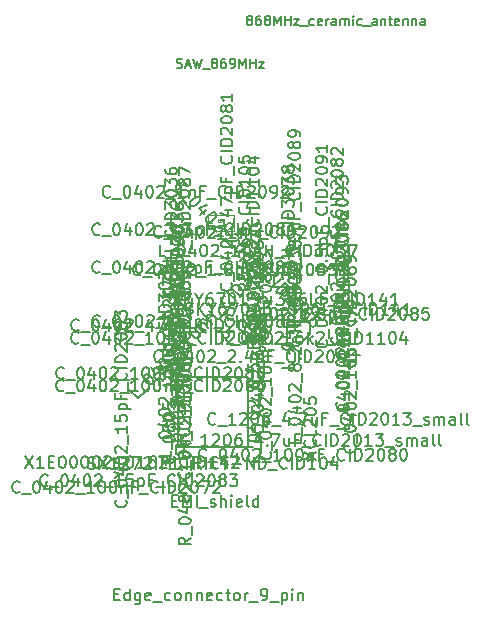
<source format=gbr>
G04 #@! TF.GenerationSoftware,KiCad,Pcbnew,(5.1.6)-1*
G04 #@! TF.CreationDate,2022-09-01T14:03:48+02:00*
G04 #@! TF.ProjectId,LoRa_Balloon,4c6f5261-5f42-4616-9c6c-6f6f6e2e6b69,2*
G04 #@! TF.SameCoordinates,Original*
G04 #@! TF.FileFunction,Other,Fab,Top*
%FSLAX46Y46*%
G04 Gerber Fmt 4.6, Leading zero omitted, Abs format (unit mm)*
G04 Created by KiCad (PCBNEW (5.1.6)-1) date 2022-09-01 14:03:48*
%MOMM*%
%LPD*%
G01*
G04 APERTURE LIST*
%ADD10C,0.100000*%
%ADD11C,0.150000*%
%ADD12C,0.075000*%
G04 APERTURE END LIST*
D10*
X114955800Y-117262200D02*
X114955800Y-118112200D01*
X115455800Y-118612200D02*
X117155800Y-118612200D01*
X114955800Y-117262200D02*
X117155800Y-117262200D01*
X117155800Y-117262200D02*
X117155800Y-118612200D01*
X114955800Y-118112200D02*
X115455800Y-118612200D01*
D11*
X123562440Y-127278200D02*
X122562440Y-128278200D01*
X123562440Y-126278200D02*
X123562440Y-127278200D01*
X121562440Y-126278200D02*
X123562440Y-126278200D01*
X121562440Y-128278200D02*
X121562440Y-126278200D01*
X122562440Y-128278200D02*
X121562440Y-128278200D01*
X120476160Y-122326280D02*
X121476160Y-121326280D01*
X120476160Y-123326280D02*
X120476160Y-122326280D01*
X122476160Y-123326280D02*
X120476160Y-123326280D01*
X122476160Y-121326280D02*
X122476160Y-123326280D01*
X121476160Y-121326280D02*
X122476160Y-121326280D01*
X112344120Y-131903720D02*
X113344120Y-130903720D01*
X112344120Y-136903720D02*
X112344120Y-131903720D01*
X118344120Y-136903720D02*
X112344120Y-136903720D01*
X118344120Y-130903720D02*
X118344120Y-136903720D01*
X113344120Y-130903720D02*
X118344120Y-130903720D01*
X99438031Y-137623180D02*
X100104698Y-138623180D01*
X100104698Y-137623180D02*
X99438031Y-138623180D01*
X101009460Y-138623180D02*
X100438031Y-138623180D01*
X100723745Y-138623180D02*
X100723745Y-137623180D01*
X100628507Y-137766038D01*
X100533269Y-137861276D01*
X100438031Y-137908895D01*
X101438031Y-138099371D02*
X101771364Y-138099371D01*
X101914221Y-138623180D02*
X101438031Y-138623180D01*
X101438031Y-137623180D01*
X101914221Y-137623180D01*
X102533269Y-137623180D02*
X102628507Y-137623180D01*
X102723745Y-137670800D01*
X102771364Y-137718419D01*
X102818983Y-137813657D01*
X102866602Y-138004133D01*
X102866602Y-138242228D01*
X102818983Y-138432704D01*
X102771364Y-138527942D01*
X102723745Y-138575561D01*
X102628507Y-138623180D01*
X102533269Y-138623180D01*
X102438031Y-138575561D01*
X102390412Y-138527942D01*
X102342793Y-138432704D01*
X102295174Y-138242228D01*
X102295174Y-138004133D01*
X102342793Y-137813657D01*
X102390412Y-137718419D01*
X102438031Y-137670800D01*
X102533269Y-137623180D01*
X103485650Y-137623180D02*
X103580888Y-137623180D01*
X103676126Y-137670800D01*
X103723745Y-137718419D01*
X103771364Y-137813657D01*
X103818983Y-138004133D01*
X103818983Y-138242228D01*
X103771364Y-138432704D01*
X103723745Y-138527942D01*
X103676126Y-138575561D01*
X103580888Y-138623180D01*
X103485650Y-138623180D01*
X103390412Y-138575561D01*
X103342793Y-138527942D01*
X103295174Y-138432704D01*
X103247555Y-138242228D01*
X103247555Y-138004133D01*
X103295174Y-137813657D01*
X103342793Y-137718419D01*
X103390412Y-137670800D01*
X103485650Y-137623180D01*
X104438031Y-137623180D02*
X104533269Y-137623180D01*
X104628507Y-137670800D01*
X104676126Y-137718419D01*
X104723745Y-137813657D01*
X104771364Y-138004133D01*
X104771364Y-138242228D01*
X104723745Y-138432704D01*
X104676126Y-138527942D01*
X104628507Y-138575561D01*
X104533269Y-138623180D01*
X104438031Y-138623180D01*
X104342793Y-138575561D01*
X104295174Y-138527942D01*
X104247555Y-138432704D01*
X104199936Y-138242228D01*
X104199936Y-138004133D01*
X104247555Y-137813657D01*
X104295174Y-137718419D01*
X104342793Y-137670800D01*
X104438031Y-137623180D01*
X105390412Y-137623180D02*
X105485650Y-137623180D01*
X105580888Y-137670800D01*
X105628507Y-137718419D01*
X105676126Y-137813657D01*
X105723745Y-138004133D01*
X105723745Y-138242228D01*
X105676126Y-138432704D01*
X105628507Y-138527942D01*
X105580888Y-138575561D01*
X105485650Y-138623180D01*
X105390412Y-138623180D01*
X105295174Y-138575561D01*
X105247555Y-138527942D01*
X105199936Y-138432704D01*
X105152317Y-138242228D01*
X105152317Y-138004133D01*
X105199936Y-137813657D01*
X105247555Y-137718419D01*
X105295174Y-137670800D01*
X105390412Y-137623180D01*
X106104698Y-137718419D02*
X106152317Y-137670800D01*
X106247555Y-137623180D01*
X106485650Y-137623180D01*
X106580888Y-137670800D01*
X106628507Y-137718419D01*
X106676126Y-137813657D01*
X106676126Y-137908895D01*
X106628507Y-138051752D01*
X106057079Y-138623180D01*
X106676126Y-138623180D01*
X107628507Y-138623180D02*
X107057079Y-138623180D01*
X107342793Y-138623180D02*
X107342793Y-137623180D01*
X107247555Y-137766038D01*
X107152317Y-137861276D01*
X107057079Y-137908895D01*
X108247555Y-137623180D02*
X108342793Y-137623180D01*
X108438031Y-137670800D01*
X108485650Y-137718419D01*
X108533269Y-137813657D01*
X108580888Y-138004133D01*
X108580888Y-138242228D01*
X108533269Y-138432704D01*
X108485650Y-138527942D01*
X108438031Y-138575561D01*
X108342793Y-138623180D01*
X108247555Y-138623180D01*
X108152317Y-138575561D01*
X108104698Y-138527942D01*
X108057079Y-138432704D01*
X108009460Y-138242228D01*
X108009460Y-138004133D01*
X108057079Y-137813657D01*
X108104698Y-137718419D01*
X108152317Y-137670800D01*
X108247555Y-137623180D01*
X109533269Y-138623180D02*
X108961840Y-138623180D01*
X109247555Y-138623180D02*
X109247555Y-137623180D01*
X109152317Y-137766038D01*
X109057079Y-137861276D01*
X108961840Y-137908895D01*
X110390412Y-137623180D02*
X110199936Y-137623180D01*
X110104698Y-137670800D01*
X110057079Y-137718419D01*
X109961840Y-137861276D01*
X109914221Y-138051752D01*
X109914221Y-138432704D01*
X109961840Y-138527942D01*
X110009460Y-138575561D01*
X110104698Y-138623180D01*
X110295174Y-138623180D01*
X110390412Y-138575561D01*
X110438031Y-138527942D01*
X110485650Y-138432704D01*
X110485650Y-138194609D01*
X110438031Y-138099371D01*
X110390412Y-138051752D01*
X110295174Y-138004133D01*
X110104698Y-138004133D01*
X110009460Y-138051752D01*
X109961840Y-138099371D01*
X109914221Y-138194609D01*
X110866602Y-137718419D02*
X110914221Y-137670800D01*
X111009460Y-137623180D01*
X111247555Y-137623180D01*
X111342793Y-137670800D01*
X111390412Y-137718419D01*
X111438031Y-137813657D01*
X111438031Y-137908895D01*
X111390412Y-138051752D01*
X110818983Y-138623180D01*
X111438031Y-138623180D01*
X111628507Y-138718419D02*
X112390412Y-138718419D01*
X113199936Y-138527942D02*
X113152317Y-138575561D01*
X113009460Y-138623180D01*
X112914221Y-138623180D01*
X112771364Y-138575561D01*
X112676126Y-138480323D01*
X112628507Y-138385085D01*
X112580888Y-138194609D01*
X112580888Y-138051752D01*
X112628507Y-137861276D01*
X112676126Y-137766038D01*
X112771364Y-137670800D01*
X112914221Y-137623180D01*
X113009460Y-137623180D01*
X113152317Y-137670800D01*
X113199936Y-137718419D01*
X113628507Y-138623180D02*
X113628507Y-137623180D01*
X114104698Y-138623180D02*
X114104698Y-137623180D01*
X114342793Y-137623180D01*
X114485650Y-137670800D01*
X114580888Y-137766038D01*
X114628507Y-137861276D01*
X114676126Y-138051752D01*
X114676126Y-138194609D01*
X114628507Y-138385085D01*
X114580888Y-138480323D01*
X114485650Y-138575561D01*
X114342793Y-138623180D01*
X114104698Y-138623180D01*
X115628507Y-138623180D02*
X115057079Y-138623180D01*
X115342793Y-138623180D02*
X115342793Y-137623180D01*
X115247555Y-137766038D01*
X115152317Y-137861276D01*
X115057079Y-137908895D01*
X116485650Y-137956514D02*
X116485650Y-138623180D01*
X116247555Y-137575561D02*
X116009459Y-138289847D01*
X116628507Y-138289847D01*
X116961840Y-137718419D02*
X117009460Y-137670800D01*
X117104698Y-137623180D01*
X117342793Y-137623180D01*
X117438031Y-137670800D01*
X117485650Y-137718419D01*
X117533269Y-137813657D01*
X117533269Y-137908895D01*
X117485650Y-138051752D01*
X116914221Y-138623180D01*
X117533269Y-138623180D01*
X111901342Y-141420971D02*
X112234676Y-141420971D01*
X112377533Y-141944780D02*
X111901342Y-141944780D01*
X111901342Y-140944780D01*
X112377533Y-140944780D01*
X112806104Y-141944780D02*
X112806104Y-140944780D01*
X113139438Y-141659066D01*
X113472771Y-140944780D01*
X113472771Y-141944780D01*
X113948961Y-141944780D02*
X113948961Y-140944780D01*
X114187057Y-142040019D02*
X114948961Y-142040019D01*
X115139438Y-141897161D02*
X115234676Y-141944780D01*
X115425152Y-141944780D01*
X115520390Y-141897161D01*
X115568009Y-141801923D01*
X115568009Y-141754304D01*
X115520390Y-141659066D01*
X115425152Y-141611447D01*
X115282295Y-141611447D01*
X115187057Y-141563828D01*
X115139438Y-141468590D01*
X115139438Y-141420971D01*
X115187057Y-141325733D01*
X115282295Y-141278114D01*
X115425152Y-141278114D01*
X115520390Y-141325733D01*
X115996580Y-141944780D02*
X115996580Y-140944780D01*
X116425152Y-141944780D02*
X116425152Y-141420971D01*
X116377533Y-141325733D01*
X116282295Y-141278114D01*
X116139438Y-141278114D01*
X116044200Y-141325733D01*
X115996580Y-141373352D01*
X116901342Y-141944780D02*
X116901342Y-141278114D01*
X116901342Y-140944780D02*
X116853723Y-140992400D01*
X116901342Y-141040019D01*
X116948961Y-140992400D01*
X116901342Y-140944780D01*
X116901342Y-141040019D01*
X117758485Y-141897161D02*
X117663247Y-141944780D01*
X117472771Y-141944780D01*
X117377533Y-141897161D01*
X117329914Y-141801923D01*
X117329914Y-141420971D01*
X117377533Y-141325733D01*
X117472771Y-141278114D01*
X117663247Y-141278114D01*
X117758485Y-141325733D01*
X117806104Y-141420971D01*
X117806104Y-141516209D01*
X117329914Y-141611447D01*
X118377533Y-141944780D02*
X118282295Y-141897161D01*
X118234676Y-141801923D01*
X118234676Y-140944780D01*
X119187057Y-141944780D02*
X119187057Y-140944780D01*
X119187057Y-141897161D02*
X119091819Y-141944780D01*
X118901342Y-141944780D01*
X118806104Y-141897161D01*
X118758485Y-141849542D01*
X118710866Y-141754304D01*
X118710866Y-141468590D01*
X118758485Y-141373352D01*
X118806104Y-141325733D01*
X118901342Y-141278114D01*
X119091819Y-141278114D01*
X119187057Y-141325733D01*
X98969523Y-140667142D02*
X98921904Y-140714761D01*
X98779047Y-140762380D01*
X98683809Y-140762380D01*
X98540952Y-140714761D01*
X98445714Y-140619523D01*
X98398095Y-140524285D01*
X98350476Y-140333809D01*
X98350476Y-140190952D01*
X98398095Y-140000476D01*
X98445714Y-139905238D01*
X98540952Y-139810000D01*
X98683809Y-139762380D01*
X98779047Y-139762380D01*
X98921904Y-139810000D01*
X98969523Y-139857619D01*
X99160000Y-140857619D02*
X99921904Y-140857619D01*
X100350476Y-139762380D02*
X100445714Y-139762380D01*
X100540952Y-139810000D01*
X100588571Y-139857619D01*
X100636190Y-139952857D01*
X100683809Y-140143333D01*
X100683809Y-140381428D01*
X100636190Y-140571904D01*
X100588571Y-140667142D01*
X100540952Y-140714761D01*
X100445714Y-140762380D01*
X100350476Y-140762380D01*
X100255238Y-140714761D01*
X100207619Y-140667142D01*
X100160000Y-140571904D01*
X100112380Y-140381428D01*
X100112380Y-140143333D01*
X100160000Y-139952857D01*
X100207619Y-139857619D01*
X100255238Y-139810000D01*
X100350476Y-139762380D01*
X101540952Y-140095714D02*
X101540952Y-140762380D01*
X101302857Y-139714761D02*
X101064761Y-140429047D01*
X101683809Y-140429047D01*
X102255238Y-139762380D02*
X102350476Y-139762380D01*
X102445714Y-139810000D01*
X102493333Y-139857619D01*
X102540952Y-139952857D01*
X102588571Y-140143333D01*
X102588571Y-140381428D01*
X102540952Y-140571904D01*
X102493333Y-140667142D01*
X102445714Y-140714761D01*
X102350476Y-140762380D01*
X102255238Y-140762380D01*
X102160000Y-140714761D01*
X102112380Y-140667142D01*
X102064761Y-140571904D01*
X102017142Y-140381428D01*
X102017142Y-140143333D01*
X102064761Y-139952857D01*
X102112380Y-139857619D01*
X102160000Y-139810000D01*
X102255238Y-139762380D01*
X102969523Y-139857619D02*
X103017142Y-139810000D01*
X103112380Y-139762380D01*
X103350476Y-139762380D01*
X103445714Y-139810000D01*
X103493333Y-139857619D01*
X103540952Y-139952857D01*
X103540952Y-140048095D01*
X103493333Y-140190952D01*
X102921904Y-140762380D01*
X103540952Y-140762380D01*
X103731428Y-140857619D02*
X104493333Y-140857619D01*
X105255238Y-140762380D02*
X104683809Y-140762380D01*
X104969523Y-140762380D02*
X104969523Y-139762380D01*
X104874285Y-139905238D01*
X104779047Y-140000476D01*
X104683809Y-140048095D01*
X105874285Y-139762380D02*
X105969523Y-139762380D01*
X106064761Y-139810000D01*
X106112380Y-139857619D01*
X106160000Y-139952857D01*
X106207619Y-140143333D01*
X106207619Y-140381428D01*
X106160000Y-140571904D01*
X106112380Y-140667142D01*
X106064761Y-140714761D01*
X105969523Y-140762380D01*
X105874285Y-140762380D01*
X105779047Y-140714761D01*
X105731428Y-140667142D01*
X105683809Y-140571904D01*
X105636190Y-140381428D01*
X105636190Y-140143333D01*
X105683809Y-139952857D01*
X105731428Y-139857619D01*
X105779047Y-139810000D01*
X105874285Y-139762380D01*
X106826666Y-139762380D02*
X106921904Y-139762380D01*
X107017142Y-139810000D01*
X107064761Y-139857619D01*
X107112380Y-139952857D01*
X107160000Y-140143333D01*
X107160000Y-140381428D01*
X107112380Y-140571904D01*
X107064761Y-140667142D01*
X107017142Y-140714761D01*
X106921904Y-140762380D01*
X106826666Y-140762380D01*
X106731428Y-140714761D01*
X106683809Y-140667142D01*
X106636190Y-140571904D01*
X106588571Y-140381428D01*
X106588571Y-140143333D01*
X106636190Y-139952857D01*
X106683809Y-139857619D01*
X106731428Y-139810000D01*
X106826666Y-139762380D01*
X107588571Y-140095714D02*
X107588571Y-140762380D01*
X107588571Y-140190952D02*
X107636190Y-140143333D01*
X107731428Y-140095714D01*
X107874285Y-140095714D01*
X107969523Y-140143333D01*
X108017142Y-140238571D01*
X108017142Y-140762380D01*
X108826666Y-140238571D02*
X108493333Y-140238571D01*
X108493333Y-140762380D02*
X108493333Y-139762380D01*
X108969523Y-139762380D01*
X109112380Y-140857619D02*
X109874285Y-140857619D01*
X110683809Y-140667142D02*
X110636190Y-140714761D01*
X110493333Y-140762380D01*
X110398095Y-140762380D01*
X110255238Y-140714761D01*
X110160000Y-140619523D01*
X110112380Y-140524285D01*
X110064761Y-140333809D01*
X110064761Y-140190952D01*
X110112380Y-140000476D01*
X110160000Y-139905238D01*
X110255238Y-139810000D01*
X110398095Y-139762380D01*
X110493333Y-139762380D01*
X110636190Y-139810000D01*
X110683809Y-139857619D01*
X111112380Y-140762380D02*
X111112380Y-139762380D01*
X111588571Y-140762380D02*
X111588571Y-139762380D01*
X111826666Y-139762380D01*
X111969523Y-139810000D01*
X112064761Y-139905238D01*
X112112380Y-140000476D01*
X112160000Y-140190952D01*
X112160000Y-140333809D01*
X112112380Y-140524285D01*
X112064761Y-140619523D01*
X111969523Y-140714761D01*
X111826666Y-140762380D01*
X111588571Y-140762380D01*
X112540952Y-139857619D02*
X112588571Y-139810000D01*
X112683809Y-139762380D01*
X112921904Y-139762380D01*
X113017142Y-139810000D01*
X113064761Y-139857619D01*
X113112380Y-139952857D01*
X113112380Y-140048095D01*
X113064761Y-140190952D01*
X112493333Y-140762380D01*
X113112380Y-140762380D01*
X113731428Y-139762380D02*
X113826666Y-139762380D01*
X113921904Y-139810000D01*
X113969523Y-139857619D01*
X114017142Y-139952857D01*
X114064761Y-140143333D01*
X114064761Y-140381428D01*
X114017142Y-140571904D01*
X113969523Y-140667142D01*
X113921904Y-140714761D01*
X113826666Y-140762380D01*
X113731428Y-140762380D01*
X113636190Y-140714761D01*
X113588571Y-140667142D01*
X113540952Y-140571904D01*
X113493333Y-140381428D01*
X113493333Y-140143333D01*
X113540952Y-139952857D01*
X113588571Y-139857619D01*
X113636190Y-139810000D01*
X113731428Y-139762380D01*
X114398095Y-139762380D02*
X115064761Y-139762380D01*
X114636190Y-140762380D01*
X115398095Y-139857619D02*
X115445714Y-139810000D01*
X115540952Y-139762380D01*
X115779047Y-139762380D01*
X115874285Y-139810000D01*
X115921904Y-139857619D01*
X115969523Y-139952857D01*
X115969523Y-140048095D01*
X115921904Y-140190952D01*
X115350476Y-140762380D01*
X115969523Y-140762380D01*
X118508180Y-123603866D02*
X117508180Y-123603866D01*
X117508180Y-123222914D01*
X117555800Y-123127676D01*
X117603419Y-123080057D01*
X117698657Y-123032438D01*
X117841514Y-123032438D01*
X117936752Y-123080057D01*
X117984371Y-123127676D01*
X118031990Y-123222914D01*
X118031990Y-123603866D01*
X117984371Y-122603866D02*
X117984371Y-122270533D01*
X118508180Y-122127676D02*
X118508180Y-122603866D01*
X117508180Y-122603866D01*
X117508180Y-122127676D01*
X117841514Y-121270533D02*
X118508180Y-121270533D01*
X117460561Y-121508628D02*
X118174847Y-121746723D01*
X118174847Y-121127676D01*
X117603419Y-120794342D02*
X117555800Y-120746723D01*
X117508180Y-120651485D01*
X117508180Y-120413390D01*
X117555800Y-120318152D01*
X117603419Y-120270533D01*
X117698657Y-120222914D01*
X117793895Y-120222914D01*
X117936752Y-120270533D01*
X118508180Y-120841961D01*
X118508180Y-120222914D01*
X117508180Y-119318152D02*
X117508180Y-119794342D01*
X117984371Y-119841961D01*
X117936752Y-119794342D01*
X117889133Y-119699104D01*
X117889133Y-119461009D01*
X117936752Y-119365771D01*
X117984371Y-119318152D01*
X118079609Y-119270533D01*
X118317704Y-119270533D01*
X118412942Y-119318152D01*
X118460561Y-119365771D01*
X118508180Y-119461009D01*
X118508180Y-119699104D01*
X118460561Y-119794342D01*
X118412942Y-119841961D01*
X118508180Y-118794342D02*
X118508180Y-118603866D01*
X118460561Y-118508628D01*
X118412942Y-118461009D01*
X118270085Y-118365771D01*
X118079609Y-118318152D01*
X117698657Y-118318152D01*
X117603419Y-118365771D01*
X117555800Y-118413390D01*
X117508180Y-118508628D01*
X117508180Y-118699104D01*
X117555800Y-118794342D01*
X117603419Y-118841961D01*
X117698657Y-118889580D01*
X117936752Y-118889580D01*
X118031990Y-118841961D01*
X118079609Y-118794342D01*
X118127228Y-118699104D01*
X118127228Y-118508628D01*
X118079609Y-118413390D01*
X118031990Y-118365771D01*
X117936752Y-118318152D01*
X118603419Y-118127676D02*
X118603419Y-117365771D01*
X118412942Y-116556247D02*
X118460561Y-116603866D01*
X118508180Y-116746723D01*
X118508180Y-116841961D01*
X118460561Y-116984819D01*
X118365323Y-117080057D01*
X118270085Y-117127676D01*
X118079609Y-117175295D01*
X117936752Y-117175295D01*
X117746276Y-117127676D01*
X117651038Y-117080057D01*
X117555800Y-116984819D01*
X117508180Y-116841961D01*
X117508180Y-116746723D01*
X117555800Y-116603866D01*
X117603419Y-116556247D01*
X118508180Y-116127676D02*
X117508180Y-116127676D01*
X118508180Y-115651485D02*
X117508180Y-115651485D01*
X117508180Y-115413390D01*
X117555800Y-115270533D01*
X117651038Y-115175295D01*
X117746276Y-115127676D01*
X117936752Y-115080057D01*
X118079609Y-115080057D01*
X118270085Y-115127676D01*
X118365323Y-115175295D01*
X118460561Y-115270533D01*
X118508180Y-115413390D01*
X118508180Y-115651485D01*
X118508180Y-114127676D02*
X118508180Y-114699104D01*
X118508180Y-114413390D02*
X117508180Y-114413390D01*
X117651038Y-114508628D01*
X117746276Y-114603866D01*
X117793895Y-114699104D01*
X117508180Y-113508628D02*
X117508180Y-113413390D01*
X117555800Y-113318152D01*
X117603419Y-113270533D01*
X117698657Y-113222914D01*
X117889133Y-113175295D01*
X118127228Y-113175295D01*
X118317704Y-113222914D01*
X118412942Y-113270533D01*
X118460561Y-113318152D01*
X118508180Y-113413390D01*
X118508180Y-113508628D01*
X118460561Y-113603866D01*
X118412942Y-113651485D01*
X118317704Y-113699104D01*
X118127228Y-113746723D01*
X117889133Y-113746723D01*
X117698657Y-113699104D01*
X117603419Y-113651485D01*
X117555800Y-113603866D01*
X117508180Y-113508628D01*
X117508180Y-112270533D02*
X117508180Y-112746723D01*
X117984371Y-112794342D01*
X117936752Y-112746723D01*
X117889133Y-112651485D01*
X117889133Y-112413390D01*
X117936752Y-112318152D01*
X117984371Y-112270533D01*
X118079609Y-112222914D01*
X118317704Y-112222914D01*
X118412942Y-112270533D01*
X118460561Y-112318152D01*
X118508180Y-112413390D01*
X118508180Y-112651485D01*
X118460561Y-112746723D01*
X118412942Y-112794342D01*
D12*
X115781990Y-118318152D02*
X116186752Y-118318152D01*
X116234371Y-118294342D01*
X116258180Y-118270533D01*
X116281990Y-118222914D01*
X116281990Y-118127676D01*
X116258180Y-118080057D01*
X116234371Y-118056247D01*
X116186752Y-118032438D01*
X115781990Y-118032438D01*
X115781990Y-117556247D02*
X115781990Y-117794342D01*
X116020085Y-117818152D01*
X115996276Y-117794342D01*
X115972466Y-117746723D01*
X115972466Y-117627676D01*
X115996276Y-117580057D01*
X116020085Y-117556247D01*
X116067704Y-117532438D01*
X116186752Y-117532438D01*
X116234371Y-117556247D01*
X116258180Y-117580057D01*
X116281990Y-117627676D01*
X116281990Y-117746723D01*
X116258180Y-117794342D01*
X116234371Y-117818152D01*
D11*
X113038630Y-125607961D02*
X113181487Y-125655580D01*
X113419582Y-125655580D01*
X113514820Y-125607961D01*
X113562440Y-125560342D01*
X113610059Y-125465104D01*
X113610059Y-125369866D01*
X113562440Y-125274628D01*
X113514820Y-125227009D01*
X113419582Y-125179390D01*
X113229106Y-125131771D01*
X113133868Y-125084152D01*
X113086249Y-125036533D01*
X113038630Y-124941295D01*
X113038630Y-124846057D01*
X113086249Y-124750819D01*
X113133868Y-124703200D01*
X113229106Y-124655580D01*
X113467201Y-124655580D01*
X113610059Y-124703200D01*
X114038630Y-125655580D02*
X114038630Y-124655580D01*
X114610059Y-125655580D02*
X114181487Y-125084152D01*
X114610059Y-124655580D02*
X114038630Y-125227009D01*
X115229106Y-125179390D02*
X115229106Y-125655580D01*
X114895773Y-124655580D02*
X115229106Y-125179390D01*
X115562440Y-124655580D01*
X116324344Y-124655580D02*
X116133868Y-124655580D01*
X116038630Y-124703200D01*
X115991011Y-124750819D01*
X115895773Y-124893676D01*
X115848154Y-125084152D01*
X115848154Y-125465104D01*
X115895773Y-125560342D01*
X115943392Y-125607961D01*
X116038630Y-125655580D01*
X116229106Y-125655580D01*
X116324344Y-125607961D01*
X116371963Y-125560342D01*
X116419582Y-125465104D01*
X116419582Y-125227009D01*
X116371963Y-125131771D01*
X116324344Y-125084152D01*
X116229106Y-125036533D01*
X116038630Y-125036533D01*
X115943392Y-125084152D01*
X115895773Y-125131771D01*
X115848154Y-125227009D01*
X116752916Y-124655580D02*
X117419582Y-124655580D01*
X116991011Y-125655580D01*
X117991011Y-124655580D02*
X118086249Y-124655580D01*
X118181487Y-124703200D01*
X118229106Y-124750819D01*
X118276725Y-124846057D01*
X118324344Y-125036533D01*
X118324344Y-125274628D01*
X118276725Y-125465104D01*
X118229106Y-125560342D01*
X118181487Y-125607961D01*
X118086249Y-125655580D01*
X117991011Y-125655580D01*
X117895773Y-125607961D01*
X117848154Y-125560342D01*
X117800535Y-125465104D01*
X117752916Y-125274628D01*
X117752916Y-125036533D01*
X117800535Y-124846057D01*
X117848154Y-124750819D01*
X117895773Y-124703200D01*
X117991011Y-124655580D01*
X119276725Y-125655580D02*
X118705297Y-125655580D01*
X118991011Y-125655580D02*
X118991011Y-124655580D01*
X118895773Y-124798438D01*
X118800535Y-124893676D01*
X118705297Y-124941295D01*
X119610059Y-124655580D02*
X120229106Y-124655580D01*
X119895773Y-125036533D01*
X120038630Y-125036533D01*
X120133868Y-125084152D01*
X120181487Y-125131771D01*
X120229106Y-125227009D01*
X120229106Y-125465104D01*
X120181487Y-125560342D01*
X120133868Y-125607961D01*
X120038630Y-125655580D01*
X119752916Y-125655580D01*
X119657678Y-125607961D01*
X119610059Y-125560342D01*
X120657678Y-125274628D02*
X121419582Y-125274628D01*
X121800535Y-124655580D02*
X122419582Y-124655580D01*
X122086249Y-125036533D01*
X122229106Y-125036533D01*
X122324344Y-125084152D01*
X122371963Y-125131771D01*
X122419582Y-125227009D01*
X122419582Y-125465104D01*
X122371963Y-125560342D01*
X122324344Y-125607961D01*
X122229106Y-125655580D01*
X121943392Y-125655580D01*
X121848154Y-125607961D01*
X121800535Y-125560342D01*
X122895773Y-125655580D02*
X123086249Y-125655580D01*
X123181487Y-125607961D01*
X123229106Y-125560342D01*
X123324344Y-125417485D01*
X123371963Y-125227009D01*
X123371963Y-124846057D01*
X123324344Y-124750819D01*
X123276725Y-124703200D01*
X123181487Y-124655580D01*
X122991011Y-124655580D01*
X122895773Y-124703200D01*
X122848154Y-124750819D01*
X122800535Y-124846057D01*
X122800535Y-125084152D01*
X122848154Y-125179390D01*
X122895773Y-125227009D01*
X122991011Y-125274628D01*
X123181487Y-125274628D01*
X123276725Y-125227009D01*
X123324344Y-125179390D01*
X123371963Y-125084152D01*
X124229106Y-124655580D02*
X124038630Y-124655580D01*
X123943392Y-124703200D01*
X123895773Y-124750819D01*
X123800535Y-124893676D01*
X123752916Y-125084152D01*
X123752916Y-125465104D01*
X123800535Y-125560342D01*
X123848154Y-125607961D01*
X123943392Y-125655580D01*
X124133868Y-125655580D01*
X124229106Y-125607961D01*
X124276725Y-125560342D01*
X124324344Y-125465104D01*
X124324344Y-125227009D01*
X124276725Y-125131771D01*
X124229106Y-125084152D01*
X124133868Y-125036533D01*
X123943392Y-125036533D01*
X123848154Y-125084152D01*
X123800535Y-125131771D01*
X123752916Y-125227009D01*
X125229106Y-125655580D02*
X124752916Y-125655580D01*
X124752916Y-124655580D01*
X125895773Y-125131771D02*
X125562440Y-125131771D01*
X125562440Y-125655580D02*
X125562440Y-124655580D01*
X126038630Y-124655580D01*
X126181487Y-125750819D02*
X126943392Y-125750819D01*
X127752916Y-125560342D02*
X127705297Y-125607961D01*
X127562440Y-125655580D01*
X127467201Y-125655580D01*
X127324344Y-125607961D01*
X127229106Y-125512723D01*
X127181487Y-125417485D01*
X127133868Y-125227009D01*
X127133868Y-125084152D01*
X127181487Y-124893676D01*
X127229106Y-124798438D01*
X127324344Y-124703200D01*
X127467201Y-124655580D01*
X127562440Y-124655580D01*
X127705297Y-124703200D01*
X127752916Y-124750819D01*
X128181487Y-125655580D02*
X128181487Y-124655580D01*
X128657678Y-125655580D02*
X128657678Y-124655580D01*
X128895773Y-124655580D01*
X129038630Y-124703200D01*
X129133868Y-124798438D01*
X129181487Y-124893676D01*
X129229106Y-125084152D01*
X129229106Y-125227009D01*
X129181487Y-125417485D01*
X129133868Y-125512723D01*
X129038630Y-125607961D01*
X128895773Y-125655580D01*
X128657678Y-125655580D01*
X130181487Y-125655580D02*
X129610059Y-125655580D01*
X129895773Y-125655580D02*
X129895773Y-124655580D01*
X129800535Y-124798438D01*
X129705297Y-124893676D01*
X129610059Y-124941295D01*
X131038630Y-124988914D02*
X131038630Y-125655580D01*
X130800535Y-124607961D02*
X130562440Y-125322247D01*
X131181487Y-125322247D01*
X132086249Y-125655580D02*
X131514820Y-125655580D01*
X131800535Y-125655580D02*
X131800535Y-124655580D01*
X131705297Y-124798438D01*
X131610059Y-124893676D01*
X131514820Y-124941295D01*
X111952350Y-124806041D02*
X112095207Y-124853660D01*
X112333302Y-124853660D01*
X112428540Y-124806041D01*
X112476160Y-124758422D01*
X112523779Y-124663184D01*
X112523779Y-124567946D01*
X112476160Y-124472708D01*
X112428540Y-124425089D01*
X112333302Y-124377470D01*
X112142826Y-124329851D01*
X112047588Y-124282232D01*
X111999969Y-124234613D01*
X111952350Y-124139375D01*
X111952350Y-124044137D01*
X111999969Y-123948899D01*
X112047588Y-123901280D01*
X112142826Y-123853660D01*
X112380921Y-123853660D01*
X112523779Y-123901280D01*
X112952350Y-124853660D02*
X112952350Y-123853660D01*
X113523779Y-124853660D02*
X113095207Y-124282232D01*
X113523779Y-123853660D02*
X112952350Y-124425089D01*
X114142826Y-124377470D02*
X114142826Y-124853660D01*
X113809493Y-123853660D02*
X114142826Y-124377470D01*
X114476160Y-123853660D01*
X115238064Y-123853660D02*
X115047588Y-123853660D01*
X114952350Y-123901280D01*
X114904731Y-123948899D01*
X114809493Y-124091756D01*
X114761874Y-124282232D01*
X114761874Y-124663184D01*
X114809493Y-124758422D01*
X114857112Y-124806041D01*
X114952350Y-124853660D01*
X115142826Y-124853660D01*
X115238064Y-124806041D01*
X115285683Y-124758422D01*
X115333302Y-124663184D01*
X115333302Y-124425089D01*
X115285683Y-124329851D01*
X115238064Y-124282232D01*
X115142826Y-124234613D01*
X114952350Y-124234613D01*
X114857112Y-124282232D01*
X114809493Y-124329851D01*
X114761874Y-124425089D01*
X115666636Y-123853660D02*
X116333302Y-123853660D01*
X115904731Y-124853660D01*
X116904731Y-123853660D02*
X116999969Y-123853660D01*
X117095207Y-123901280D01*
X117142826Y-123948899D01*
X117190445Y-124044137D01*
X117238064Y-124234613D01*
X117238064Y-124472708D01*
X117190445Y-124663184D01*
X117142826Y-124758422D01*
X117095207Y-124806041D01*
X116999969Y-124853660D01*
X116904731Y-124853660D01*
X116809493Y-124806041D01*
X116761874Y-124758422D01*
X116714255Y-124663184D01*
X116666636Y-124472708D01*
X116666636Y-124234613D01*
X116714255Y-124044137D01*
X116761874Y-123948899D01*
X116809493Y-123901280D01*
X116904731Y-123853660D01*
X118190445Y-124853660D02*
X117619017Y-124853660D01*
X117904731Y-124853660D02*
X117904731Y-123853660D01*
X117809493Y-123996518D01*
X117714255Y-124091756D01*
X117619017Y-124139375D01*
X118523779Y-123853660D02*
X119142826Y-123853660D01*
X118809493Y-124234613D01*
X118952350Y-124234613D01*
X119047588Y-124282232D01*
X119095207Y-124329851D01*
X119142826Y-124425089D01*
X119142826Y-124663184D01*
X119095207Y-124758422D01*
X119047588Y-124806041D01*
X118952350Y-124853660D01*
X118666636Y-124853660D01*
X118571398Y-124806041D01*
X118523779Y-124758422D01*
X119571398Y-124472708D02*
X120333302Y-124472708D01*
X120714255Y-123853660D02*
X121333302Y-123853660D01*
X120999969Y-124234613D01*
X121142826Y-124234613D01*
X121238064Y-124282232D01*
X121285683Y-124329851D01*
X121333302Y-124425089D01*
X121333302Y-124663184D01*
X121285683Y-124758422D01*
X121238064Y-124806041D01*
X121142826Y-124853660D01*
X120857112Y-124853660D01*
X120761874Y-124806041D01*
X120714255Y-124758422D01*
X121809493Y-124853660D02*
X121999969Y-124853660D01*
X122095207Y-124806041D01*
X122142826Y-124758422D01*
X122238064Y-124615565D01*
X122285683Y-124425089D01*
X122285683Y-124044137D01*
X122238064Y-123948899D01*
X122190445Y-123901280D01*
X122095207Y-123853660D01*
X121904731Y-123853660D01*
X121809493Y-123901280D01*
X121761874Y-123948899D01*
X121714255Y-124044137D01*
X121714255Y-124282232D01*
X121761874Y-124377470D01*
X121809493Y-124425089D01*
X121904731Y-124472708D01*
X122095207Y-124472708D01*
X122190445Y-124425089D01*
X122238064Y-124377470D01*
X122285683Y-124282232D01*
X123142826Y-123853660D02*
X122952350Y-123853660D01*
X122857112Y-123901280D01*
X122809493Y-123948899D01*
X122714255Y-124091756D01*
X122666636Y-124282232D01*
X122666636Y-124663184D01*
X122714255Y-124758422D01*
X122761874Y-124806041D01*
X122857112Y-124853660D01*
X123047588Y-124853660D01*
X123142826Y-124806041D01*
X123190445Y-124758422D01*
X123238064Y-124663184D01*
X123238064Y-124425089D01*
X123190445Y-124329851D01*
X123142826Y-124282232D01*
X123047588Y-124234613D01*
X122857112Y-124234613D01*
X122761874Y-124282232D01*
X122714255Y-124329851D01*
X122666636Y-124425089D01*
X124142826Y-124853660D02*
X123666636Y-124853660D01*
X123666636Y-123853660D01*
X124809493Y-124329851D02*
X124476160Y-124329851D01*
X124476160Y-124853660D02*
X124476160Y-123853660D01*
X124952350Y-123853660D01*
X125095207Y-124948899D02*
X125857112Y-124948899D01*
X126666636Y-124758422D02*
X126619017Y-124806041D01*
X126476160Y-124853660D01*
X126380921Y-124853660D01*
X126238064Y-124806041D01*
X126142826Y-124710803D01*
X126095207Y-124615565D01*
X126047588Y-124425089D01*
X126047588Y-124282232D01*
X126095207Y-124091756D01*
X126142826Y-123996518D01*
X126238064Y-123901280D01*
X126380921Y-123853660D01*
X126476160Y-123853660D01*
X126619017Y-123901280D01*
X126666636Y-123948899D01*
X127095207Y-124853660D02*
X127095207Y-123853660D01*
X127571398Y-124853660D02*
X127571398Y-123853660D01*
X127809493Y-123853660D01*
X127952350Y-123901280D01*
X128047588Y-123996518D01*
X128095207Y-124091756D01*
X128142826Y-124282232D01*
X128142826Y-124425089D01*
X128095207Y-124615565D01*
X128047588Y-124710803D01*
X127952350Y-124806041D01*
X127809493Y-124853660D01*
X127571398Y-124853660D01*
X129095207Y-124853660D02*
X128523779Y-124853660D01*
X128809493Y-124853660D02*
X128809493Y-123853660D01*
X128714255Y-123996518D01*
X128619017Y-124091756D01*
X128523779Y-124139375D01*
X129952350Y-124186994D02*
X129952350Y-124853660D01*
X129714255Y-123806041D02*
X129476160Y-124520327D01*
X130095207Y-124520327D01*
X130999969Y-124853660D02*
X130428540Y-124853660D01*
X130714255Y-124853660D02*
X130714255Y-123853660D01*
X130619017Y-123996518D01*
X130523779Y-124091756D01*
X130428540Y-124139375D01*
X112273809Y-104734609D02*
X112388095Y-104772704D01*
X112578571Y-104772704D01*
X112654761Y-104734609D01*
X112692857Y-104696514D01*
X112730952Y-104620323D01*
X112730952Y-104544133D01*
X112692857Y-104467942D01*
X112654761Y-104429847D01*
X112578571Y-104391752D01*
X112426190Y-104353657D01*
X112350000Y-104315561D01*
X112311904Y-104277466D01*
X112273809Y-104201276D01*
X112273809Y-104125085D01*
X112311904Y-104048895D01*
X112350000Y-104010800D01*
X112426190Y-103972704D01*
X112616666Y-103972704D01*
X112730952Y-104010800D01*
X113035714Y-104544133D02*
X113416666Y-104544133D01*
X112959523Y-104772704D02*
X113226190Y-103972704D01*
X113492857Y-104772704D01*
X113683333Y-103972704D02*
X113873809Y-104772704D01*
X114026190Y-104201276D01*
X114178571Y-104772704D01*
X114369047Y-103972704D01*
X114483333Y-104848895D02*
X115092857Y-104848895D01*
X115397619Y-104315561D02*
X115321428Y-104277466D01*
X115283333Y-104239371D01*
X115245238Y-104163180D01*
X115245238Y-104125085D01*
X115283333Y-104048895D01*
X115321428Y-104010800D01*
X115397619Y-103972704D01*
X115550000Y-103972704D01*
X115626190Y-104010800D01*
X115664285Y-104048895D01*
X115702380Y-104125085D01*
X115702380Y-104163180D01*
X115664285Y-104239371D01*
X115626190Y-104277466D01*
X115550000Y-104315561D01*
X115397619Y-104315561D01*
X115321428Y-104353657D01*
X115283333Y-104391752D01*
X115245238Y-104467942D01*
X115245238Y-104620323D01*
X115283333Y-104696514D01*
X115321428Y-104734609D01*
X115397619Y-104772704D01*
X115550000Y-104772704D01*
X115626190Y-104734609D01*
X115664285Y-104696514D01*
X115702380Y-104620323D01*
X115702380Y-104467942D01*
X115664285Y-104391752D01*
X115626190Y-104353657D01*
X115550000Y-104315561D01*
X116388095Y-103972704D02*
X116235714Y-103972704D01*
X116159523Y-104010800D01*
X116121428Y-104048895D01*
X116045238Y-104163180D01*
X116007142Y-104315561D01*
X116007142Y-104620323D01*
X116045238Y-104696514D01*
X116083333Y-104734609D01*
X116159523Y-104772704D01*
X116311904Y-104772704D01*
X116388095Y-104734609D01*
X116426190Y-104696514D01*
X116464285Y-104620323D01*
X116464285Y-104429847D01*
X116426190Y-104353657D01*
X116388095Y-104315561D01*
X116311904Y-104277466D01*
X116159523Y-104277466D01*
X116083333Y-104315561D01*
X116045238Y-104353657D01*
X116007142Y-104429847D01*
X116845238Y-104772704D02*
X116997619Y-104772704D01*
X117073809Y-104734609D01*
X117111904Y-104696514D01*
X117188095Y-104582228D01*
X117226190Y-104429847D01*
X117226190Y-104125085D01*
X117188095Y-104048895D01*
X117150000Y-104010800D01*
X117073809Y-103972704D01*
X116921428Y-103972704D01*
X116845238Y-104010800D01*
X116807142Y-104048895D01*
X116769047Y-104125085D01*
X116769047Y-104315561D01*
X116807142Y-104391752D01*
X116845238Y-104429847D01*
X116921428Y-104467942D01*
X117073809Y-104467942D01*
X117150000Y-104429847D01*
X117188095Y-104391752D01*
X117226190Y-104315561D01*
X117569047Y-104772704D02*
X117569047Y-103972704D01*
X117835714Y-104544133D01*
X118102380Y-103972704D01*
X118102380Y-104772704D01*
X118483333Y-104772704D02*
X118483333Y-103972704D01*
X118483333Y-104353657D02*
X118940476Y-104353657D01*
X118940476Y-104772704D02*
X118940476Y-103972704D01*
X119245238Y-104239371D02*
X119664285Y-104239371D01*
X119245238Y-104772704D01*
X119664285Y-104772704D01*
X123067180Y-137926666D02*
X124067180Y-137260000D01*
X123067180Y-137260000D02*
X124067180Y-137926666D01*
X123971942Y-136307619D02*
X124019561Y-136355238D01*
X124067180Y-136498095D01*
X124067180Y-136593333D01*
X124019561Y-136736190D01*
X123924323Y-136831428D01*
X123829085Y-136879047D01*
X123638609Y-136926666D01*
X123495752Y-136926666D01*
X123305276Y-136879047D01*
X123210038Y-136831428D01*
X123114800Y-136736190D01*
X123067180Y-136593333D01*
X123067180Y-136498095D01*
X123114800Y-136355238D01*
X123162419Y-136307619D01*
X124067180Y-135402857D02*
X124067180Y-135879047D01*
X123067180Y-135879047D01*
X123162419Y-135117142D02*
X123114800Y-135069523D01*
X123067180Y-134974285D01*
X123067180Y-134736190D01*
X123114800Y-134640952D01*
X123162419Y-134593333D01*
X123257657Y-134545714D01*
X123352895Y-134545714D01*
X123495752Y-134593333D01*
X124067180Y-135164761D01*
X124067180Y-134545714D01*
X123067180Y-133926666D02*
X123067180Y-133831428D01*
X123114800Y-133736190D01*
X123162419Y-133688571D01*
X123257657Y-133640952D01*
X123448133Y-133593333D01*
X123686228Y-133593333D01*
X123876704Y-133640952D01*
X123971942Y-133688571D01*
X124019561Y-133736190D01*
X124067180Y-133831428D01*
X124067180Y-133926666D01*
X124019561Y-134021904D01*
X123971942Y-134069523D01*
X123876704Y-134117142D01*
X123686228Y-134164761D01*
X123448133Y-134164761D01*
X123257657Y-134117142D01*
X123162419Y-134069523D01*
X123114800Y-134021904D01*
X123067180Y-133926666D01*
X123067180Y-132688571D02*
X123067180Y-133164761D01*
X123543371Y-133212380D01*
X123495752Y-133164761D01*
X123448133Y-133069523D01*
X123448133Y-132831428D01*
X123495752Y-132736190D01*
X123543371Y-132688571D01*
X123638609Y-132640952D01*
X123876704Y-132640952D01*
X123971942Y-132688571D01*
X124019561Y-132736190D01*
X124067180Y-132831428D01*
X124067180Y-133069523D01*
X124019561Y-133164761D01*
X123971942Y-133212380D01*
X118359523Y-100704761D02*
X118283333Y-100666666D01*
X118245238Y-100628571D01*
X118207142Y-100552380D01*
X118207142Y-100514285D01*
X118245238Y-100438095D01*
X118283333Y-100400000D01*
X118359523Y-100361904D01*
X118511904Y-100361904D01*
X118588095Y-100400000D01*
X118626190Y-100438095D01*
X118664285Y-100514285D01*
X118664285Y-100552380D01*
X118626190Y-100628571D01*
X118588095Y-100666666D01*
X118511904Y-100704761D01*
X118359523Y-100704761D01*
X118283333Y-100742857D01*
X118245238Y-100780952D01*
X118207142Y-100857142D01*
X118207142Y-101009523D01*
X118245238Y-101085714D01*
X118283333Y-101123809D01*
X118359523Y-101161904D01*
X118511904Y-101161904D01*
X118588095Y-101123809D01*
X118626190Y-101085714D01*
X118664285Y-101009523D01*
X118664285Y-100857142D01*
X118626190Y-100780952D01*
X118588095Y-100742857D01*
X118511904Y-100704761D01*
X119350000Y-100361904D02*
X119197619Y-100361904D01*
X119121428Y-100400000D01*
X119083333Y-100438095D01*
X119007142Y-100552380D01*
X118969047Y-100704761D01*
X118969047Y-101009523D01*
X119007142Y-101085714D01*
X119045238Y-101123809D01*
X119121428Y-101161904D01*
X119273809Y-101161904D01*
X119350000Y-101123809D01*
X119388095Y-101085714D01*
X119426190Y-101009523D01*
X119426190Y-100819047D01*
X119388095Y-100742857D01*
X119350000Y-100704761D01*
X119273809Y-100666666D01*
X119121428Y-100666666D01*
X119045238Y-100704761D01*
X119007142Y-100742857D01*
X118969047Y-100819047D01*
X119883333Y-100704761D02*
X119807142Y-100666666D01*
X119769047Y-100628571D01*
X119730952Y-100552380D01*
X119730952Y-100514285D01*
X119769047Y-100438095D01*
X119807142Y-100400000D01*
X119883333Y-100361904D01*
X120035714Y-100361904D01*
X120111904Y-100400000D01*
X120150000Y-100438095D01*
X120188095Y-100514285D01*
X120188095Y-100552380D01*
X120150000Y-100628571D01*
X120111904Y-100666666D01*
X120035714Y-100704761D01*
X119883333Y-100704761D01*
X119807142Y-100742857D01*
X119769047Y-100780952D01*
X119730952Y-100857142D01*
X119730952Y-101009523D01*
X119769047Y-101085714D01*
X119807142Y-101123809D01*
X119883333Y-101161904D01*
X120035714Y-101161904D01*
X120111904Y-101123809D01*
X120150000Y-101085714D01*
X120188095Y-101009523D01*
X120188095Y-100857142D01*
X120150000Y-100780952D01*
X120111904Y-100742857D01*
X120035714Y-100704761D01*
X120530952Y-101161904D02*
X120530952Y-100361904D01*
X120797619Y-100933333D01*
X121064285Y-100361904D01*
X121064285Y-101161904D01*
X121445238Y-101161904D02*
X121445238Y-100361904D01*
X121445238Y-100742857D02*
X121902380Y-100742857D01*
X121902380Y-101161904D02*
X121902380Y-100361904D01*
X122207142Y-100628571D02*
X122626190Y-100628571D01*
X122207142Y-101161904D01*
X122626190Y-101161904D01*
X122740476Y-101238095D02*
X123350000Y-101238095D01*
X123883333Y-101123809D02*
X123807142Y-101161904D01*
X123654761Y-101161904D01*
X123578571Y-101123809D01*
X123540476Y-101085714D01*
X123502380Y-101009523D01*
X123502380Y-100780952D01*
X123540476Y-100704761D01*
X123578571Y-100666666D01*
X123654761Y-100628571D01*
X123807142Y-100628571D01*
X123883333Y-100666666D01*
X124530952Y-101123809D02*
X124454761Y-101161904D01*
X124302380Y-101161904D01*
X124226190Y-101123809D01*
X124188095Y-101047619D01*
X124188095Y-100742857D01*
X124226190Y-100666666D01*
X124302380Y-100628571D01*
X124454761Y-100628571D01*
X124530952Y-100666666D01*
X124569047Y-100742857D01*
X124569047Y-100819047D01*
X124188095Y-100895238D01*
X124911904Y-101161904D02*
X124911904Y-100628571D01*
X124911904Y-100780952D02*
X124950000Y-100704761D01*
X124988095Y-100666666D01*
X125064285Y-100628571D01*
X125140476Y-100628571D01*
X125750000Y-101161904D02*
X125750000Y-100742857D01*
X125711904Y-100666666D01*
X125635714Y-100628571D01*
X125483333Y-100628571D01*
X125407142Y-100666666D01*
X125750000Y-101123809D02*
X125673809Y-101161904D01*
X125483333Y-101161904D01*
X125407142Y-101123809D01*
X125369047Y-101047619D01*
X125369047Y-100971428D01*
X125407142Y-100895238D01*
X125483333Y-100857142D01*
X125673809Y-100857142D01*
X125750000Y-100819047D01*
X126130952Y-101161904D02*
X126130952Y-100628571D01*
X126130952Y-100704761D02*
X126169047Y-100666666D01*
X126245238Y-100628571D01*
X126359523Y-100628571D01*
X126435714Y-100666666D01*
X126473809Y-100742857D01*
X126473809Y-101161904D01*
X126473809Y-100742857D02*
X126511904Y-100666666D01*
X126588095Y-100628571D01*
X126702380Y-100628571D01*
X126778571Y-100666666D01*
X126816666Y-100742857D01*
X126816666Y-101161904D01*
X127197619Y-101161904D02*
X127197619Y-100628571D01*
X127197619Y-100361904D02*
X127159523Y-100400000D01*
X127197619Y-100438095D01*
X127235714Y-100400000D01*
X127197619Y-100361904D01*
X127197619Y-100438095D01*
X127921428Y-101123809D02*
X127845238Y-101161904D01*
X127692857Y-101161904D01*
X127616666Y-101123809D01*
X127578571Y-101085714D01*
X127540476Y-101009523D01*
X127540476Y-100780952D01*
X127578571Y-100704761D01*
X127616666Y-100666666D01*
X127692857Y-100628571D01*
X127845238Y-100628571D01*
X127921428Y-100666666D01*
X128073809Y-101238095D02*
X128683333Y-101238095D01*
X129216666Y-101161904D02*
X129216666Y-100742857D01*
X129178571Y-100666666D01*
X129102380Y-100628571D01*
X128950000Y-100628571D01*
X128873809Y-100666666D01*
X129216666Y-101123809D02*
X129140476Y-101161904D01*
X128950000Y-101161904D01*
X128873809Y-101123809D01*
X128835714Y-101047619D01*
X128835714Y-100971428D01*
X128873809Y-100895238D01*
X128950000Y-100857142D01*
X129140476Y-100857142D01*
X129216666Y-100819047D01*
X129597619Y-100628571D02*
X129597619Y-101161904D01*
X129597619Y-100704761D02*
X129635714Y-100666666D01*
X129711904Y-100628571D01*
X129826190Y-100628571D01*
X129902380Y-100666666D01*
X129940476Y-100742857D01*
X129940476Y-101161904D01*
X130207142Y-100628571D02*
X130511904Y-100628571D01*
X130321428Y-100361904D02*
X130321428Y-101047619D01*
X130359523Y-101123809D01*
X130435714Y-101161904D01*
X130511904Y-101161904D01*
X131083333Y-101123809D02*
X131007142Y-101161904D01*
X130854761Y-101161904D01*
X130778571Y-101123809D01*
X130740476Y-101047619D01*
X130740476Y-100742857D01*
X130778571Y-100666666D01*
X130854761Y-100628571D01*
X131007142Y-100628571D01*
X131083333Y-100666666D01*
X131121428Y-100742857D01*
X131121428Y-100819047D01*
X130740476Y-100895238D01*
X131464285Y-100628571D02*
X131464285Y-101161904D01*
X131464285Y-100704761D02*
X131502380Y-100666666D01*
X131578571Y-100628571D01*
X131692857Y-100628571D01*
X131769047Y-100666666D01*
X131807142Y-100742857D01*
X131807142Y-101161904D01*
X132188095Y-100628571D02*
X132188095Y-101161904D01*
X132188095Y-100704761D02*
X132226190Y-100666666D01*
X132302380Y-100628571D01*
X132416666Y-100628571D01*
X132492857Y-100666666D01*
X132530952Y-100742857D01*
X132530952Y-101161904D01*
X133254761Y-101161904D02*
X133254761Y-100742857D01*
X133216666Y-100666666D01*
X133140476Y-100628571D01*
X132988095Y-100628571D01*
X132911904Y-100666666D01*
X133254761Y-101123809D02*
X133178571Y-101161904D01*
X132988095Y-101161904D01*
X132911904Y-101123809D01*
X132873809Y-101047619D01*
X132873809Y-100971428D01*
X132911904Y-100895238D01*
X132988095Y-100857142D01*
X133178571Y-100857142D01*
X133254761Y-100819047D01*
X104772691Y-138658481D02*
X104915548Y-138706100D01*
X105153643Y-138706100D01*
X105248881Y-138658481D01*
X105296500Y-138610862D01*
X105344120Y-138515624D01*
X105344120Y-138420386D01*
X105296500Y-138325148D01*
X105248881Y-138277529D01*
X105153643Y-138229910D01*
X104963167Y-138182291D01*
X104867929Y-138134672D01*
X104820310Y-138087053D01*
X104772691Y-137991815D01*
X104772691Y-137896577D01*
X104820310Y-137801339D01*
X104867929Y-137753720D01*
X104963167Y-137706100D01*
X105201262Y-137706100D01*
X105344120Y-137753720D01*
X105677453Y-137706100D02*
X106344120Y-138706100D01*
X106344120Y-137706100D02*
X105677453Y-138706100D01*
X107248881Y-138706100D02*
X106677453Y-138706100D01*
X106963167Y-138706100D02*
X106963167Y-137706100D01*
X106867929Y-137848958D01*
X106772691Y-137944196D01*
X106677453Y-137991815D01*
X107629834Y-137801339D02*
X107677453Y-137753720D01*
X107772691Y-137706100D01*
X108010786Y-137706100D01*
X108106024Y-137753720D01*
X108153643Y-137801339D01*
X108201262Y-137896577D01*
X108201262Y-137991815D01*
X108153643Y-138134672D01*
X107582215Y-138706100D01*
X108201262Y-138706100D01*
X108534596Y-137706100D02*
X109201262Y-137706100D01*
X108772691Y-138706100D01*
X109534596Y-137801339D02*
X109582215Y-137753720D01*
X109677453Y-137706100D01*
X109915548Y-137706100D01*
X110010786Y-137753720D01*
X110058405Y-137801339D01*
X110106024Y-137896577D01*
X110106024Y-137991815D01*
X110058405Y-138134672D01*
X109486977Y-138706100D01*
X110106024Y-138706100D01*
X110534596Y-138706100D02*
X110534596Y-137706100D01*
X111010786Y-138706100D02*
X111010786Y-137706100D01*
X111344120Y-138420386D01*
X111677453Y-137706100D01*
X111677453Y-138706100D01*
X112629834Y-138706100D02*
X112153643Y-138706100D01*
X112153643Y-137706100D01*
X112820310Y-137706100D02*
X113391739Y-137706100D01*
X113106024Y-138706100D02*
X113106024Y-137706100D01*
X114296500Y-138706100D02*
X113963167Y-138229910D01*
X113725072Y-138706100D02*
X113725072Y-137706100D01*
X114106024Y-137706100D01*
X114201262Y-137753720D01*
X114248881Y-137801339D01*
X114296500Y-137896577D01*
X114296500Y-138039434D01*
X114248881Y-138134672D01*
X114201262Y-138182291D01*
X114106024Y-138229910D01*
X113725072Y-138229910D01*
X114725072Y-138706100D02*
X114725072Y-137706100D01*
X115772691Y-138610862D02*
X115725072Y-138658481D01*
X115582215Y-138706100D01*
X115486977Y-138706100D01*
X115344120Y-138658481D01*
X115248881Y-138563243D01*
X115201262Y-138468005D01*
X115153643Y-138277529D01*
X115153643Y-138134672D01*
X115201262Y-137944196D01*
X115248881Y-137848958D01*
X115344120Y-137753720D01*
X115486977Y-137706100D01*
X115582215Y-137706100D01*
X115725072Y-137753720D01*
X115772691Y-137801339D01*
X116058405Y-137706100D02*
X116629834Y-137706100D01*
X116344120Y-138706100D02*
X116344120Y-137706100D01*
X116963167Y-138325148D02*
X117725072Y-138325148D01*
X118201262Y-138706100D02*
X118201262Y-137706100D01*
X118772691Y-138706100D01*
X118772691Y-137706100D01*
X119248881Y-138706100D02*
X119248881Y-137706100D01*
X119486977Y-137706100D01*
X119629834Y-137753720D01*
X119725072Y-137848958D01*
X119772691Y-137944196D01*
X119820310Y-138134672D01*
X119820310Y-138277529D01*
X119772691Y-138468005D01*
X119725072Y-138563243D01*
X119629834Y-138658481D01*
X119486977Y-138706100D01*
X119248881Y-138706100D01*
X120010786Y-138801339D02*
X120772691Y-138801339D01*
X121582215Y-138610862D02*
X121534596Y-138658481D01*
X121391739Y-138706100D01*
X121296500Y-138706100D01*
X121153643Y-138658481D01*
X121058405Y-138563243D01*
X121010786Y-138468005D01*
X120963167Y-138277529D01*
X120963167Y-138134672D01*
X121010786Y-137944196D01*
X121058405Y-137848958D01*
X121153643Y-137753720D01*
X121296500Y-137706100D01*
X121391739Y-137706100D01*
X121534596Y-137753720D01*
X121582215Y-137801339D01*
X122010786Y-138706100D02*
X122010786Y-137706100D01*
X122486977Y-138706100D02*
X122486977Y-137706100D01*
X122725072Y-137706100D01*
X122867929Y-137753720D01*
X122963167Y-137848958D01*
X123010786Y-137944196D01*
X123058405Y-138134672D01*
X123058405Y-138277529D01*
X123010786Y-138468005D01*
X122963167Y-138563243D01*
X122867929Y-138658481D01*
X122725072Y-138706100D01*
X122486977Y-138706100D01*
X124010786Y-138706100D02*
X123439358Y-138706100D01*
X123725072Y-138706100D02*
X123725072Y-137706100D01*
X123629834Y-137848958D01*
X123534596Y-137944196D01*
X123439358Y-137991815D01*
X124629834Y-137706100D02*
X124725072Y-137706100D01*
X124820310Y-137753720D01*
X124867929Y-137801339D01*
X124915548Y-137896577D01*
X124963167Y-138087053D01*
X124963167Y-138325148D01*
X124915548Y-138515624D01*
X124867929Y-138610862D01*
X124820310Y-138658481D01*
X124725072Y-138706100D01*
X124629834Y-138706100D01*
X124534596Y-138658481D01*
X124486977Y-138610862D01*
X124439358Y-138515624D01*
X124391739Y-138325148D01*
X124391739Y-138087053D01*
X124439358Y-137896577D01*
X124486977Y-137801339D01*
X124534596Y-137753720D01*
X124629834Y-137706100D01*
X125820310Y-138039434D02*
X125820310Y-138706100D01*
X125582215Y-137658481D02*
X125344120Y-138372767D01*
X125963167Y-138372767D01*
X107947142Y-141354285D02*
X107994761Y-141401904D01*
X108042380Y-141544761D01*
X108042380Y-141640000D01*
X107994761Y-141782857D01*
X107899523Y-141878095D01*
X107804285Y-141925714D01*
X107613809Y-141973333D01*
X107470952Y-141973333D01*
X107280476Y-141925714D01*
X107185238Y-141878095D01*
X107090000Y-141782857D01*
X107042380Y-141640000D01*
X107042380Y-141544761D01*
X107090000Y-141401904D01*
X107137619Y-141354285D01*
X108137619Y-141163809D02*
X108137619Y-140401904D01*
X107042380Y-139973333D02*
X107042380Y-139878095D01*
X107090000Y-139782857D01*
X107137619Y-139735238D01*
X107232857Y-139687619D01*
X107423333Y-139640000D01*
X107661428Y-139640000D01*
X107851904Y-139687619D01*
X107947142Y-139735238D01*
X107994761Y-139782857D01*
X108042380Y-139878095D01*
X108042380Y-139973333D01*
X107994761Y-140068571D01*
X107947142Y-140116190D01*
X107851904Y-140163809D01*
X107661428Y-140211428D01*
X107423333Y-140211428D01*
X107232857Y-140163809D01*
X107137619Y-140116190D01*
X107090000Y-140068571D01*
X107042380Y-139973333D01*
X107375714Y-138782857D02*
X108042380Y-138782857D01*
X106994761Y-139020952D02*
X107709047Y-139259047D01*
X107709047Y-138640000D01*
X107042380Y-138068571D02*
X107042380Y-137973333D01*
X107090000Y-137878095D01*
X107137619Y-137830476D01*
X107232857Y-137782857D01*
X107423333Y-137735238D01*
X107661428Y-137735238D01*
X107851904Y-137782857D01*
X107947142Y-137830476D01*
X107994761Y-137878095D01*
X108042380Y-137973333D01*
X108042380Y-138068571D01*
X107994761Y-138163809D01*
X107947142Y-138211428D01*
X107851904Y-138259047D01*
X107661428Y-138306666D01*
X107423333Y-138306666D01*
X107232857Y-138259047D01*
X107137619Y-138211428D01*
X107090000Y-138163809D01*
X107042380Y-138068571D01*
X107137619Y-137354285D02*
X107090000Y-137306666D01*
X107042380Y-137211428D01*
X107042380Y-136973333D01*
X107090000Y-136878095D01*
X107137619Y-136830476D01*
X107232857Y-136782857D01*
X107328095Y-136782857D01*
X107470952Y-136830476D01*
X108042380Y-137401904D01*
X108042380Y-136782857D01*
X108137619Y-136592380D02*
X108137619Y-135830476D01*
X108042380Y-135068571D02*
X108042380Y-135640000D01*
X108042380Y-135354285D02*
X107042380Y-135354285D01*
X107185238Y-135449523D01*
X107280476Y-135544761D01*
X107328095Y-135640000D01*
X107042380Y-134163809D02*
X107042380Y-134640000D01*
X107518571Y-134687619D01*
X107470952Y-134640000D01*
X107423333Y-134544761D01*
X107423333Y-134306666D01*
X107470952Y-134211428D01*
X107518571Y-134163809D01*
X107613809Y-134116190D01*
X107851904Y-134116190D01*
X107947142Y-134163809D01*
X107994761Y-134211428D01*
X108042380Y-134306666D01*
X108042380Y-134544761D01*
X107994761Y-134640000D01*
X107947142Y-134687619D01*
X107375714Y-133687619D02*
X108375714Y-133687619D01*
X107423333Y-133687619D02*
X107375714Y-133592380D01*
X107375714Y-133401904D01*
X107423333Y-133306666D01*
X107470952Y-133259047D01*
X107566190Y-133211428D01*
X107851904Y-133211428D01*
X107947142Y-133259047D01*
X107994761Y-133306666D01*
X108042380Y-133401904D01*
X108042380Y-133592380D01*
X107994761Y-133687619D01*
X107518571Y-132449523D02*
X107518571Y-132782857D01*
X108042380Y-132782857D02*
X107042380Y-132782857D01*
X107042380Y-132306666D01*
X108137619Y-132163809D02*
X108137619Y-131401904D01*
X107947142Y-130592380D02*
X107994761Y-130640000D01*
X108042380Y-130782857D01*
X108042380Y-130878095D01*
X107994761Y-131020952D01*
X107899523Y-131116190D01*
X107804285Y-131163809D01*
X107613809Y-131211428D01*
X107470952Y-131211428D01*
X107280476Y-131163809D01*
X107185238Y-131116190D01*
X107090000Y-131020952D01*
X107042380Y-130878095D01*
X107042380Y-130782857D01*
X107090000Y-130640000D01*
X107137619Y-130592380D01*
X108042380Y-130163809D02*
X107042380Y-130163809D01*
X108042380Y-129687619D02*
X107042380Y-129687619D01*
X107042380Y-129449523D01*
X107090000Y-129306666D01*
X107185238Y-129211428D01*
X107280476Y-129163809D01*
X107470952Y-129116190D01*
X107613809Y-129116190D01*
X107804285Y-129163809D01*
X107899523Y-129211428D01*
X107994761Y-129306666D01*
X108042380Y-129449523D01*
X108042380Y-129687619D01*
X107137619Y-128735238D02*
X107090000Y-128687619D01*
X107042380Y-128592380D01*
X107042380Y-128354285D01*
X107090000Y-128259047D01*
X107137619Y-128211428D01*
X107232857Y-128163809D01*
X107328095Y-128163809D01*
X107470952Y-128211428D01*
X108042380Y-128782857D01*
X108042380Y-128163809D01*
X107042380Y-127544761D02*
X107042380Y-127449523D01*
X107090000Y-127354285D01*
X107137619Y-127306666D01*
X107232857Y-127259047D01*
X107423333Y-127211428D01*
X107661428Y-127211428D01*
X107851904Y-127259047D01*
X107947142Y-127306666D01*
X107994761Y-127354285D01*
X108042380Y-127449523D01*
X108042380Y-127544761D01*
X107994761Y-127640000D01*
X107947142Y-127687619D01*
X107851904Y-127735238D01*
X107661428Y-127782857D01*
X107423333Y-127782857D01*
X107232857Y-127735238D01*
X107137619Y-127687619D01*
X107090000Y-127640000D01*
X107042380Y-127544761D01*
X107470952Y-126640000D02*
X107423333Y-126735238D01*
X107375714Y-126782857D01*
X107280476Y-126830476D01*
X107232857Y-126830476D01*
X107137619Y-126782857D01*
X107090000Y-126735238D01*
X107042380Y-126640000D01*
X107042380Y-126449523D01*
X107090000Y-126354285D01*
X107137619Y-126306666D01*
X107232857Y-126259047D01*
X107280476Y-126259047D01*
X107375714Y-126306666D01*
X107423333Y-126354285D01*
X107470952Y-126449523D01*
X107470952Y-126640000D01*
X107518571Y-126735238D01*
X107566190Y-126782857D01*
X107661428Y-126830476D01*
X107851904Y-126830476D01*
X107947142Y-126782857D01*
X107994761Y-126735238D01*
X108042380Y-126640000D01*
X108042380Y-126449523D01*
X107994761Y-126354285D01*
X107947142Y-126306666D01*
X107851904Y-126259047D01*
X107661428Y-126259047D01*
X107566190Y-126306666D01*
X107518571Y-126354285D01*
X107470952Y-126449523D01*
X107042380Y-125925714D02*
X107042380Y-125306666D01*
X107423333Y-125640000D01*
X107423333Y-125497142D01*
X107470952Y-125401904D01*
X107518571Y-125354285D01*
X107613809Y-125306666D01*
X107851904Y-125306666D01*
X107947142Y-125354285D01*
X107994761Y-125401904D01*
X108042380Y-125497142D01*
X108042380Y-125782857D01*
X107994761Y-125878095D01*
X107947142Y-125925714D01*
X106950000Y-149328571D02*
X107283333Y-149328571D01*
X107426190Y-149852380D02*
X106950000Y-149852380D01*
X106950000Y-148852380D01*
X107426190Y-148852380D01*
X108283333Y-149852380D02*
X108283333Y-148852380D01*
X108283333Y-149804761D02*
X108188095Y-149852380D01*
X107997619Y-149852380D01*
X107902380Y-149804761D01*
X107854761Y-149757142D01*
X107807142Y-149661904D01*
X107807142Y-149376190D01*
X107854761Y-149280952D01*
X107902380Y-149233333D01*
X107997619Y-149185714D01*
X108188095Y-149185714D01*
X108283333Y-149233333D01*
X109188095Y-149185714D02*
X109188095Y-149995238D01*
X109140476Y-150090476D01*
X109092857Y-150138095D01*
X108997619Y-150185714D01*
X108854761Y-150185714D01*
X108759523Y-150138095D01*
X109188095Y-149804761D02*
X109092857Y-149852380D01*
X108902380Y-149852380D01*
X108807142Y-149804761D01*
X108759523Y-149757142D01*
X108711904Y-149661904D01*
X108711904Y-149376190D01*
X108759523Y-149280952D01*
X108807142Y-149233333D01*
X108902380Y-149185714D01*
X109092857Y-149185714D01*
X109188095Y-149233333D01*
X110045238Y-149804761D02*
X109950000Y-149852380D01*
X109759523Y-149852380D01*
X109664285Y-149804761D01*
X109616666Y-149709523D01*
X109616666Y-149328571D01*
X109664285Y-149233333D01*
X109759523Y-149185714D01*
X109950000Y-149185714D01*
X110045238Y-149233333D01*
X110092857Y-149328571D01*
X110092857Y-149423809D01*
X109616666Y-149519047D01*
X110283333Y-149947619D02*
X111045238Y-149947619D01*
X111711904Y-149804761D02*
X111616666Y-149852380D01*
X111426190Y-149852380D01*
X111330952Y-149804761D01*
X111283333Y-149757142D01*
X111235714Y-149661904D01*
X111235714Y-149376190D01*
X111283333Y-149280952D01*
X111330952Y-149233333D01*
X111426190Y-149185714D01*
X111616666Y-149185714D01*
X111711904Y-149233333D01*
X112283333Y-149852380D02*
X112188095Y-149804761D01*
X112140476Y-149757142D01*
X112092857Y-149661904D01*
X112092857Y-149376190D01*
X112140476Y-149280952D01*
X112188095Y-149233333D01*
X112283333Y-149185714D01*
X112426190Y-149185714D01*
X112521428Y-149233333D01*
X112569047Y-149280952D01*
X112616666Y-149376190D01*
X112616666Y-149661904D01*
X112569047Y-149757142D01*
X112521428Y-149804761D01*
X112426190Y-149852380D01*
X112283333Y-149852380D01*
X113045238Y-149185714D02*
X113045238Y-149852380D01*
X113045238Y-149280952D02*
X113092857Y-149233333D01*
X113188095Y-149185714D01*
X113330952Y-149185714D01*
X113426190Y-149233333D01*
X113473809Y-149328571D01*
X113473809Y-149852380D01*
X113950000Y-149185714D02*
X113950000Y-149852380D01*
X113950000Y-149280952D02*
X113997619Y-149233333D01*
X114092857Y-149185714D01*
X114235714Y-149185714D01*
X114330952Y-149233333D01*
X114378571Y-149328571D01*
X114378571Y-149852380D01*
X115235714Y-149804761D02*
X115140476Y-149852380D01*
X114950000Y-149852380D01*
X114854761Y-149804761D01*
X114807142Y-149709523D01*
X114807142Y-149328571D01*
X114854761Y-149233333D01*
X114950000Y-149185714D01*
X115140476Y-149185714D01*
X115235714Y-149233333D01*
X115283333Y-149328571D01*
X115283333Y-149423809D01*
X114807142Y-149519047D01*
X116140476Y-149804761D02*
X116045238Y-149852380D01*
X115854761Y-149852380D01*
X115759523Y-149804761D01*
X115711904Y-149757142D01*
X115664285Y-149661904D01*
X115664285Y-149376190D01*
X115711904Y-149280952D01*
X115759523Y-149233333D01*
X115854761Y-149185714D01*
X116045238Y-149185714D01*
X116140476Y-149233333D01*
X116426190Y-149185714D02*
X116807142Y-149185714D01*
X116569047Y-148852380D02*
X116569047Y-149709523D01*
X116616666Y-149804761D01*
X116711904Y-149852380D01*
X116807142Y-149852380D01*
X117283333Y-149852380D02*
X117188095Y-149804761D01*
X117140476Y-149757142D01*
X117092857Y-149661904D01*
X117092857Y-149376190D01*
X117140476Y-149280952D01*
X117188095Y-149233333D01*
X117283333Y-149185714D01*
X117426190Y-149185714D01*
X117521428Y-149233333D01*
X117569047Y-149280952D01*
X117616666Y-149376190D01*
X117616666Y-149661904D01*
X117569047Y-149757142D01*
X117521428Y-149804761D01*
X117426190Y-149852380D01*
X117283333Y-149852380D01*
X118045238Y-149852380D02*
X118045238Y-149185714D01*
X118045238Y-149376190D02*
X118092857Y-149280952D01*
X118140476Y-149233333D01*
X118235714Y-149185714D01*
X118330952Y-149185714D01*
X118426190Y-149947619D02*
X119188095Y-149947619D01*
X119473809Y-149852380D02*
X119664285Y-149852380D01*
X119759523Y-149804761D01*
X119807142Y-149757142D01*
X119902380Y-149614285D01*
X119950000Y-149423809D01*
X119950000Y-149042857D01*
X119902380Y-148947619D01*
X119854761Y-148900000D01*
X119759523Y-148852380D01*
X119569047Y-148852380D01*
X119473809Y-148900000D01*
X119426190Y-148947619D01*
X119378571Y-149042857D01*
X119378571Y-149280952D01*
X119426190Y-149376190D01*
X119473809Y-149423809D01*
X119569047Y-149471428D01*
X119759523Y-149471428D01*
X119854761Y-149423809D01*
X119902380Y-149376190D01*
X119950000Y-149280952D01*
X120140476Y-149947619D02*
X120902380Y-149947619D01*
X121140476Y-149185714D02*
X121140476Y-150185714D01*
X121140476Y-149233333D02*
X121235714Y-149185714D01*
X121426190Y-149185714D01*
X121521428Y-149233333D01*
X121569047Y-149280952D01*
X121616666Y-149376190D01*
X121616666Y-149661904D01*
X121569047Y-149757142D01*
X121521428Y-149804761D01*
X121426190Y-149852380D01*
X121235714Y-149852380D01*
X121140476Y-149804761D01*
X122045238Y-149852380D02*
X122045238Y-149185714D01*
X122045238Y-148852380D02*
X121997619Y-148900000D01*
X122045238Y-148947619D01*
X122092857Y-148900000D01*
X122045238Y-148852380D01*
X122045238Y-148947619D01*
X122521428Y-149185714D02*
X122521428Y-149852380D01*
X122521428Y-149280952D02*
X122569047Y-149233333D01*
X122664285Y-149185714D01*
X122807142Y-149185714D01*
X122902380Y-149233333D01*
X122950000Y-149328571D01*
X122950000Y-149852380D01*
X112030862Y-137620685D02*
X112078481Y-137668304D01*
X112126100Y-137811161D01*
X112126100Y-137906400D01*
X112078481Y-138049257D01*
X111983243Y-138144495D01*
X111888005Y-138192114D01*
X111697529Y-138239733D01*
X111554672Y-138239733D01*
X111364196Y-138192114D01*
X111268958Y-138144495D01*
X111173720Y-138049257D01*
X111126100Y-137906400D01*
X111126100Y-137811161D01*
X111173720Y-137668304D01*
X111221339Y-137620685D01*
X112221339Y-137430209D02*
X112221339Y-136668304D01*
X111126100Y-136239733D02*
X111126100Y-136144495D01*
X111173720Y-136049257D01*
X111221339Y-136001638D01*
X111316577Y-135954019D01*
X111507053Y-135906400D01*
X111745148Y-135906400D01*
X111935624Y-135954019D01*
X112030862Y-136001638D01*
X112078481Y-136049257D01*
X112126100Y-136144495D01*
X112126100Y-136239733D01*
X112078481Y-136334971D01*
X112030862Y-136382590D01*
X111935624Y-136430209D01*
X111745148Y-136477828D01*
X111507053Y-136477828D01*
X111316577Y-136430209D01*
X111221339Y-136382590D01*
X111173720Y-136334971D01*
X111126100Y-136239733D01*
X111554672Y-135334971D02*
X111507053Y-135430209D01*
X111459434Y-135477828D01*
X111364196Y-135525447D01*
X111316577Y-135525447D01*
X111221339Y-135477828D01*
X111173720Y-135430209D01*
X111126100Y-135334971D01*
X111126100Y-135144495D01*
X111173720Y-135049257D01*
X111221339Y-135001638D01*
X111316577Y-134954019D01*
X111364196Y-134954019D01*
X111459434Y-135001638D01*
X111507053Y-135049257D01*
X111554672Y-135144495D01*
X111554672Y-135334971D01*
X111602291Y-135430209D01*
X111649910Y-135477828D01*
X111745148Y-135525447D01*
X111935624Y-135525447D01*
X112030862Y-135477828D01*
X112078481Y-135430209D01*
X112126100Y-135334971D01*
X112126100Y-135144495D01*
X112078481Y-135049257D01*
X112030862Y-135001638D01*
X111935624Y-134954019D01*
X111745148Y-134954019D01*
X111649910Y-135001638D01*
X111602291Y-135049257D01*
X111554672Y-135144495D01*
X111126100Y-134334971D02*
X111126100Y-134239733D01*
X111173720Y-134144495D01*
X111221339Y-134096876D01*
X111316577Y-134049257D01*
X111507053Y-134001638D01*
X111745148Y-134001638D01*
X111935624Y-134049257D01*
X112030862Y-134096876D01*
X112078481Y-134144495D01*
X112126100Y-134239733D01*
X112126100Y-134334971D01*
X112078481Y-134430209D01*
X112030862Y-134477828D01*
X111935624Y-134525447D01*
X111745148Y-134573066D01*
X111507053Y-134573066D01*
X111316577Y-134525447D01*
X111221339Y-134477828D01*
X111173720Y-134430209D01*
X111126100Y-134334971D01*
X111126100Y-133096876D02*
X111126100Y-133573066D01*
X111602291Y-133620685D01*
X111554672Y-133573066D01*
X111507053Y-133477828D01*
X111507053Y-133239733D01*
X111554672Y-133144495D01*
X111602291Y-133096876D01*
X111697529Y-133049257D01*
X111935624Y-133049257D01*
X112030862Y-133096876D01*
X112078481Y-133144495D01*
X112126100Y-133239733D01*
X112126100Y-133477828D01*
X112078481Y-133573066D01*
X112030862Y-133620685D01*
X112221339Y-132858780D02*
X112221339Y-132096876D01*
X112126100Y-131334971D02*
X112126100Y-131906400D01*
X112126100Y-131620685D02*
X111126100Y-131620685D01*
X111268958Y-131715923D01*
X111364196Y-131811161D01*
X111411815Y-131906400D01*
X111126100Y-130715923D02*
X111126100Y-130620685D01*
X111173720Y-130525447D01*
X111221339Y-130477828D01*
X111316577Y-130430209D01*
X111507053Y-130382590D01*
X111745148Y-130382590D01*
X111935624Y-130430209D01*
X112030862Y-130477828D01*
X112078481Y-130525447D01*
X112126100Y-130620685D01*
X112126100Y-130715923D01*
X112078481Y-130811161D01*
X112030862Y-130858780D01*
X111935624Y-130906400D01*
X111745148Y-130954019D01*
X111507053Y-130954019D01*
X111316577Y-130906400D01*
X111221339Y-130858780D01*
X111173720Y-130811161D01*
X111126100Y-130715923D01*
X111459434Y-129525447D02*
X112126100Y-129525447D01*
X111459434Y-129954019D02*
X111983243Y-129954019D01*
X112078481Y-129906400D01*
X112126100Y-129811161D01*
X112126100Y-129668304D01*
X112078481Y-129573066D01*
X112030862Y-129525447D01*
X111602291Y-128715923D02*
X111602291Y-129049257D01*
X112126100Y-129049257D02*
X111126100Y-129049257D01*
X111126100Y-128573066D01*
X112221339Y-128430209D02*
X112221339Y-127668304D01*
X112030862Y-126858780D02*
X112078481Y-126906400D01*
X112126100Y-127049257D01*
X112126100Y-127144495D01*
X112078481Y-127287352D01*
X111983243Y-127382590D01*
X111888005Y-127430209D01*
X111697529Y-127477828D01*
X111554672Y-127477828D01*
X111364196Y-127430209D01*
X111268958Y-127382590D01*
X111173720Y-127287352D01*
X111126100Y-127144495D01*
X111126100Y-127049257D01*
X111173720Y-126906400D01*
X111221339Y-126858780D01*
X112126100Y-126430209D02*
X111126100Y-126430209D01*
X112126100Y-125954019D02*
X111126100Y-125954019D01*
X111126100Y-125715923D01*
X111173720Y-125573066D01*
X111268958Y-125477828D01*
X111364196Y-125430209D01*
X111554672Y-125382590D01*
X111697529Y-125382590D01*
X111888005Y-125430209D01*
X111983243Y-125477828D01*
X112078481Y-125573066D01*
X112126100Y-125715923D01*
X112126100Y-125954019D01*
X111221339Y-125001638D02*
X111173720Y-124954019D01*
X111126100Y-124858780D01*
X111126100Y-124620685D01*
X111173720Y-124525447D01*
X111221339Y-124477828D01*
X111316577Y-124430209D01*
X111411815Y-124430209D01*
X111554672Y-124477828D01*
X112126100Y-125049257D01*
X112126100Y-124430209D01*
X111126100Y-123811161D02*
X111126100Y-123715923D01*
X111173720Y-123620685D01*
X111221339Y-123573066D01*
X111316577Y-123525447D01*
X111507053Y-123477828D01*
X111745148Y-123477828D01*
X111935624Y-123525447D01*
X112030862Y-123573066D01*
X112078481Y-123620685D01*
X112126100Y-123715923D01*
X112126100Y-123811161D01*
X112078481Y-123906400D01*
X112030862Y-123954019D01*
X111935624Y-124001638D01*
X111745148Y-124049257D01*
X111507053Y-124049257D01*
X111316577Y-124001638D01*
X111221339Y-123954019D01*
X111173720Y-123906400D01*
X111126100Y-123811161D01*
X111126100Y-123144495D02*
X111126100Y-122477828D01*
X112126100Y-122906400D01*
X112126100Y-122049257D02*
X112126100Y-121858780D01*
X112078481Y-121763542D01*
X112030862Y-121715923D01*
X111888005Y-121620685D01*
X111697529Y-121573066D01*
X111316577Y-121573066D01*
X111221339Y-121620685D01*
X111173720Y-121668304D01*
X111126100Y-121763542D01*
X111126100Y-121954019D01*
X111173720Y-122049257D01*
X111221339Y-122096876D01*
X111316577Y-122144495D01*
X111554672Y-122144495D01*
X111649910Y-122096876D01*
X111697529Y-122049257D01*
X111745148Y-121954019D01*
X111745148Y-121763542D01*
X111697529Y-121668304D01*
X111649910Y-121620685D01*
X111554672Y-121573066D01*
X122629062Y-126095525D02*
X122676681Y-126143144D01*
X122724300Y-126286001D01*
X122724300Y-126381240D01*
X122676681Y-126524097D01*
X122581443Y-126619335D01*
X122486205Y-126666954D01*
X122295729Y-126714573D01*
X122152872Y-126714573D01*
X121962396Y-126666954D01*
X121867158Y-126619335D01*
X121771920Y-126524097D01*
X121724300Y-126381240D01*
X121724300Y-126286001D01*
X121771920Y-126143144D01*
X121819539Y-126095525D01*
X122819539Y-125905049D02*
X122819539Y-125143144D01*
X121724300Y-124714573D02*
X121724300Y-124619335D01*
X121771920Y-124524097D01*
X121819539Y-124476478D01*
X121914777Y-124428859D01*
X122105253Y-124381240D01*
X122343348Y-124381240D01*
X122533824Y-124428859D01*
X122629062Y-124476478D01*
X122676681Y-124524097D01*
X122724300Y-124619335D01*
X122724300Y-124714573D01*
X122676681Y-124809811D01*
X122629062Y-124857430D01*
X122533824Y-124905049D01*
X122343348Y-124952668D01*
X122105253Y-124952668D01*
X121914777Y-124905049D01*
X121819539Y-124857430D01*
X121771920Y-124809811D01*
X121724300Y-124714573D01*
X122057634Y-123524097D02*
X122724300Y-123524097D01*
X121676681Y-123762192D02*
X122390967Y-124000287D01*
X122390967Y-123381240D01*
X121724300Y-122809811D02*
X121724300Y-122714573D01*
X121771920Y-122619335D01*
X121819539Y-122571716D01*
X121914777Y-122524097D01*
X122105253Y-122476478D01*
X122343348Y-122476478D01*
X122533824Y-122524097D01*
X122629062Y-122571716D01*
X122676681Y-122619335D01*
X122724300Y-122714573D01*
X122724300Y-122809811D01*
X122676681Y-122905049D01*
X122629062Y-122952668D01*
X122533824Y-123000287D01*
X122343348Y-123047906D01*
X122105253Y-123047906D01*
X121914777Y-123000287D01*
X121819539Y-122952668D01*
X121771920Y-122905049D01*
X121724300Y-122809811D01*
X121819539Y-122095525D02*
X121771920Y-122047906D01*
X121724300Y-121952668D01*
X121724300Y-121714573D01*
X121771920Y-121619335D01*
X121819539Y-121571716D01*
X121914777Y-121524097D01*
X122010015Y-121524097D01*
X122152872Y-121571716D01*
X122724300Y-122143144D01*
X122724300Y-121524097D01*
X122819539Y-121333620D02*
X122819539Y-120571716D01*
X122724300Y-119809811D02*
X122724300Y-120381240D01*
X122724300Y-120095525D02*
X121724300Y-120095525D01*
X121867158Y-120190763D01*
X121962396Y-120286001D01*
X122010015Y-120381240D01*
X121724300Y-119190763D02*
X121724300Y-119095525D01*
X121771920Y-119000287D01*
X121819539Y-118952668D01*
X121914777Y-118905049D01*
X122105253Y-118857430D01*
X122343348Y-118857430D01*
X122533824Y-118905049D01*
X122629062Y-118952668D01*
X122676681Y-119000287D01*
X122724300Y-119095525D01*
X122724300Y-119190763D01*
X122676681Y-119286001D01*
X122629062Y-119333620D01*
X122533824Y-119381240D01*
X122343348Y-119428859D01*
X122105253Y-119428859D01*
X121914777Y-119381240D01*
X121819539Y-119333620D01*
X121771920Y-119286001D01*
X121724300Y-119190763D01*
X122057634Y-118428859D02*
X123057634Y-118428859D01*
X122105253Y-118428859D02*
X122057634Y-118333620D01*
X122057634Y-118143144D01*
X122105253Y-118047906D01*
X122152872Y-118000287D01*
X122248110Y-117952668D01*
X122533824Y-117952668D01*
X122629062Y-118000287D01*
X122676681Y-118047906D01*
X122724300Y-118143144D01*
X122724300Y-118333620D01*
X122676681Y-118428859D01*
X122200491Y-117190763D02*
X122200491Y-117524097D01*
X122724300Y-117524097D02*
X121724300Y-117524097D01*
X121724300Y-117047906D01*
X122819539Y-116905049D02*
X122819539Y-116143144D01*
X122629062Y-115333620D02*
X122676681Y-115381240D01*
X122724300Y-115524097D01*
X122724300Y-115619335D01*
X122676681Y-115762192D01*
X122581443Y-115857430D01*
X122486205Y-115905049D01*
X122295729Y-115952668D01*
X122152872Y-115952668D01*
X121962396Y-115905049D01*
X121867158Y-115857430D01*
X121771920Y-115762192D01*
X121724300Y-115619335D01*
X121724300Y-115524097D01*
X121771920Y-115381240D01*
X121819539Y-115333620D01*
X122724300Y-114905049D02*
X121724300Y-114905049D01*
X122724300Y-114428859D02*
X121724300Y-114428859D01*
X121724300Y-114190763D01*
X121771920Y-114047906D01*
X121867158Y-113952668D01*
X121962396Y-113905049D01*
X122152872Y-113857430D01*
X122295729Y-113857430D01*
X122486205Y-113905049D01*
X122581443Y-113952668D01*
X122676681Y-114047906D01*
X122724300Y-114190763D01*
X122724300Y-114428859D01*
X121819539Y-113476478D02*
X121771920Y-113428859D01*
X121724300Y-113333620D01*
X121724300Y-113095525D01*
X121771920Y-113000287D01*
X121819539Y-112952668D01*
X121914777Y-112905049D01*
X122010015Y-112905049D01*
X122152872Y-112952668D01*
X122724300Y-113524097D01*
X122724300Y-112905049D01*
X121724300Y-112286001D02*
X121724300Y-112190763D01*
X121771920Y-112095525D01*
X121819539Y-112047906D01*
X121914777Y-112000287D01*
X122105253Y-111952668D01*
X122343348Y-111952668D01*
X122533824Y-112000287D01*
X122629062Y-112047906D01*
X122676681Y-112095525D01*
X122724300Y-112190763D01*
X122724300Y-112286001D01*
X122676681Y-112381240D01*
X122629062Y-112428859D01*
X122533824Y-112476478D01*
X122343348Y-112524097D01*
X122105253Y-112524097D01*
X121914777Y-112476478D01*
X121819539Y-112428859D01*
X121771920Y-112381240D01*
X121724300Y-112286001D01*
X122152872Y-111381240D02*
X122105253Y-111476478D01*
X122057634Y-111524097D01*
X121962396Y-111571716D01*
X121914777Y-111571716D01*
X121819539Y-111524097D01*
X121771920Y-111476478D01*
X121724300Y-111381240D01*
X121724300Y-111190763D01*
X121771920Y-111095525D01*
X121819539Y-111047906D01*
X121914777Y-111000287D01*
X121962396Y-111000287D01*
X122057634Y-111047906D01*
X122105253Y-111095525D01*
X122152872Y-111190763D01*
X122152872Y-111381240D01*
X122200491Y-111476478D01*
X122248110Y-111524097D01*
X122343348Y-111571716D01*
X122533824Y-111571716D01*
X122629062Y-111524097D01*
X122676681Y-111476478D01*
X122724300Y-111381240D01*
X122724300Y-111190763D01*
X122676681Y-111095525D01*
X122629062Y-111047906D01*
X122533824Y-111000287D01*
X122343348Y-111000287D01*
X122248110Y-111047906D01*
X122200491Y-111095525D01*
X122152872Y-111190763D01*
X122724300Y-110524097D02*
X122724300Y-110333620D01*
X122676681Y-110238382D01*
X122629062Y-110190763D01*
X122486205Y-110095525D01*
X122295729Y-110047906D01*
X121914777Y-110047906D01*
X121819539Y-110095525D01*
X121771920Y-110143144D01*
X121724300Y-110238382D01*
X121724300Y-110428859D01*
X121771920Y-110524097D01*
X121819539Y-110571716D01*
X121914777Y-110619335D01*
X122152872Y-110619335D01*
X122248110Y-110571716D01*
X122295729Y-110524097D01*
X122343348Y-110428859D01*
X122343348Y-110238382D01*
X122295729Y-110143144D01*
X122248110Y-110095525D01*
X122152872Y-110047906D01*
X124935382Y-127799620D02*
X124983001Y-127847240D01*
X125030620Y-127990097D01*
X125030620Y-128085335D01*
X124983001Y-128228192D01*
X124887763Y-128323430D01*
X124792525Y-128371049D01*
X124602049Y-128418668D01*
X124459192Y-128418668D01*
X124268716Y-128371049D01*
X124173478Y-128323430D01*
X124078240Y-128228192D01*
X124030620Y-128085335D01*
X124030620Y-127990097D01*
X124078240Y-127847240D01*
X124125859Y-127799620D01*
X125125859Y-127609144D02*
X125125859Y-126847240D01*
X124030620Y-126418668D02*
X124030620Y-126323430D01*
X124078240Y-126228192D01*
X124125859Y-126180573D01*
X124221097Y-126132954D01*
X124411573Y-126085335D01*
X124649668Y-126085335D01*
X124840144Y-126132954D01*
X124935382Y-126180573D01*
X124983001Y-126228192D01*
X125030620Y-126323430D01*
X125030620Y-126418668D01*
X124983001Y-126513906D01*
X124935382Y-126561525D01*
X124840144Y-126609144D01*
X124649668Y-126656763D01*
X124411573Y-126656763D01*
X124221097Y-126609144D01*
X124125859Y-126561525D01*
X124078240Y-126513906D01*
X124030620Y-126418668D01*
X124363954Y-125228192D02*
X125030620Y-125228192D01*
X123983001Y-125466287D02*
X124697287Y-125704382D01*
X124697287Y-125085335D01*
X124030620Y-124513906D02*
X124030620Y-124418668D01*
X124078240Y-124323430D01*
X124125859Y-124275811D01*
X124221097Y-124228192D01*
X124411573Y-124180573D01*
X124649668Y-124180573D01*
X124840144Y-124228192D01*
X124935382Y-124275811D01*
X124983001Y-124323430D01*
X125030620Y-124418668D01*
X125030620Y-124513906D01*
X124983001Y-124609144D01*
X124935382Y-124656763D01*
X124840144Y-124704382D01*
X124649668Y-124752001D01*
X124411573Y-124752001D01*
X124221097Y-124704382D01*
X124125859Y-124656763D01*
X124078240Y-124609144D01*
X124030620Y-124513906D01*
X124125859Y-123799620D02*
X124078240Y-123752001D01*
X124030620Y-123656763D01*
X124030620Y-123418668D01*
X124078240Y-123323430D01*
X124125859Y-123275811D01*
X124221097Y-123228192D01*
X124316335Y-123228192D01*
X124459192Y-123275811D01*
X125030620Y-123847240D01*
X125030620Y-123228192D01*
X125125859Y-123037716D02*
X125125859Y-122275811D01*
X124030620Y-121847240D02*
X124030620Y-121752001D01*
X124078240Y-121656763D01*
X124125859Y-121609144D01*
X124221097Y-121561525D01*
X124411573Y-121513906D01*
X124649668Y-121513906D01*
X124840144Y-121561525D01*
X124935382Y-121609144D01*
X124983001Y-121656763D01*
X125030620Y-121752001D01*
X125030620Y-121847240D01*
X124983001Y-121942478D01*
X124935382Y-121990097D01*
X124840144Y-122037716D01*
X124649668Y-122085335D01*
X124411573Y-122085335D01*
X124221097Y-122037716D01*
X124125859Y-121990097D01*
X124078240Y-121942478D01*
X124030620Y-121847240D01*
X124935382Y-121085335D02*
X124983001Y-121037716D01*
X125030620Y-121085335D01*
X124983001Y-121132954D01*
X124935382Y-121085335D01*
X125030620Y-121085335D01*
X124030620Y-120132954D02*
X124030620Y-120609144D01*
X124506811Y-120656763D01*
X124459192Y-120609144D01*
X124411573Y-120513906D01*
X124411573Y-120275811D01*
X124459192Y-120180573D01*
X124506811Y-120132954D01*
X124602049Y-120085335D01*
X124840144Y-120085335D01*
X124935382Y-120132954D01*
X124983001Y-120180573D01*
X125030620Y-120275811D01*
X125030620Y-120513906D01*
X124983001Y-120609144D01*
X124935382Y-120656763D01*
X124363954Y-119656763D02*
X125363954Y-119656763D01*
X124411573Y-119656763D02*
X124363954Y-119561525D01*
X124363954Y-119371049D01*
X124411573Y-119275811D01*
X124459192Y-119228192D01*
X124554430Y-119180573D01*
X124840144Y-119180573D01*
X124935382Y-119228192D01*
X124983001Y-119275811D01*
X125030620Y-119371049D01*
X125030620Y-119561525D01*
X124983001Y-119656763D01*
X124506811Y-118418668D02*
X124506811Y-118752001D01*
X125030620Y-118752001D02*
X124030620Y-118752001D01*
X124030620Y-118275811D01*
X125125859Y-118132954D02*
X125125859Y-117371049D01*
X124935382Y-116561525D02*
X124983001Y-116609144D01*
X125030620Y-116752001D01*
X125030620Y-116847240D01*
X124983001Y-116990097D01*
X124887763Y-117085335D01*
X124792525Y-117132954D01*
X124602049Y-117180573D01*
X124459192Y-117180573D01*
X124268716Y-117132954D01*
X124173478Y-117085335D01*
X124078240Y-116990097D01*
X124030620Y-116847240D01*
X124030620Y-116752001D01*
X124078240Y-116609144D01*
X124125859Y-116561525D01*
X125030620Y-116132954D02*
X124030620Y-116132954D01*
X125030620Y-115656763D02*
X124030620Y-115656763D01*
X124030620Y-115418668D01*
X124078240Y-115275811D01*
X124173478Y-115180573D01*
X124268716Y-115132954D01*
X124459192Y-115085335D01*
X124602049Y-115085335D01*
X124792525Y-115132954D01*
X124887763Y-115180573D01*
X124983001Y-115275811D01*
X125030620Y-115418668D01*
X125030620Y-115656763D01*
X124125859Y-114704382D02*
X124078240Y-114656763D01*
X124030620Y-114561525D01*
X124030620Y-114323430D01*
X124078240Y-114228192D01*
X124125859Y-114180573D01*
X124221097Y-114132954D01*
X124316335Y-114132954D01*
X124459192Y-114180573D01*
X125030620Y-114752001D01*
X125030620Y-114132954D01*
X124030620Y-113513906D02*
X124030620Y-113418668D01*
X124078240Y-113323430D01*
X124125859Y-113275811D01*
X124221097Y-113228192D01*
X124411573Y-113180573D01*
X124649668Y-113180573D01*
X124840144Y-113228192D01*
X124935382Y-113275811D01*
X124983001Y-113323430D01*
X125030620Y-113418668D01*
X125030620Y-113513906D01*
X124983001Y-113609144D01*
X124935382Y-113656763D01*
X124840144Y-113704382D01*
X124649668Y-113752001D01*
X124411573Y-113752001D01*
X124221097Y-113704382D01*
X124125859Y-113656763D01*
X124078240Y-113609144D01*
X124030620Y-113513906D01*
X125030620Y-112704382D02*
X125030620Y-112513906D01*
X124983001Y-112418668D01*
X124935382Y-112371049D01*
X124792525Y-112275811D01*
X124602049Y-112228192D01*
X124221097Y-112228192D01*
X124125859Y-112275811D01*
X124078240Y-112323430D01*
X124030620Y-112418668D01*
X124030620Y-112609144D01*
X124078240Y-112704382D01*
X124125859Y-112752001D01*
X124221097Y-112799620D01*
X124459192Y-112799620D01*
X124554430Y-112752001D01*
X124602049Y-112704382D01*
X124649668Y-112609144D01*
X124649668Y-112418668D01*
X124602049Y-112323430D01*
X124554430Y-112275811D01*
X124459192Y-112228192D01*
X125030620Y-111275811D02*
X125030620Y-111847240D01*
X125030620Y-111561525D02*
X124030620Y-111561525D01*
X124173478Y-111656763D01*
X124268716Y-111752001D01*
X124316335Y-111847240D01*
X126230782Y-127561525D02*
X126278401Y-127609144D01*
X126326020Y-127752001D01*
X126326020Y-127847240D01*
X126278401Y-127990097D01*
X126183163Y-128085335D01*
X126087925Y-128132954D01*
X125897449Y-128180573D01*
X125754592Y-128180573D01*
X125564116Y-128132954D01*
X125468878Y-128085335D01*
X125373640Y-127990097D01*
X125326020Y-127847240D01*
X125326020Y-127752001D01*
X125373640Y-127609144D01*
X125421259Y-127561525D01*
X126421259Y-127371049D02*
X126421259Y-126609144D01*
X125326020Y-126180573D02*
X125326020Y-126085335D01*
X125373640Y-125990097D01*
X125421259Y-125942478D01*
X125516497Y-125894859D01*
X125706973Y-125847240D01*
X125945068Y-125847240D01*
X126135544Y-125894859D01*
X126230782Y-125942478D01*
X126278401Y-125990097D01*
X126326020Y-126085335D01*
X126326020Y-126180573D01*
X126278401Y-126275811D01*
X126230782Y-126323430D01*
X126135544Y-126371049D01*
X125945068Y-126418668D01*
X125706973Y-126418668D01*
X125516497Y-126371049D01*
X125421259Y-126323430D01*
X125373640Y-126275811D01*
X125326020Y-126180573D01*
X125659354Y-124990097D02*
X126326020Y-124990097D01*
X125278401Y-125228192D02*
X125992687Y-125466287D01*
X125992687Y-124847240D01*
X125326020Y-124275811D02*
X125326020Y-124180573D01*
X125373640Y-124085335D01*
X125421259Y-124037716D01*
X125516497Y-123990097D01*
X125706973Y-123942478D01*
X125945068Y-123942478D01*
X126135544Y-123990097D01*
X126230782Y-124037716D01*
X126278401Y-124085335D01*
X126326020Y-124180573D01*
X126326020Y-124275811D01*
X126278401Y-124371049D01*
X126230782Y-124418668D01*
X126135544Y-124466287D01*
X125945068Y-124513906D01*
X125706973Y-124513906D01*
X125516497Y-124466287D01*
X125421259Y-124418668D01*
X125373640Y-124371049D01*
X125326020Y-124275811D01*
X125421259Y-123561525D02*
X125373640Y-123513906D01*
X125326020Y-123418668D01*
X125326020Y-123180573D01*
X125373640Y-123085335D01*
X125421259Y-123037716D01*
X125516497Y-122990097D01*
X125611735Y-122990097D01*
X125754592Y-123037716D01*
X126326020Y-123609144D01*
X126326020Y-122990097D01*
X126421259Y-122799620D02*
X126421259Y-122037716D01*
X126326020Y-121275811D02*
X126326020Y-121847240D01*
X126326020Y-121561525D02*
X125326020Y-121561525D01*
X125468878Y-121656763D01*
X125564116Y-121752001D01*
X125611735Y-121847240D01*
X125326020Y-120656763D02*
X125326020Y-120561525D01*
X125373640Y-120466287D01*
X125421259Y-120418668D01*
X125516497Y-120371049D01*
X125706973Y-120323430D01*
X125945068Y-120323430D01*
X126135544Y-120371049D01*
X126230782Y-120418668D01*
X126278401Y-120466287D01*
X126326020Y-120561525D01*
X126326020Y-120656763D01*
X126278401Y-120752001D01*
X126230782Y-120799620D01*
X126135544Y-120847240D01*
X125945068Y-120894859D01*
X125706973Y-120894859D01*
X125516497Y-120847240D01*
X125421259Y-120799620D01*
X125373640Y-120752001D01*
X125326020Y-120656763D01*
X125659354Y-119894859D02*
X126326020Y-119894859D01*
X125754592Y-119894859D02*
X125706973Y-119847240D01*
X125659354Y-119752001D01*
X125659354Y-119609144D01*
X125706973Y-119513906D01*
X125802211Y-119466287D01*
X126326020Y-119466287D01*
X125802211Y-118656763D02*
X125802211Y-118990097D01*
X126326020Y-118990097D02*
X125326020Y-118990097D01*
X125326020Y-118513906D01*
X126421259Y-118371049D02*
X126421259Y-117609144D01*
X126230782Y-116799620D02*
X126278401Y-116847240D01*
X126326020Y-116990097D01*
X126326020Y-117085335D01*
X126278401Y-117228192D01*
X126183163Y-117323430D01*
X126087925Y-117371049D01*
X125897449Y-117418668D01*
X125754592Y-117418668D01*
X125564116Y-117371049D01*
X125468878Y-117323430D01*
X125373640Y-117228192D01*
X125326020Y-117085335D01*
X125326020Y-116990097D01*
X125373640Y-116847240D01*
X125421259Y-116799620D01*
X126326020Y-116371049D02*
X125326020Y-116371049D01*
X126326020Y-115894859D02*
X125326020Y-115894859D01*
X125326020Y-115656763D01*
X125373640Y-115513906D01*
X125468878Y-115418668D01*
X125564116Y-115371049D01*
X125754592Y-115323430D01*
X125897449Y-115323430D01*
X126087925Y-115371049D01*
X126183163Y-115418668D01*
X126278401Y-115513906D01*
X126326020Y-115656763D01*
X126326020Y-115894859D01*
X125421259Y-114942478D02*
X125373640Y-114894859D01*
X125326020Y-114799620D01*
X125326020Y-114561525D01*
X125373640Y-114466287D01*
X125421259Y-114418668D01*
X125516497Y-114371049D01*
X125611735Y-114371049D01*
X125754592Y-114418668D01*
X126326020Y-114990097D01*
X126326020Y-114371049D01*
X125326020Y-113752001D02*
X125326020Y-113656763D01*
X125373640Y-113561525D01*
X125421259Y-113513906D01*
X125516497Y-113466287D01*
X125706973Y-113418668D01*
X125945068Y-113418668D01*
X126135544Y-113466287D01*
X126230782Y-113513906D01*
X126278401Y-113561525D01*
X126326020Y-113656763D01*
X126326020Y-113752001D01*
X126278401Y-113847240D01*
X126230782Y-113894859D01*
X126135544Y-113942478D01*
X125945068Y-113990097D01*
X125706973Y-113990097D01*
X125516497Y-113942478D01*
X125421259Y-113894859D01*
X125373640Y-113847240D01*
X125326020Y-113752001D01*
X125754592Y-112847240D02*
X125706973Y-112942478D01*
X125659354Y-112990097D01*
X125564116Y-113037716D01*
X125516497Y-113037716D01*
X125421259Y-112990097D01*
X125373640Y-112942478D01*
X125326020Y-112847240D01*
X125326020Y-112656763D01*
X125373640Y-112561525D01*
X125421259Y-112513906D01*
X125516497Y-112466287D01*
X125564116Y-112466287D01*
X125659354Y-112513906D01*
X125706973Y-112561525D01*
X125754592Y-112656763D01*
X125754592Y-112847240D01*
X125802211Y-112942478D01*
X125849830Y-112990097D01*
X125945068Y-113037716D01*
X126135544Y-113037716D01*
X126230782Y-112990097D01*
X126278401Y-112942478D01*
X126326020Y-112847240D01*
X126326020Y-112656763D01*
X126278401Y-112561525D01*
X126230782Y-112513906D01*
X126135544Y-112466287D01*
X125945068Y-112466287D01*
X125849830Y-112513906D01*
X125802211Y-112561525D01*
X125754592Y-112656763D01*
X125421259Y-112085335D02*
X125373640Y-112037716D01*
X125326020Y-111942478D01*
X125326020Y-111704382D01*
X125373640Y-111609144D01*
X125421259Y-111561525D01*
X125516497Y-111513906D01*
X125611735Y-111513906D01*
X125754592Y-111561525D01*
X126326020Y-112132954D01*
X126326020Y-111513906D01*
X106633304Y-115644342D02*
X106585685Y-115691961D01*
X106442828Y-115739580D01*
X106347590Y-115739580D01*
X106204733Y-115691961D01*
X106109495Y-115596723D01*
X106061876Y-115501485D01*
X106014257Y-115311009D01*
X106014257Y-115168152D01*
X106061876Y-114977676D01*
X106109495Y-114882438D01*
X106204733Y-114787200D01*
X106347590Y-114739580D01*
X106442828Y-114739580D01*
X106585685Y-114787200D01*
X106633304Y-114834819D01*
X106823780Y-115834819D02*
X107585685Y-115834819D01*
X108014257Y-114739580D02*
X108109495Y-114739580D01*
X108204733Y-114787200D01*
X108252352Y-114834819D01*
X108299971Y-114930057D01*
X108347590Y-115120533D01*
X108347590Y-115358628D01*
X108299971Y-115549104D01*
X108252352Y-115644342D01*
X108204733Y-115691961D01*
X108109495Y-115739580D01*
X108014257Y-115739580D01*
X107919019Y-115691961D01*
X107871400Y-115644342D01*
X107823780Y-115549104D01*
X107776161Y-115358628D01*
X107776161Y-115120533D01*
X107823780Y-114930057D01*
X107871400Y-114834819D01*
X107919019Y-114787200D01*
X108014257Y-114739580D01*
X109204733Y-115072914D02*
X109204733Y-115739580D01*
X108966638Y-114691961D02*
X108728542Y-115406247D01*
X109347590Y-115406247D01*
X109919019Y-114739580D02*
X110014257Y-114739580D01*
X110109495Y-114787200D01*
X110157114Y-114834819D01*
X110204733Y-114930057D01*
X110252352Y-115120533D01*
X110252352Y-115358628D01*
X110204733Y-115549104D01*
X110157114Y-115644342D01*
X110109495Y-115691961D01*
X110014257Y-115739580D01*
X109919019Y-115739580D01*
X109823780Y-115691961D01*
X109776161Y-115644342D01*
X109728542Y-115549104D01*
X109680923Y-115358628D01*
X109680923Y-115120533D01*
X109728542Y-114930057D01*
X109776161Y-114834819D01*
X109823780Y-114787200D01*
X109919019Y-114739580D01*
X110633304Y-114834819D02*
X110680923Y-114787200D01*
X110776161Y-114739580D01*
X111014257Y-114739580D01*
X111109495Y-114787200D01*
X111157114Y-114834819D01*
X111204733Y-114930057D01*
X111204733Y-115025295D01*
X111157114Y-115168152D01*
X110585685Y-115739580D01*
X111204733Y-115739580D01*
X111395209Y-115834819D02*
X112157114Y-115834819D01*
X112919019Y-115739580D02*
X112347590Y-115739580D01*
X112633304Y-115739580D02*
X112633304Y-114739580D01*
X112538066Y-114882438D01*
X112442828Y-114977676D01*
X112347590Y-115025295D01*
X113347590Y-115072914D02*
X113347590Y-115739580D01*
X113347590Y-115168152D02*
X113395209Y-115120533D01*
X113490447Y-115072914D01*
X113633304Y-115072914D01*
X113728542Y-115120533D01*
X113776161Y-115215771D01*
X113776161Y-115739580D01*
X114585685Y-115215771D02*
X114252352Y-115215771D01*
X114252352Y-115739580D02*
X114252352Y-114739580D01*
X114728542Y-114739580D01*
X114871400Y-115834819D02*
X115633304Y-115834819D01*
X116442828Y-115644342D02*
X116395209Y-115691961D01*
X116252352Y-115739580D01*
X116157114Y-115739580D01*
X116014257Y-115691961D01*
X115919019Y-115596723D01*
X115871400Y-115501485D01*
X115823780Y-115311009D01*
X115823780Y-115168152D01*
X115871400Y-114977676D01*
X115919019Y-114882438D01*
X116014257Y-114787200D01*
X116157114Y-114739580D01*
X116252352Y-114739580D01*
X116395209Y-114787200D01*
X116442828Y-114834819D01*
X116871400Y-115739580D02*
X116871400Y-114739580D01*
X117347590Y-115739580D02*
X117347590Y-114739580D01*
X117585685Y-114739580D01*
X117728542Y-114787200D01*
X117823780Y-114882438D01*
X117871400Y-114977676D01*
X117919019Y-115168152D01*
X117919019Y-115311009D01*
X117871400Y-115501485D01*
X117823780Y-115596723D01*
X117728542Y-115691961D01*
X117585685Y-115739580D01*
X117347590Y-115739580D01*
X118299971Y-114834819D02*
X118347590Y-114787200D01*
X118442828Y-114739580D01*
X118680923Y-114739580D01*
X118776161Y-114787200D01*
X118823780Y-114834819D01*
X118871400Y-114930057D01*
X118871400Y-115025295D01*
X118823780Y-115168152D01*
X118252352Y-115739580D01*
X118871400Y-115739580D01*
X119490447Y-114739580D02*
X119585685Y-114739580D01*
X119680923Y-114787200D01*
X119728542Y-114834819D01*
X119776161Y-114930057D01*
X119823780Y-115120533D01*
X119823780Y-115358628D01*
X119776161Y-115549104D01*
X119728542Y-115644342D01*
X119680923Y-115691961D01*
X119585685Y-115739580D01*
X119490447Y-115739580D01*
X119395209Y-115691961D01*
X119347590Y-115644342D01*
X119299971Y-115549104D01*
X119252352Y-115358628D01*
X119252352Y-115120533D01*
X119299971Y-114930057D01*
X119347590Y-114834819D01*
X119395209Y-114787200D01*
X119490447Y-114739580D01*
X120299971Y-115739580D02*
X120490447Y-115739580D01*
X120585685Y-115691961D01*
X120633304Y-115644342D01*
X120728542Y-115501485D01*
X120776161Y-115311009D01*
X120776161Y-114930057D01*
X120728542Y-114834819D01*
X120680923Y-114787200D01*
X120585685Y-114739580D01*
X120395209Y-114739580D01*
X120299971Y-114787200D01*
X120252352Y-114834819D01*
X120204733Y-114930057D01*
X120204733Y-115168152D01*
X120252352Y-115263390D01*
X120299971Y-115311009D01*
X120395209Y-115358628D01*
X120585685Y-115358628D01*
X120680923Y-115311009D01*
X120728542Y-115263390D01*
X120776161Y-115168152D01*
X121157114Y-114834819D02*
X121204733Y-114787200D01*
X121299971Y-114739580D01*
X121538066Y-114739580D01*
X121633304Y-114787200D01*
X121680923Y-114834819D01*
X121728542Y-114930057D01*
X121728542Y-115025295D01*
X121680923Y-115168152D01*
X121109495Y-115739580D01*
X121728542Y-115739580D01*
X115549047Y-134877142D02*
X115501428Y-134924761D01*
X115358571Y-134972380D01*
X115263333Y-134972380D01*
X115120476Y-134924761D01*
X115025238Y-134829523D01*
X114977619Y-134734285D01*
X114930000Y-134543809D01*
X114930000Y-134400952D01*
X114977619Y-134210476D01*
X115025238Y-134115238D01*
X115120476Y-134020000D01*
X115263333Y-133972380D01*
X115358571Y-133972380D01*
X115501428Y-134020000D01*
X115549047Y-134067619D01*
X115739523Y-135067619D02*
X116501428Y-135067619D01*
X117263333Y-134972380D02*
X116691904Y-134972380D01*
X116977619Y-134972380D02*
X116977619Y-133972380D01*
X116882380Y-134115238D01*
X116787142Y-134210476D01*
X116691904Y-134258095D01*
X117644285Y-134067619D02*
X117691904Y-134020000D01*
X117787142Y-133972380D01*
X118025238Y-133972380D01*
X118120476Y-134020000D01*
X118168095Y-134067619D01*
X118215714Y-134162857D01*
X118215714Y-134258095D01*
X118168095Y-134400952D01*
X117596666Y-134972380D01*
X118215714Y-134972380D01*
X118834761Y-133972380D02*
X118930000Y-133972380D01*
X119025238Y-134020000D01*
X119072857Y-134067619D01*
X119120476Y-134162857D01*
X119168095Y-134353333D01*
X119168095Y-134591428D01*
X119120476Y-134781904D01*
X119072857Y-134877142D01*
X119025238Y-134924761D01*
X118930000Y-134972380D01*
X118834761Y-134972380D01*
X118739523Y-134924761D01*
X118691904Y-134877142D01*
X118644285Y-134781904D01*
X118596666Y-134591428D01*
X118596666Y-134353333D01*
X118644285Y-134162857D01*
X118691904Y-134067619D01*
X118739523Y-134020000D01*
X118834761Y-133972380D01*
X120025238Y-133972380D02*
X119834761Y-133972380D01*
X119739523Y-134020000D01*
X119691904Y-134067619D01*
X119596666Y-134210476D01*
X119549047Y-134400952D01*
X119549047Y-134781904D01*
X119596666Y-134877142D01*
X119644285Y-134924761D01*
X119739523Y-134972380D01*
X119930000Y-134972380D01*
X120025238Y-134924761D01*
X120072857Y-134877142D01*
X120120476Y-134781904D01*
X120120476Y-134543809D01*
X120072857Y-134448571D01*
X120025238Y-134400952D01*
X119930000Y-134353333D01*
X119739523Y-134353333D01*
X119644285Y-134400952D01*
X119596666Y-134448571D01*
X119549047Y-134543809D01*
X120310952Y-135067619D02*
X121072857Y-135067619D01*
X121739523Y-134305714D02*
X121739523Y-134972380D01*
X121501428Y-133924761D02*
X121263333Y-134639047D01*
X121882380Y-134639047D01*
X122263333Y-134877142D02*
X122310952Y-134924761D01*
X122263333Y-134972380D01*
X122215714Y-134924761D01*
X122263333Y-134877142D01*
X122263333Y-134972380D01*
X122644285Y-133972380D02*
X123310952Y-133972380D01*
X122882380Y-134972380D01*
X124120476Y-134305714D02*
X124120476Y-134972380D01*
X123691904Y-134305714D02*
X123691904Y-134829523D01*
X123739523Y-134924761D01*
X123834761Y-134972380D01*
X123977619Y-134972380D01*
X124072857Y-134924761D01*
X124120476Y-134877142D01*
X124930000Y-134448571D02*
X124596666Y-134448571D01*
X124596666Y-134972380D02*
X124596666Y-133972380D01*
X125072857Y-133972380D01*
X125215714Y-135067619D02*
X125977619Y-135067619D01*
X126787142Y-134877142D02*
X126739523Y-134924761D01*
X126596666Y-134972380D01*
X126501428Y-134972380D01*
X126358571Y-134924761D01*
X126263333Y-134829523D01*
X126215714Y-134734285D01*
X126168095Y-134543809D01*
X126168095Y-134400952D01*
X126215714Y-134210476D01*
X126263333Y-134115238D01*
X126358571Y-134020000D01*
X126501428Y-133972380D01*
X126596666Y-133972380D01*
X126739523Y-134020000D01*
X126787142Y-134067619D01*
X127215714Y-134972380D02*
X127215714Y-133972380D01*
X127691904Y-134972380D02*
X127691904Y-133972380D01*
X127930000Y-133972380D01*
X128072857Y-134020000D01*
X128168095Y-134115238D01*
X128215714Y-134210476D01*
X128263333Y-134400952D01*
X128263333Y-134543809D01*
X128215714Y-134734285D01*
X128168095Y-134829523D01*
X128072857Y-134924761D01*
X127930000Y-134972380D01*
X127691904Y-134972380D01*
X128644285Y-134067619D02*
X128691904Y-134020000D01*
X128787142Y-133972380D01*
X129025238Y-133972380D01*
X129120476Y-134020000D01*
X129168095Y-134067619D01*
X129215714Y-134162857D01*
X129215714Y-134258095D01*
X129168095Y-134400952D01*
X128596666Y-134972380D01*
X129215714Y-134972380D01*
X129834761Y-133972380D02*
X129930000Y-133972380D01*
X130025238Y-134020000D01*
X130072857Y-134067619D01*
X130120476Y-134162857D01*
X130168095Y-134353333D01*
X130168095Y-134591428D01*
X130120476Y-134781904D01*
X130072857Y-134877142D01*
X130025238Y-134924761D01*
X129930000Y-134972380D01*
X129834761Y-134972380D01*
X129739523Y-134924761D01*
X129691904Y-134877142D01*
X129644285Y-134781904D01*
X129596666Y-134591428D01*
X129596666Y-134353333D01*
X129644285Y-134162857D01*
X129691904Y-134067619D01*
X129739523Y-134020000D01*
X129834761Y-133972380D01*
X131120476Y-134972380D02*
X130549047Y-134972380D01*
X130834761Y-134972380D02*
X130834761Y-133972380D01*
X130739523Y-134115238D01*
X130644285Y-134210476D01*
X130549047Y-134258095D01*
X131453809Y-133972380D02*
X132072857Y-133972380D01*
X131739523Y-134353333D01*
X131882380Y-134353333D01*
X131977619Y-134400952D01*
X132025238Y-134448571D01*
X132072857Y-134543809D01*
X132072857Y-134781904D01*
X132025238Y-134877142D01*
X131977619Y-134924761D01*
X131882380Y-134972380D01*
X131596666Y-134972380D01*
X131501428Y-134924761D01*
X131453809Y-134877142D01*
X132263333Y-135067619D02*
X133025238Y-135067619D01*
X133215714Y-134924761D02*
X133310952Y-134972380D01*
X133501428Y-134972380D01*
X133596666Y-134924761D01*
X133644285Y-134829523D01*
X133644285Y-134781904D01*
X133596666Y-134686666D01*
X133501428Y-134639047D01*
X133358571Y-134639047D01*
X133263333Y-134591428D01*
X133215714Y-134496190D01*
X133215714Y-134448571D01*
X133263333Y-134353333D01*
X133358571Y-134305714D01*
X133501428Y-134305714D01*
X133596666Y-134353333D01*
X134072857Y-134972380D02*
X134072857Y-134305714D01*
X134072857Y-134400952D02*
X134120476Y-134353333D01*
X134215714Y-134305714D01*
X134358571Y-134305714D01*
X134453809Y-134353333D01*
X134501428Y-134448571D01*
X134501428Y-134972380D01*
X134501428Y-134448571D02*
X134549047Y-134353333D01*
X134644285Y-134305714D01*
X134787142Y-134305714D01*
X134882380Y-134353333D01*
X134930000Y-134448571D01*
X134930000Y-134972380D01*
X135834761Y-134972380D02*
X135834761Y-134448571D01*
X135787142Y-134353333D01*
X135691904Y-134305714D01*
X135501428Y-134305714D01*
X135406190Y-134353333D01*
X135834761Y-134924761D02*
X135739523Y-134972380D01*
X135501428Y-134972380D01*
X135406190Y-134924761D01*
X135358571Y-134829523D01*
X135358571Y-134734285D01*
X135406190Y-134639047D01*
X135501428Y-134591428D01*
X135739523Y-134591428D01*
X135834761Y-134543809D01*
X136453809Y-134972380D02*
X136358571Y-134924761D01*
X136310952Y-134829523D01*
X136310952Y-133972380D01*
X136977619Y-134972380D02*
X136882380Y-134924761D01*
X136834761Y-134829523D01*
X136834761Y-133972380D01*
X113209047Y-136667142D02*
X113161428Y-136714761D01*
X113018571Y-136762380D01*
X112923333Y-136762380D01*
X112780476Y-136714761D01*
X112685238Y-136619523D01*
X112637619Y-136524285D01*
X112590000Y-136333809D01*
X112590000Y-136190952D01*
X112637619Y-136000476D01*
X112685238Y-135905238D01*
X112780476Y-135810000D01*
X112923333Y-135762380D01*
X113018571Y-135762380D01*
X113161428Y-135810000D01*
X113209047Y-135857619D01*
X113399523Y-136857619D02*
X114161428Y-136857619D01*
X114923333Y-136762380D02*
X114351904Y-136762380D01*
X114637619Y-136762380D02*
X114637619Y-135762380D01*
X114542380Y-135905238D01*
X114447142Y-136000476D01*
X114351904Y-136048095D01*
X115304285Y-135857619D02*
X115351904Y-135810000D01*
X115447142Y-135762380D01*
X115685238Y-135762380D01*
X115780476Y-135810000D01*
X115828095Y-135857619D01*
X115875714Y-135952857D01*
X115875714Y-136048095D01*
X115828095Y-136190952D01*
X115256666Y-136762380D01*
X115875714Y-136762380D01*
X116494761Y-135762380D02*
X116590000Y-135762380D01*
X116685238Y-135810000D01*
X116732857Y-135857619D01*
X116780476Y-135952857D01*
X116828095Y-136143333D01*
X116828095Y-136381428D01*
X116780476Y-136571904D01*
X116732857Y-136667142D01*
X116685238Y-136714761D01*
X116590000Y-136762380D01*
X116494761Y-136762380D01*
X116399523Y-136714761D01*
X116351904Y-136667142D01*
X116304285Y-136571904D01*
X116256666Y-136381428D01*
X116256666Y-136143333D01*
X116304285Y-135952857D01*
X116351904Y-135857619D01*
X116399523Y-135810000D01*
X116494761Y-135762380D01*
X117685238Y-135762380D02*
X117494761Y-135762380D01*
X117399523Y-135810000D01*
X117351904Y-135857619D01*
X117256666Y-136000476D01*
X117209047Y-136190952D01*
X117209047Y-136571904D01*
X117256666Y-136667142D01*
X117304285Y-136714761D01*
X117399523Y-136762380D01*
X117590000Y-136762380D01*
X117685238Y-136714761D01*
X117732857Y-136667142D01*
X117780476Y-136571904D01*
X117780476Y-136333809D01*
X117732857Y-136238571D01*
X117685238Y-136190952D01*
X117590000Y-136143333D01*
X117399523Y-136143333D01*
X117304285Y-136190952D01*
X117256666Y-136238571D01*
X117209047Y-136333809D01*
X117970952Y-136857619D02*
X118732857Y-136857619D01*
X119399523Y-136095714D02*
X119399523Y-136762380D01*
X119161428Y-135714761D02*
X118923333Y-136429047D01*
X119542380Y-136429047D01*
X119923333Y-136667142D02*
X119970952Y-136714761D01*
X119923333Y-136762380D01*
X119875714Y-136714761D01*
X119923333Y-136667142D01*
X119923333Y-136762380D01*
X120304285Y-135762380D02*
X120970952Y-135762380D01*
X120542380Y-136762380D01*
X121780476Y-136095714D02*
X121780476Y-136762380D01*
X121351904Y-136095714D02*
X121351904Y-136619523D01*
X121399523Y-136714761D01*
X121494761Y-136762380D01*
X121637619Y-136762380D01*
X121732857Y-136714761D01*
X121780476Y-136667142D01*
X122590000Y-136238571D02*
X122256666Y-136238571D01*
X122256666Y-136762380D02*
X122256666Y-135762380D01*
X122732857Y-135762380D01*
X122875714Y-136857619D02*
X123637619Y-136857619D01*
X124447142Y-136667142D02*
X124399523Y-136714761D01*
X124256666Y-136762380D01*
X124161428Y-136762380D01*
X124018571Y-136714761D01*
X123923333Y-136619523D01*
X123875714Y-136524285D01*
X123828095Y-136333809D01*
X123828095Y-136190952D01*
X123875714Y-136000476D01*
X123923333Y-135905238D01*
X124018571Y-135810000D01*
X124161428Y-135762380D01*
X124256666Y-135762380D01*
X124399523Y-135810000D01*
X124447142Y-135857619D01*
X124875714Y-136762380D02*
X124875714Y-135762380D01*
X125351904Y-136762380D02*
X125351904Y-135762380D01*
X125590000Y-135762380D01*
X125732857Y-135810000D01*
X125828095Y-135905238D01*
X125875714Y-136000476D01*
X125923333Y-136190952D01*
X125923333Y-136333809D01*
X125875714Y-136524285D01*
X125828095Y-136619523D01*
X125732857Y-136714761D01*
X125590000Y-136762380D01*
X125351904Y-136762380D01*
X126304285Y-135857619D02*
X126351904Y-135810000D01*
X126447142Y-135762380D01*
X126685238Y-135762380D01*
X126780476Y-135810000D01*
X126828095Y-135857619D01*
X126875714Y-135952857D01*
X126875714Y-136048095D01*
X126828095Y-136190952D01*
X126256666Y-136762380D01*
X126875714Y-136762380D01*
X127494761Y-135762380D02*
X127590000Y-135762380D01*
X127685238Y-135810000D01*
X127732857Y-135857619D01*
X127780476Y-135952857D01*
X127828095Y-136143333D01*
X127828095Y-136381428D01*
X127780476Y-136571904D01*
X127732857Y-136667142D01*
X127685238Y-136714761D01*
X127590000Y-136762380D01*
X127494761Y-136762380D01*
X127399523Y-136714761D01*
X127351904Y-136667142D01*
X127304285Y-136571904D01*
X127256666Y-136381428D01*
X127256666Y-136143333D01*
X127304285Y-135952857D01*
X127351904Y-135857619D01*
X127399523Y-135810000D01*
X127494761Y-135762380D01*
X128780476Y-136762380D02*
X128209047Y-136762380D01*
X128494761Y-136762380D02*
X128494761Y-135762380D01*
X128399523Y-135905238D01*
X128304285Y-136000476D01*
X128209047Y-136048095D01*
X129113809Y-135762380D02*
X129732857Y-135762380D01*
X129399523Y-136143333D01*
X129542380Y-136143333D01*
X129637619Y-136190952D01*
X129685238Y-136238571D01*
X129732857Y-136333809D01*
X129732857Y-136571904D01*
X129685238Y-136667142D01*
X129637619Y-136714761D01*
X129542380Y-136762380D01*
X129256666Y-136762380D01*
X129161428Y-136714761D01*
X129113809Y-136667142D01*
X129923333Y-136857619D02*
X130685238Y-136857619D01*
X130875714Y-136714761D02*
X130970952Y-136762380D01*
X131161428Y-136762380D01*
X131256666Y-136714761D01*
X131304285Y-136619523D01*
X131304285Y-136571904D01*
X131256666Y-136476666D01*
X131161428Y-136429047D01*
X131018571Y-136429047D01*
X130923333Y-136381428D01*
X130875714Y-136286190D01*
X130875714Y-136238571D01*
X130923333Y-136143333D01*
X131018571Y-136095714D01*
X131161428Y-136095714D01*
X131256666Y-136143333D01*
X131732857Y-136762380D02*
X131732857Y-136095714D01*
X131732857Y-136190952D02*
X131780476Y-136143333D01*
X131875714Y-136095714D01*
X132018571Y-136095714D01*
X132113809Y-136143333D01*
X132161428Y-136238571D01*
X132161428Y-136762380D01*
X132161428Y-136238571D02*
X132209047Y-136143333D01*
X132304285Y-136095714D01*
X132447142Y-136095714D01*
X132542380Y-136143333D01*
X132590000Y-136238571D01*
X132590000Y-136762380D01*
X133494761Y-136762380D02*
X133494761Y-136238571D01*
X133447142Y-136143333D01*
X133351904Y-136095714D01*
X133161428Y-136095714D01*
X133066190Y-136143333D01*
X133494761Y-136714761D02*
X133399523Y-136762380D01*
X133161428Y-136762380D01*
X133066190Y-136714761D01*
X133018571Y-136619523D01*
X133018571Y-136524285D01*
X133066190Y-136429047D01*
X133161428Y-136381428D01*
X133399523Y-136381428D01*
X133494761Y-136333809D01*
X134113809Y-136762380D02*
X134018571Y-136714761D01*
X133970952Y-136619523D01*
X133970952Y-135762380D01*
X134637619Y-136762380D02*
X134542380Y-136714761D01*
X134494761Y-136619523D01*
X134494761Y-135762380D01*
X112279940Y-129833299D02*
X112279940Y-130309489D01*
X111279940Y-130309489D01*
X112375179Y-129738060D02*
X112375179Y-128976156D01*
X111279940Y-128547584D02*
X111279940Y-128452346D01*
X111327560Y-128357108D01*
X111375179Y-128309489D01*
X111470417Y-128261870D01*
X111660893Y-128214251D01*
X111898988Y-128214251D01*
X112089464Y-128261870D01*
X112184702Y-128309489D01*
X112232321Y-128357108D01*
X112279940Y-128452346D01*
X112279940Y-128547584D01*
X112232321Y-128642822D01*
X112184702Y-128690441D01*
X112089464Y-128738060D01*
X111898988Y-128785680D01*
X111660893Y-128785680D01*
X111470417Y-128738060D01*
X111375179Y-128690441D01*
X111327560Y-128642822D01*
X111279940Y-128547584D01*
X111613274Y-127357108D02*
X112279940Y-127357108D01*
X111232321Y-127595203D02*
X111946607Y-127833299D01*
X111946607Y-127214251D01*
X111279940Y-126642822D02*
X111279940Y-126547584D01*
X111327560Y-126452346D01*
X111375179Y-126404727D01*
X111470417Y-126357108D01*
X111660893Y-126309489D01*
X111898988Y-126309489D01*
X112089464Y-126357108D01*
X112184702Y-126404727D01*
X112232321Y-126452346D01*
X112279940Y-126547584D01*
X112279940Y-126642822D01*
X112232321Y-126738060D01*
X112184702Y-126785680D01*
X112089464Y-126833299D01*
X111898988Y-126880918D01*
X111660893Y-126880918D01*
X111470417Y-126833299D01*
X111375179Y-126785680D01*
X111327560Y-126738060D01*
X111279940Y-126642822D01*
X111375179Y-125928537D02*
X111327560Y-125880918D01*
X111279940Y-125785680D01*
X111279940Y-125547584D01*
X111327560Y-125452346D01*
X111375179Y-125404727D01*
X111470417Y-125357108D01*
X111565655Y-125357108D01*
X111708512Y-125404727D01*
X112279940Y-125976156D01*
X112279940Y-125357108D01*
X112375179Y-125166632D02*
X112375179Y-124404727D01*
X111279940Y-123690441D02*
X111279940Y-124166632D01*
X111756131Y-124214251D01*
X111708512Y-124166632D01*
X111660893Y-124071394D01*
X111660893Y-123833299D01*
X111708512Y-123738060D01*
X111756131Y-123690441D01*
X111851369Y-123642822D01*
X112089464Y-123642822D01*
X112184702Y-123690441D01*
X112232321Y-123738060D01*
X112279940Y-123833299D01*
X112279940Y-124071394D01*
X112232321Y-124166632D01*
X112184702Y-124214251D01*
X112184702Y-123214251D02*
X112232321Y-123166632D01*
X112279940Y-123214251D01*
X112232321Y-123261870D01*
X112184702Y-123214251D01*
X112279940Y-123214251D01*
X111279940Y-122309489D02*
X111279940Y-122499965D01*
X111327560Y-122595203D01*
X111375179Y-122642822D01*
X111518036Y-122738060D01*
X111708512Y-122785680D01*
X112089464Y-122785680D01*
X112184702Y-122738060D01*
X112232321Y-122690441D01*
X112279940Y-122595203D01*
X112279940Y-122404727D01*
X112232321Y-122309489D01*
X112184702Y-122261870D01*
X112089464Y-122214251D01*
X111851369Y-122214251D01*
X111756131Y-122261870D01*
X111708512Y-122309489D01*
X111660893Y-122404727D01*
X111660893Y-122595203D01*
X111708512Y-122690441D01*
X111756131Y-122738060D01*
X111851369Y-122785680D01*
X111613274Y-121785680D02*
X112279940Y-121785680D01*
X111708512Y-121785680D02*
X111660893Y-121738060D01*
X111613274Y-121642822D01*
X111613274Y-121499965D01*
X111660893Y-121404727D01*
X111756131Y-121357108D01*
X112279940Y-121357108D01*
X112279940Y-120880918D02*
X111279940Y-120880918D01*
X111756131Y-120880918D02*
X111756131Y-120309489D01*
X112279940Y-120309489D02*
X111279940Y-120309489D01*
X112375179Y-120071394D02*
X112375179Y-119309489D01*
X112184702Y-118499965D02*
X112232321Y-118547584D01*
X112279940Y-118690441D01*
X112279940Y-118785680D01*
X112232321Y-118928537D01*
X112137083Y-119023775D01*
X112041845Y-119071394D01*
X111851369Y-119119013D01*
X111708512Y-119119013D01*
X111518036Y-119071394D01*
X111422798Y-119023775D01*
X111327560Y-118928537D01*
X111279940Y-118785680D01*
X111279940Y-118690441D01*
X111327560Y-118547584D01*
X111375179Y-118499965D01*
X112279940Y-118071394D02*
X111279940Y-118071394D01*
X112279940Y-117595203D02*
X111279940Y-117595203D01*
X111279940Y-117357108D01*
X111327560Y-117214251D01*
X111422798Y-117119013D01*
X111518036Y-117071394D01*
X111708512Y-117023775D01*
X111851369Y-117023775D01*
X112041845Y-117071394D01*
X112137083Y-117119013D01*
X112232321Y-117214251D01*
X112279940Y-117357108D01*
X112279940Y-117595203D01*
X111279940Y-116690441D02*
X111279940Y-116071394D01*
X111660893Y-116404727D01*
X111660893Y-116261870D01*
X111708512Y-116166632D01*
X111756131Y-116119013D01*
X111851369Y-116071394D01*
X112089464Y-116071394D01*
X112184702Y-116119013D01*
X112232321Y-116166632D01*
X112279940Y-116261870D01*
X112279940Y-116547584D01*
X112232321Y-116642822D01*
X112184702Y-116690441D01*
X111279940Y-115452346D02*
X111279940Y-115357108D01*
X111327560Y-115261870D01*
X111375179Y-115214251D01*
X111470417Y-115166632D01*
X111660893Y-115119013D01*
X111898988Y-115119013D01*
X112089464Y-115166632D01*
X112184702Y-115214251D01*
X112232321Y-115261870D01*
X112279940Y-115357108D01*
X112279940Y-115452346D01*
X112232321Y-115547584D01*
X112184702Y-115595203D01*
X112089464Y-115642822D01*
X111898988Y-115690441D01*
X111660893Y-115690441D01*
X111470417Y-115642822D01*
X111375179Y-115595203D01*
X111327560Y-115547584D01*
X111279940Y-115452346D01*
X111279940Y-114785680D02*
X111279940Y-114166632D01*
X111660893Y-114499965D01*
X111660893Y-114357108D01*
X111708512Y-114261870D01*
X111756131Y-114214251D01*
X111851369Y-114166632D01*
X112089464Y-114166632D01*
X112184702Y-114214251D01*
X112232321Y-114261870D01*
X112279940Y-114357108D01*
X112279940Y-114642822D01*
X112232321Y-114738060D01*
X112184702Y-114785680D01*
X111279940Y-113309489D02*
X111279940Y-113499965D01*
X111327560Y-113595203D01*
X111375179Y-113642822D01*
X111518036Y-113738060D01*
X111708512Y-113785680D01*
X112089464Y-113785680D01*
X112184702Y-113738060D01*
X112232321Y-113690441D01*
X112279940Y-113595203D01*
X112279940Y-113404727D01*
X112232321Y-113309489D01*
X112184702Y-113261870D01*
X112089464Y-113214251D01*
X111851369Y-113214251D01*
X111756131Y-113261870D01*
X111708512Y-113309489D01*
X111660893Y-113404727D01*
X111660893Y-113595203D01*
X111708512Y-113690441D01*
X111756131Y-113738060D01*
X111851369Y-113785680D01*
X111746540Y-137161443D02*
X111746540Y-137637634D01*
X110746540Y-137637634D01*
X111841779Y-137066205D02*
X111841779Y-136304300D01*
X110746540Y-135875729D02*
X110746540Y-135780491D01*
X110794160Y-135685253D01*
X110841779Y-135637634D01*
X110937017Y-135590015D01*
X111127493Y-135542396D01*
X111365588Y-135542396D01*
X111556064Y-135590015D01*
X111651302Y-135637634D01*
X111698921Y-135685253D01*
X111746540Y-135780491D01*
X111746540Y-135875729D01*
X111698921Y-135970967D01*
X111651302Y-136018586D01*
X111556064Y-136066205D01*
X111365588Y-136113824D01*
X111127493Y-136113824D01*
X110937017Y-136066205D01*
X110841779Y-136018586D01*
X110794160Y-135970967D01*
X110746540Y-135875729D01*
X111079874Y-134685253D02*
X111746540Y-134685253D01*
X110698921Y-134923348D02*
X111413207Y-135161443D01*
X111413207Y-134542396D01*
X110746540Y-133970967D02*
X110746540Y-133875729D01*
X110794160Y-133780491D01*
X110841779Y-133732872D01*
X110937017Y-133685253D01*
X111127493Y-133637634D01*
X111365588Y-133637634D01*
X111556064Y-133685253D01*
X111651302Y-133732872D01*
X111698921Y-133780491D01*
X111746540Y-133875729D01*
X111746540Y-133970967D01*
X111698921Y-134066205D01*
X111651302Y-134113824D01*
X111556064Y-134161443D01*
X111365588Y-134209062D01*
X111127493Y-134209062D01*
X110937017Y-134161443D01*
X110841779Y-134113824D01*
X110794160Y-134066205D01*
X110746540Y-133970967D01*
X110841779Y-133256681D02*
X110794160Y-133209062D01*
X110746540Y-133113824D01*
X110746540Y-132875729D01*
X110794160Y-132780491D01*
X110841779Y-132732872D01*
X110937017Y-132685253D01*
X111032255Y-132685253D01*
X111175112Y-132732872D01*
X111746540Y-133304300D01*
X111746540Y-132685253D01*
X111841779Y-132494777D02*
X111841779Y-131732872D01*
X110746540Y-131590015D02*
X110746540Y-130970967D01*
X111127493Y-131304300D01*
X111127493Y-131161443D01*
X111175112Y-131066205D01*
X111222731Y-131018586D01*
X111317969Y-130970967D01*
X111556064Y-130970967D01*
X111651302Y-131018586D01*
X111698921Y-131066205D01*
X111746540Y-131161443D01*
X111746540Y-131447158D01*
X111698921Y-131542396D01*
X111651302Y-131590015D01*
X110746540Y-130637634D02*
X110746540Y-130018586D01*
X111127493Y-130351920D01*
X111127493Y-130209062D01*
X111175112Y-130113824D01*
X111222731Y-130066205D01*
X111317969Y-130018586D01*
X111556064Y-130018586D01*
X111651302Y-130066205D01*
X111698921Y-130113824D01*
X111746540Y-130209062D01*
X111746540Y-130494777D01*
X111698921Y-130590015D01*
X111651302Y-130637634D01*
X111079874Y-129590015D02*
X111746540Y-129590015D01*
X111175112Y-129590015D02*
X111127493Y-129542396D01*
X111079874Y-129447158D01*
X111079874Y-129304300D01*
X111127493Y-129209062D01*
X111222731Y-129161443D01*
X111746540Y-129161443D01*
X111746540Y-128685253D02*
X110746540Y-128685253D01*
X111222731Y-128685253D02*
X111222731Y-128113824D01*
X111746540Y-128113824D02*
X110746540Y-128113824D01*
X111841779Y-127875729D02*
X111841779Y-127113824D01*
X111651302Y-126304300D02*
X111698921Y-126351920D01*
X111746540Y-126494777D01*
X111746540Y-126590015D01*
X111698921Y-126732872D01*
X111603683Y-126828110D01*
X111508445Y-126875729D01*
X111317969Y-126923348D01*
X111175112Y-126923348D01*
X110984636Y-126875729D01*
X110889398Y-126828110D01*
X110794160Y-126732872D01*
X110746540Y-126590015D01*
X110746540Y-126494777D01*
X110794160Y-126351920D01*
X110841779Y-126304300D01*
X111746540Y-125875729D02*
X110746540Y-125875729D01*
X111746540Y-125399539D02*
X110746540Y-125399539D01*
X110746540Y-125161443D01*
X110794160Y-125018586D01*
X110889398Y-124923348D01*
X110984636Y-124875729D01*
X111175112Y-124828110D01*
X111317969Y-124828110D01*
X111508445Y-124875729D01*
X111603683Y-124923348D01*
X111698921Y-125018586D01*
X111746540Y-125161443D01*
X111746540Y-125399539D01*
X110746540Y-124494777D02*
X110746540Y-123875729D01*
X111127493Y-124209062D01*
X111127493Y-124066205D01*
X111175112Y-123970967D01*
X111222731Y-123923348D01*
X111317969Y-123875729D01*
X111556064Y-123875729D01*
X111651302Y-123923348D01*
X111698921Y-123970967D01*
X111746540Y-124066205D01*
X111746540Y-124351920D01*
X111698921Y-124447158D01*
X111651302Y-124494777D01*
X110746540Y-123256681D02*
X110746540Y-123161443D01*
X110794160Y-123066205D01*
X110841779Y-123018586D01*
X110937017Y-122970967D01*
X111127493Y-122923348D01*
X111365588Y-122923348D01*
X111556064Y-122970967D01*
X111651302Y-123018586D01*
X111698921Y-123066205D01*
X111746540Y-123161443D01*
X111746540Y-123256681D01*
X111698921Y-123351920D01*
X111651302Y-123399539D01*
X111556064Y-123447158D01*
X111365588Y-123494777D01*
X111127493Y-123494777D01*
X110937017Y-123447158D01*
X110841779Y-123399539D01*
X110794160Y-123351920D01*
X110746540Y-123256681D01*
X110746540Y-122590015D02*
X110746540Y-121970967D01*
X111127493Y-122304300D01*
X111127493Y-122161443D01*
X111175112Y-122066205D01*
X111222731Y-122018586D01*
X111317969Y-121970967D01*
X111556064Y-121970967D01*
X111651302Y-122018586D01*
X111698921Y-122066205D01*
X111746540Y-122161443D01*
X111746540Y-122447158D01*
X111698921Y-122542396D01*
X111651302Y-122590015D01*
X111079874Y-121113824D02*
X111746540Y-121113824D01*
X110698921Y-121351920D02*
X111413207Y-121590015D01*
X111413207Y-120970967D01*
X109208739Y-122244742D02*
X109161120Y-122292361D01*
X109018262Y-122339980D01*
X108923024Y-122339980D01*
X108780167Y-122292361D01*
X108684929Y-122197123D01*
X108637310Y-122101885D01*
X108589691Y-121911409D01*
X108589691Y-121768552D01*
X108637310Y-121578076D01*
X108684929Y-121482838D01*
X108780167Y-121387600D01*
X108923024Y-121339980D01*
X109018262Y-121339980D01*
X109161120Y-121387600D01*
X109208739Y-121435219D01*
X109399215Y-122435219D02*
X110161120Y-122435219D01*
X110589691Y-121339980D02*
X110684929Y-121339980D01*
X110780167Y-121387600D01*
X110827786Y-121435219D01*
X110875405Y-121530457D01*
X110923024Y-121720933D01*
X110923024Y-121959028D01*
X110875405Y-122149504D01*
X110827786Y-122244742D01*
X110780167Y-122292361D01*
X110684929Y-122339980D01*
X110589691Y-122339980D01*
X110494453Y-122292361D01*
X110446834Y-122244742D01*
X110399215Y-122149504D01*
X110351596Y-121959028D01*
X110351596Y-121720933D01*
X110399215Y-121530457D01*
X110446834Y-121435219D01*
X110494453Y-121387600D01*
X110589691Y-121339980D01*
X111780167Y-121673314D02*
X111780167Y-122339980D01*
X111542072Y-121292361D02*
X111303977Y-122006647D01*
X111923024Y-122006647D01*
X112494453Y-121339980D02*
X112589691Y-121339980D01*
X112684929Y-121387600D01*
X112732548Y-121435219D01*
X112780167Y-121530457D01*
X112827786Y-121720933D01*
X112827786Y-121959028D01*
X112780167Y-122149504D01*
X112732548Y-122244742D01*
X112684929Y-122292361D01*
X112589691Y-122339980D01*
X112494453Y-122339980D01*
X112399215Y-122292361D01*
X112351596Y-122244742D01*
X112303977Y-122149504D01*
X112256358Y-121959028D01*
X112256358Y-121720933D01*
X112303977Y-121530457D01*
X112351596Y-121435219D01*
X112399215Y-121387600D01*
X112494453Y-121339980D01*
X113208739Y-121435219D02*
X113256358Y-121387600D01*
X113351596Y-121339980D01*
X113589691Y-121339980D01*
X113684929Y-121387600D01*
X113732548Y-121435219D01*
X113780167Y-121530457D01*
X113780167Y-121625695D01*
X113732548Y-121768552D01*
X113161120Y-122339980D01*
X113780167Y-122339980D01*
X113970643Y-122435219D02*
X114732548Y-122435219D01*
X115494453Y-122339980D02*
X114923024Y-122339980D01*
X115208739Y-122339980D02*
X115208739Y-121339980D01*
X115113500Y-121482838D01*
X115018262Y-121578076D01*
X114923024Y-121625695D01*
X115923024Y-122244742D02*
X115970643Y-122292361D01*
X115923024Y-122339980D01*
X115875405Y-122292361D01*
X115923024Y-122244742D01*
X115923024Y-122339980D01*
X116542072Y-121768552D02*
X116446834Y-121720933D01*
X116399215Y-121673314D01*
X116351596Y-121578076D01*
X116351596Y-121530457D01*
X116399215Y-121435219D01*
X116446834Y-121387600D01*
X116542072Y-121339980D01*
X116732548Y-121339980D01*
X116827786Y-121387600D01*
X116875405Y-121435219D01*
X116923024Y-121530457D01*
X116923024Y-121578076D01*
X116875405Y-121673314D01*
X116827786Y-121720933D01*
X116732548Y-121768552D01*
X116542072Y-121768552D01*
X116446834Y-121816171D01*
X116399215Y-121863790D01*
X116351596Y-121959028D01*
X116351596Y-122149504D01*
X116399215Y-122244742D01*
X116446834Y-122292361D01*
X116542072Y-122339980D01*
X116732548Y-122339980D01*
X116827786Y-122292361D01*
X116875405Y-122244742D01*
X116923024Y-122149504D01*
X116923024Y-121959028D01*
X116875405Y-121863790D01*
X116827786Y-121816171D01*
X116732548Y-121768552D01*
X117351596Y-121673314D02*
X117351596Y-122673314D01*
X117351596Y-121720933D02*
X117446834Y-121673314D01*
X117637310Y-121673314D01*
X117732548Y-121720933D01*
X117780167Y-121768552D01*
X117827786Y-121863790D01*
X117827786Y-122149504D01*
X117780167Y-122244742D01*
X117732548Y-122292361D01*
X117637310Y-122339980D01*
X117446834Y-122339980D01*
X117351596Y-122292361D01*
X118589691Y-121816171D02*
X118256358Y-121816171D01*
X118256358Y-122339980D02*
X118256358Y-121339980D01*
X118732548Y-121339980D01*
X118875405Y-122435219D02*
X119637310Y-122435219D01*
X120446834Y-122244742D02*
X120399215Y-122292361D01*
X120256358Y-122339980D01*
X120161120Y-122339980D01*
X120018262Y-122292361D01*
X119923024Y-122197123D01*
X119875405Y-122101885D01*
X119827786Y-121911409D01*
X119827786Y-121768552D01*
X119875405Y-121578076D01*
X119923024Y-121482838D01*
X120018262Y-121387600D01*
X120161120Y-121339980D01*
X120256358Y-121339980D01*
X120399215Y-121387600D01*
X120446834Y-121435219D01*
X120875405Y-122339980D02*
X120875405Y-121339980D01*
X121351596Y-122339980D02*
X121351596Y-121339980D01*
X121589691Y-121339980D01*
X121732548Y-121387600D01*
X121827786Y-121482838D01*
X121875405Y-121578076D01*
X121923024Y-121768552D01*
X121923024Y-121911409D01*
X121875405Y-122101885D01*
X121827786Y-122197123D01*
X121732548Y-122292361D01*
X121589691Y-122339980D01*
X121351596Y-122339980D01*
X122303977Y-121435219D02*
X122351596Y-121387600D01*
X122446834Y-121339980D01*
X122684929Y-121339980D01*
X122780167Y-121387600D01*
X122827786Y-121435219D01*
X122875405Y-121530457D01*
X122875405Y-121625695D01*
X122827786Y-121768552D01*
X122256358Y-122339980D01*
X122875405Y-122339980D01*
X123494453Y-121339980D02*
X123589691Y-121339980D01*
X123684929Y-121387600D01*
X123732548Y-121435219D01*
X123780167Y-121530457D01*
X123827786Y-121720933D01*
X123827786Y-121959028D01*
X123780167Y-122149504D01*
X123732548Y-122244742D01*
X123684929Y-122292361D01*
X123589691Y-122339980D01*
X123494453Y-122339980D01*
X123399215Y-122292361D01*
X123351596Y-122244742D01*
X123303977Y-122149504D01*
X123256358Y-121959028D01*
X123256358Y-121720933D01*
X123303977Y-121530457D01*
X123351596Y-121435219D01*
X123399215Y-121387600D01*
X123494453Y-121339980D01*
X124399215Y-121768552D02*
X124303977Y-121720933D01*
X124256358Y-121673314D01*
X124208739Y-121578076D01*
X124208739Y-121530457D01*
X124256358Y-121435219D01*
X124303977Y-121387600D01*
X124399215Y-121339980D01*
X124589691Y-121339980D01*
X124684929Y-121387600D01*
X124732548Y-121435219D01*
X124780167Y-121530457D01*
X124780167Y-121578076D01*
X124732548Y-121673314D01*
X124684929Y-121720933D01*
X124589691Y-121768552D01*
X124399215Y-121768552D01*
X124303977Y-121816171D01*
X124256358Y-121863790D01*
X124208739Y-121959028D01*
X124208739Y-122149504D01*
X124256358Y-122244742D01*
X124303977Y-122292361D01*
X124399215Y-122339980D01*
X124589691Y-122339980D01*
X124684929Y-122292361D01*
X124732548Y-122244742D01*
X124780167Y-122149504D01*
X124780167Y-121959028D01*
X124732548Y-121863790D01*
X124684929Y-121816171D01*
X124589691Y-121768552D01*
X125684929Y-121339980D02*
X125208739Y-121339980D01*
X125161120Y-121816171D01*
X125208739Y-121768552D01*
X125303977Y-121720933D01*
X125542072Y-121720933D01*
X125637310Y-121768552D01*
X125684929Y-121816171D01*
X125732548Y-121911409D01*
X125732548Y-122149504D01*
X125684929Y-122244742D01*
X125637310Y-122292361D01*
X125542072Y-122339980D01*
X125303977Y-122339980D01*
X125208739Y-122292361D01*
X125161120Y-122244742D01*
X113276782Y-138947436D02*
X113324401Y-138995055D01*
X113372020Y-139137912D01*
X113372020Y-139233150D01*
X113324401Y-139376007D01*
X113229163Y-139471245D01*
X113133925Y-139518864D01*
X112943449Y-139566483D01*
X112800592Y-139566483D01*
X112610116Y-139518864D01*
X112514878Y-139471245D01*
X112419640Y-139376007D01*
X112372020Y-139233150D01*
X112372020Y-139137912D01*
X112419640Y-138995055D01*
X112467259Y-138947436D01*
X113467259Y-138756960D02*
X113467259Y-137995055D01*
X112372020Y-137566483D02*
X112372020Y-137471245D01*
X112419640Y-137376007D01*
X112467259Y-137328388D01*
X112562497Y-137280769D01*
X112752973Y-137233150D01*
X112991068Y-137233150D01*
X113181544Y-137280769D01*
X113276782Y-137328388D01*
X113324401Y-137376007D01*
X113372020Y-137471245D01*
X113372020Y-137566483D01*
X113324401Y-137661721D01*
X113276782Y-137709340D01*
X113181544Y-137756960D01*
X112991068Y-137804579D01*
X112752973Y-137804579D01*
X112562497Y-137756960D01*
X112467259Y-137709340D01*
X112419640Y-137661721D01*
X112372020Y-137566483D01*
X112705354Y-136376007D02*
X113372020Y-136376007D01*
X112324401Y-136614102D02*
X113038687Y-136852198D01*
X113038687Y-136233150D01*
X112372020Y-135661721D02*
X112372020Y-135566483D01*
X112419640Y-135471245D01*
X112467259Y-135423626D01*
X112562497Y-135376007D01*
X112752973Y-135328388D01*
X112991068Y-135328388D01*
X113181544Y-135376007D01*
X113276782Y-135423626D01*
X113324401Y-135471245D01*
X113372020Y-135566483D01*
X113372020Y-135661721D01*
X113324401Y-135756960D01*
X113276782Y-135804579D01*
X113181544Y-135852198D01*
X112991068Y-135899817D01*
X112752973Y-135899817D01*
X112562497Y-135852198D01*
X112467259Y-135804579D01*
X112419640Y-135756960D01*
X112372020Y-135661721D01*
X112467259Y-134947436D02*
X112419640Y-134899817D01*
X112372020Y-134804579D01*
X112372020Y-134566483D01*
X112419640Y-134471245D01*
X112467259Y-134423626D01*
X112562497Y-134376007D01*
X112657735Y-134376007D01*
X112800592Y-134423626D01*
X113372020Y-134995055D01*
X113372020Y-134376007D01*
X113467259Y-134185531D02*
X113467259Y-133423626D01*
X113372020Y-132661721D02*
X113372020Y-133233150D01*
X113372020Y-132947436D02*
X112372020Y-132947436D01*
X112514878Y-133042674D01*
X112610116Y-133137912D01*
X112657735Y-133233150D01*
X112372020Y-132042674D02*
X112372020Y-131947436D01*
X112419640Y-131852198D01*
X112467259Y-131804579D01*
X112562497Y-131756960D01*
X112752973Y-131709340D01*
X112991068Y-131709340D01*
X113181544Y-131756960D01*
X113276782Y-131804579D01*
X113324401Y-131852198D01*
X113372020Y-131947436D01*
X113372020Y-132042674D01*
X113324401Y-132137912D01*
X113276782Y-132185531D01*
X113181544Y-132233150D01*
X112991068Y-132280769D01*
X112752973Y-132280769D01*
X112562497Y-132233150D01*
X112467259Y-132185531D01*
X112419640Y-132137912D01*
X112372020Y-132042674D01*
X112372020Y-131090293D02*
X112372020Y-130995055D01*
X112419640Y-130899817D01*
X112467259Y-130852198D01*
X112562497Y-130804579D01*
X112752973Y-130756960D01*
X112991068Y-130756960D01*
X113181544Y-130804579D01*
X113276782Y-130852198D01*
X113324401Y-130899817D01*
X113372020Y-130995055D01*
X113372020Y-131090293D01*
X113324401Y-131185531D01*
X113276782Y-131233150D01*
X113181544Y-131280769D01*
X112991068Y-131328388D01*
X112752973Y-131328388D01*
X112562497Y-131280769D01*
X112467259Y-131233150D01*
X112419640Y-131185531D01*
X112372020Y-131090293D01*
X112705354Y-130328388D02*
X113372020Y-130328388D01*
X112800592Y-130328388D02*
X112752973Y-130280769D01*
X112705354Y-130185531D01*
X112705354Y-130042674D01*
X112752973Y-129947436D01*
X112848211Y-129899817D01*
X113372020Y-129899817D01*
X112848211Y-129090293D02*
X112848211Y-129423626D01*
X113372020Y-129423626D02*
X112372020Y-129423626D01*
X112372020Y-128947436D01*
X113467259Y-128804579D02*
X113467259Y-128042674D01*
X113276782Y-127233150D02*
X113324401Y-127280769D01*
X113372020Y-127423626D01*
X113372020Y-127518864D01*
X113324401Y-127661721D01*
X113229163Y-127756960D01*
X113133925Y-127804579D01*
X112943449Y-127852198D01*
X112800592Y-127852198D01*
X112610116Y-127804579D01*
X112514878Y-127756960D01*
X112419640Y-127661721D01*
X112372020Y-127518864D01*
X112372020Y-127423626D01*
X112419640Y-127280769D01*
X112467259Y-127233150D01*
X113372020Y-126804579D02*
X112372020Y-126804579D01*
X113372020Y-126328388D02*
X112372020Y-126328388D01*
X112372020Y-126090293D01*
X112419640Y-125947436D01*
X112514878Y-125852198D01*
X112610116Y-125804579D01*
X112800592Y-125756960D01*
X112943449Y-125756960D01*
X113133925Y-125804579D01*
X113229163Y-125852198D01*
X113324401Y-125947436D01*
X113372020Y-126090293D01*
X113372020Y-126328388D01*
X112467259Y-125376007D02*
X112419640Y-125328388D01*
X112372020Y-125233150D01*
X112372020Y-124995055D01*
X112419640Y-124899817D01*
X112467259Y-124852198D01*
X112562497Y-124804579D01*
X112657735Y-124804579D01*
X112800592Y-124852198D01*
X113372020Y-125423626D01*
X113372020Y-124804579D01*
X112372020Y-124185531D02*
X112372020Y-124090293D01*
X112419640Y-123995055D01*
X112467259Y-123947436D01*
X112562497Y-123899817D01*
X112752973Y-123852198D01*
X112991068Y-123852198D01*
X113181544Y-123899817D01*
X113276782Y-123947436D01*
X113324401Y-123995055D01*
X113372020Y-124090293D01*
X113372020Y-124185531D01*
X113324401Y-124280769D01*
X113276782Y-124328388D01*
X113181544Y-124376007D01*
X112991068Y-124423626D01*
X112752973Y-124423626D01*
X112562497Y-124376007D01*
X112467259Y-124328388D01*
X112419640Y-124280769D01*
X112372020Y-124185531D01*
X112800592Y-123280769D02*
X112752973Y-123376007D01*
X112705354Y-123423626D01*
X112610116Y-123471245D01*
X112562497Y-123471245D01*
X112467259Y-123423626D01*
X112419640Y-123376007D01*
X112372020Y-123280769D01*
X112372020Y-123090293D01*
X112419640Y-122995055D01*
X112467259Y-122947436D01*
X112562497Y-122899817D01*
X112610116Y-122899817D01*
X112705354Y-122947436D01*
X112752973Y-122995055D01*
X112800592Y-123090293D01*
X112800592Y-123280769D01*
X112848211Y-123376007D01*
X112895830Y-123423626D01*
X112991068Y-123471245D01*
X113181544Y-123471245D01*
X113276782Y-123423626D01*
X113324401Y-123376007D01*
X113372020Y-123280769D01*
X113372020Y-123090293D01*
X113324401Y-122995055D01*
X113276782Y-122947436D01*
X113181544Y-122899817D01*
X112991068Y-122899817D01*
X112895830Y-122947436D01*
X112848211Y-122995055D01*
X112800592Y-123090293D01*
X112372020Y-122280769D02*
X112372020Y-122185531D01*
X112419640Y-122090293D01*
X112467259Y-122042674D01*
X112562497Y-121995055D01*
X112752973Y-121947436D01*
X112991068Y-121947436D01*
X113181544Y-121995055D01*
X113276782Y-122042674D01*
X113324401Y-122090293D01*
X113372020Y-122185531D01*
X113372020Y-122280769D01*
X113324401Y-122376007D01*
X113276782Y-122423626D01*
X113181544Y-122471245D01*
X112991068Y-122518864D01*
X112752973Y-122518864D01*
X112562497Y-122471245D01*
X112467259Y-122423626D01*
X112419640Y-122376007D01*
X112372020Y-122280769D01*
X112524038Y-115356190D02*
X112456694Y-115356190D01*
X112322007Y-115288846D01*
X112254664Y-115221503D01*
X112187320Y-115086816D01*
X112187320Y-114952129D01*
X112220992Y-114851114D01*
X112322007Y-114682755D01*
X112423022Y-114581740D01*
X112591381Y-114480724D01*
X112692396Y-114447053D01*
X112827083Y-114447053D01*
X112961770Y-114514396D01*
X113029114Y-114581740D01*
X113096457Y-114716427D01*
X113096457Y-114783770D01*
X112524038Y-115625564D02*
X113062786Y-116164312D01*
X114140282Y-115692907D02*
X114207625Y-115760251D01*
X114241297Y-115861266D01*
X114241297Y-115928610D01*
X114207625Y-116029625D01*
X114106610Y-116197984D01*
X113938251Y-116366342D01*
X113769892Y-116467358D01*
X113668877Y-116501029D01*
X113601534Y-116501029D01*
X113500518Y-116467358D01*
X113433175Y-116400014D01*
X113399503Y-116298999D01*
X113399503Y-116231655D01*
X113433175Y-116130640D01*
X113534190Y-115962281D01*
X113702549Y-115793923D01*
X113870908Y-115692907D01*
X113971923Y-115659236D01*
X114039266Y-115659236D01*
X114140282Y-115692907D01*
X114746373Y-116770403D02*
X114274969Y-117241808D01*
X114847388Y-116332671D02*
X114173953Y-116669388D01*
X114611686Y-117107121D01*
X115487152Y-117039777D02*
X115554495Y-117107121D01*
X115588167Y-117208136D01*
X115588167Y-117275480D01*
X115554495Y-117376495D01*
X115453480Y-117544854D01*
X115285121Y-117713212D01*
X115116762Y-117814228D01*
X115015747Y-117847900D01*
X114948404Y-117847900D01*
X114847388Y-117814228D01*
X114780045Y-117746884D01*
X114746373Y-117645869D01*
X114746373Y-117578525D01*
X114780045Y-117477510D01*
X114881060Y-117309151D01*
X115049419Y-117140793D01*
X115217778Y-117039777D01*
X115318793Y-117006106D01*
X115386136Y-117006106D01*
X115487152Y-117039777D01*
X115924885Y-117612197D02*
X115992228Y-117612197D01*
X116093243Y-117645869D01*
X116261602Y-117814228D01*
X116295274Y-117915243D01*
X116295274Y-117982587D01*
X116261602Y-118083602D01*
X116194259Y-118150945D01*
X116059572Y-118218289D01*
X115251449Y-118218289D01*
X115689182Y-118656022D01*
X115756526Y-118858052D02*
X116295274Y-119396800D01*
X117137068Y-118824380D02*
X117204411Y-118824380D01*
X117305426Y-118858052D01*
X117473785Y-119026411D01*
X117507457Y-119127426D01*
X117507457Y-119194770D01*
X117473785Y-119295785D01*
X117406442Y-119363128D01*
X117271755Y-119430472D01*
X116463633Y-119430472D01*
X116901365Y-119868205D01*
X118046205Y-119598831D02*
X118113548Y-119666174D01*
X118147220Y-119767189D01*
X118147220Y-119834533D01*
X118113548Y-119935548D01*
X118012533Y-120103907D01*
X117844174Y-120272266D01*
X117675816Y-120373281D01*
X117574800Y-120406953D01*
X117507457Y-120406953D01*
X117406442Y-120373281D01*
X117339098Y-120305937D01*
X117305426Y-120204922D01*
X117305426Y-120137579D01*
X117339098Y-120036563D01*
X117440113Y-119868205D01*
X117608472Y-119699846D01*
X117776831Y-119598831D01*
X117877846Y-119565159D01*
X117945190Y-119565159D01*
X118046205Y-119598831D01*
X118349251Y-120373281D02*
X117642144Y-121080388D01*
X118315579Y-120406953D02*
X118416594Y-120440624D01*
X118551281Y-120575311D01*
X118584953Y-120676327D01*
X118584953Y-120743670D01*
X118551281Y-120844685D01*
X118349251Y-121046716D01*
X118248235Y-121080388D01*
X118180892Y-121080388D01*
X118079877Y-121046716D01*
X117945190Y-120912029D01*
X117911518Y-120811014D01*
X119123701Y-121349762D02*
X118887999Y-121114059D01*
X118517609Y-121484449D02*
X119224716Y-120777342D01*
X119561434Y-121114059D01*
X118887999Y-121989525D02*
X119426747Y-122528273D01*
X120133853Y-122966006D02*
X120066510Y-122966006D01*
X119931823Y-122898662D01*
X119864479Y-122831319D01*
X119797136Y-122696632D01*
X119797136Y-122561945D01*
X119830808Y-122460929D01*
X119931823Y-122292571D01*
X120032838Y-122191555D01*
X120201197Y-122090540D01*
X120302212Y-122056868D01*
X120436899Y-122056868D01*
X120571586Y-122124212D01*
X120638930Y-122191555D01*
X120706273Y-122326242D01*
X120706273Y-122393586D01*
X120369556Y-123336395D02*
X121076663Y-122629288D01*
X120706273Y-123673113D02*
X121413380Y-122966006D01*
X121581739Y-123134364D01*
X121649082Y-123269051D01*
X121649082Y-123403739D01*
X121615411Y-123504754D01*
X121514395Y-123673113D01*
X121413380Y-123774128D01*
X121245021Y-123875143D01*
X121144006Y-123908815D01*
X121009319Y-123908815D01*
X120874632Y-123841471D01*
X120706273Y-123673113D01*
X122019472Y-123706784D02*
X122086815Y-123706784D01*
X122187830Y-123740456D01*
X122356189Y-123908815D01*
X122389861Y-124009830D01*
X122389861Y-124077174D01*
X122356189Y-124178189D01*
X122288846Y-124245532D01*
X122154159Y-124312876D01*
X121346037Y-124312876D01*
X121783769Y-124750609D01*
X122928609Y-124481235D02*
X122995952Y-124548578D01*
X123029624Y-124649593D01*
X123029624Y-124716937D01*
X122995952Y-124817952D01*
X122894937Y-124986311D01*
X122726578Y-125154670D01*
X122558220Y-125255685D01*
X122457204Y-125289357D01*
X122389861Y-125289357D01*
X122288846Y-125255685D01*
X122221502Y-125188341D01*
X122187830Y-125087326D01*
X122187830Y-125019983D01*
X122221502Y-124918967D01*
X122322517Y-124750609D01*
X122490876Y-124582250D01*
X122659235Y-124481235D01*
X122760250Y-124447563D01*
X122827594Y-124447563D01*
X122928609Y-124481235D01*
X123265326Y-125424044D02*
X123231655Y-125323028D01*
X123231655Y-125255685D01*
X123265326Y-125154670D01*
X123298998Y-125120998D01*
X123400013Y-125087326D01*
X123467357Y-125087326D01*
X123568372Y-125120998D01*
X123703059Y-125255685D01*
X123736731Y-125356700D01*
X123736731Y-125424044D01*
X123703059Y-125525059D01*
X123669387Y-125558731D01*
X123568372Y-125592402D01*
X123501029Y-125592402D01*
X123400013Y-125558731D01*
X123265326Y-125424044D01*
X123164311Y-125390372D01*
X123096968Y-125390372D01*
X122995952Y-125424044D01*
X122861265Y-125558731D01*
X122827594Y-125659746D01*
X122827594Y-125727089D01*
X122861265Y-125828105D01*
X122995952Y-125962792D01*
X123096968Y-125996463D01*
X123164311Y-125996463D01*
X123265326Y-125962792D01*
X123400013Y-125828105D01*
X123433685Y-125727089D01*
X123433685Y-125659746D01*
X123400013Y-125558731D01*
X124443838Y-125996463D02*
X124309151Y-125861776D01*
X124208135Y-125828105D01*
X124140792Y-125828105D01*
X123972433Y-125861776D01*
X123804074Y-125962792D01*
X123534700Y-126232166D01*
X123501029Y-126333181D01*
X123501029Y-126400524D01*
X123534700Y-126501540D01*
X123669387Y-126636227D01*
X123770403Y-126669898D01*
X123837746Y-126669898D01*
X123938761Y-126636227D01*
X124107120Y-126467868D01*
X124140792Y-126366853D01*
X124140792Y-126299509D01*
X124107120Y-126198494D01*
X123972433Y-126063807D01*
X123871418Y-126030135D01*
X123804074Y-126030135D01*
X123703059Y-126063807D01*
X102696423Y-131011342D02*
X102648804Y-131058961D01*
X102505947Y-131106580D01*
X102410709Y-131106580D01*
X102267852Y-131058961D01*
X102172614Y-130963723D01*
X102124995Y-130868485D01*
X102077376Y-130678009D01*
X102077376Y-130535152D01*
X102124995Y-130344676D01*
X102172614Y-130249438D01*
X102267852Y-130154200D01*
X102410709Y-130106580D01*
X102505947Y-130106580D01*
X102648804Y-130154200D01*
X102696423Y-130201819D01*
X102886900Y-131201819D02*
X103648804Y-131201819D01*
X104077376Y-130106580D02*
X104172614Y-130106580D01*
X104267852Y-130154200D01*
X104315471Y-130201819D01*
X104363090Y-130297057D01*
X104410709Y-130487533D01*
X104410709Y-130725628D01*
X104363090Y-130916104D01*
X104315471Y-131011342D01*
X104267852Y-131058961D01*
X104172614Y-131106580D01*
X104077376Y-131106580D01*
X103982138Y-131058961D01*
X103934519Y-131011342D01*
X103886900Y-130916104D01*
X103839280Y-130725628D01*
X103839280Y-130487533D01*
X103886900Y-130297057D01*
X103934519Y-130201819D01*
X103982138Y-130154200D01*
X104077376Y-130106580D01*
X105267852Y-130439914D02*
X105267852Y-131106580D01*
X105029757Y-130058961D02*
X104791661Y-130773247D01*
X105410709Y-130773247D01*
X105982138Y-130106580D02*
X106077376Y-130106580D01*
X106172614Y-130154200D01*
X106220233Y-130201819D01*
X106267852Y-130297057D01*
X106315471Y-130487533D01*
X106315471Y-130725628D01*
X106267852Y-130916104D01*
X106220233Y-131011342D01*
X106172614Y-131058961D01*
X106077376Y-131106580D01*
X105982138Y-131106580D01*
X105886900Y-131058961D01*
X105839280Y-131011342D01*
X105791661Y-130916104D01*
X105744042Y-130725628D01*
X105744042Y-130487533D01*
X105791661Y-130297057D01*
X105839280Y-130201819D01*
X105886900Y-130154200D01*
X105982138Y-130106580D01*
X106696423Y-130201819D02*
X106744042Y-130154200D01*
X106839280Y-130106580D01*
X107077376Y-130106580D01*
X107172614Y-130154200D01*
X107220233Y-130201819D01*
X107267852Y-130297057D01*
X107267852Y-130392295D01*
X107220233Y-130535152D01*
X106648804Y-131106580D01*
X107267852Y-131106580D01*
X107458328Y-131201819D02*
X108220233Y-131201819D01*
X108982138Y-131106580D02*
X108410709Y-131106580D01*
X108696423Y-131106580D02*
X108696423Y-130106580D01*
X108601185Y-130249438D01*
X108505947Y-130344676D01*
X108410709Y-130392295D01*
X109601185Y-130106580D02*
X109696423Y-130106580D01*
X109791661Y-130154200D01*
X109839280Y-130201819D01*
X109886900Y-130297057D01*
X109934519Y-130487533D01*
X109934519Y-130725628D01*
X109886900Y-130916104D01*
X109839280Y-131011342D01*
X109791661Y-131058961D01*
X109696423Y-131106580D01*
X109601185Y-131106580D01*
X109505947Y-131058961D01*
X109458328Y-131011342D01*
X109410709Y-130916104D01*
X109363090Y-130725628D01*
X109363090Y-130487533D01*
X109410709Y-130297057D01*
X109458328Y-130201819D01*
X109505947Y-130154200D01*
X109601185Y-130106580D01*
X110553566Y-130106580D02*
X110648804Y-130106580D01*
X110744042Y-130154200D01*
X110791661Y-130201819D01*
X110839280Y-130297057D01*
X110886900Y-130487533D01*
X110886900Y-130725628D01*
X110839280Y-130916104D01*
X110791661Y-131011342D01*
X110744042Y-131058961D01*
X110648804Y-131106580D01*
X110553566Y-131106580D01*
X110458328Y-131058961D01*
X110410709Y-131011342D01*
X110363090Y-130916104D01*
X110315471Y-130725628D01*
X110315471Y-130487533D01*
X110363090Y-130297057D01*
X110410709Y-130201819D01*
X110458328Y-130154200D01*
X110553566Y-130106580D01*
X111315471Y-130439914D02*
X111315471Y-131106580D01*
X111315471Y-130535152D02*
X111363090Y-130487533D01*
X111458328Y-130439914D01*
X111601185Y-130439914D01*
X111696423Y-130487533D01*
X111744042Y-130582771D01*
X111744042Y-131106580D01*
X112553566Y-130582771D02*
X112220233Y-130582771D01*
X112220233Y-131106580D02*
X112220233Y-130106580D01*
X112696423Y-130106580D01*
X112839280Y-131201819D02*
X113601185Y-131201819D01*
X114410709Y-131011342D02*
X114363090Y-131058961D01*
X114220233Y-131106580D01*
X114124995Y-131106580D01*
X113982138Y-131058961D01*
X113886900Y-130963723D01*
X113839280Y-130868485D01*
X113791661Y-130678009D01*
X113791661Y-130535152D01*
X113839280Y-130344676D01*
X113886900Y-130249438D01*
X113982138Y-130154200D01*
X114124995Y-130106580D01*
X114220233Y-130106580D01*
X114363090Y-130154200D01*
X114410709Y-130201819D01*
X114839280Y-131106580D02*
X114839280Y-130106580D01*
X115315471Y-131106580D02*
X115315471Y-130106580D01*
X115553566Y-130106580D01*
X115696423Y-130154200D01*
X115791661Y-130249438D01*
X115839280Y-130344676D01*
X115886900Y-130535152D01*
X115886900Y-130678009D01*
X115839280Y-130868485D01*
X115791661Y-130963723D01*
X115696423Y-131058961D01*
X115553566Y-131106580D01*
X115315471Y-131106580D01*
X116267852Y-130201819D02*
X116315471Y-130154200D01*
X116410709Y-130106580D01*
X116648804Y-130106580D01*
X116744042Y-130154200D01*
X116791661Y-130201819D01*
X116839280Y-130297057D01*
X116839280Y-130392295D01*
X116791661Y-130535152D01*
X116220233Y-131106580D01*
X116839280Y-131106580D01*
X117458328Y-130106580D02*
X117553566Y-130106580D01*
X117648804Y-130154200D01*
X117696423Y-130201819D01*
X117744042Y-130297057D01*
X117791661Y-130487533D01*
X117791661Y-130725628D01*
X117744042Y-130916104D01*
X117696423Y-131011342D01*
X117648804Y-131058961D01*
X117553566Y-131106580D01*
X117458328Y-131106580D01*
X117363090Y-131058961D01*
X117315471Y-131011342D01*
X117267852Y-130916104D01*
X117220233Y-130725628D01*
X117220233Y-130487533D01*
X117267852Y-130297057D01*
X117315471Y-130201819D01*
X117363090Y-130154200D01*
X117458328Y-130106580D01*
X118363090Y-130535152D02*
X118267852Y-130487533D01*
X118220233Y-130439914D01*
X118172614Y-130344676D01*
X118172614Y-130297057D01*
X118220233Y-130201819D01*
X118267852Y-130154200D01*
X118363090Y-130106580D01*
X118553566Y-130106580D01*
X118648804Y-130154200D01*
X118696423Y-130201819D01*
X118744042Y-130297057D01*
X118744042Y-130344676D01*
X118696423Y-130439914D01*
X118648804Y-130487533D01*
X118553566Y-130535152D01*
X118363090Y-130535152D01*
X118267852Y-130582771D01*
X118220233Y-130630390D01*
X118172614Y-130725628D01*
X118172614Y-130916104D01*
X118220233Y-131011342D01*
X118267852Y-131058961D01*
X118363090Y-131106580D01*
X118553566Y-131106580D01*
X118648804Y-131058961D01*
X118696423Y-131011342D01*
X118744042Y-130916104D01*
X118744042Y-130725628D01*
X118696423Y-130630390D01*
X118648804Y-130582771D01*
X118553566Y-130535152D01*
X119363090Y-130106580D02*
X119458328Y-130106580D01*
X119553566Y-130154200D01*
X119601185Y-130201819D01*
X119648804Y-130297057D01*
X119696423Y-130487533D01*
X119696423Y-130725628D01*
X119648804Y-130916104D01*
X119601185Y-131011342D01*
X119553566Y-131058961D01*
X119458328Y-131106580D01*
X119363090Y-131106580D01*
X119267852Y-131058961D01*
X119220233Y-131011342D01*
X119172614Y-130916104D01*
X119124995Y-130725628D01*
X119124995Y-130487533D01*
X119172614Y-130297057D01*
X119220233Y-130201819D01*
X119267852Y-130154200D01*
X119363090Y-130106580D01*
X103959594Y-126937182D02*
X103911975Y-126984801D01*
X103769118Y-127032420D01*
X103673880Y-127032420D01*
X103531022Y-126984801D01*
X103435784Y-126889563D01*
X103388165Y-126794325D01*
X103340546Y-126603849D01*
X103340546Y-126460992D01*
X103388165Y-126270516D01*
X103435784Y-126175278D01*
X103531022Y-126080040D01*
X103673880Y-126032420D01*
X103769118Y-126032420D01*
X103911975Y-126080040D01*
X103959594Y-126127659D01*
X104150070Y-127127659D02*
X104911975Y-127127659D01*
X105340546Y-126032420D02*
X105435784Y-126032420D01*
X105531022Y-126080040D01*
X105578641Y-126127659D01*
X105626260Y-126222897D01*
X105673880Y-126413373D01*
X105673880Y-126651468D01*
X105626260Y-126841944D01*
X105578641Y-126937182D01*
X105531022Y-126984801D01*
X105435784Y-127032420D01*
X105340546Y-127032420D01*
X105245308Y-126984801D01*
X105197689Y-126937182D01*
X105150070Y-126841944D01*
X105102451Y-126651468D01*
X105102451Y-126413373D01*
X105150070Y-126222897D01*
X105197689Y-126127659D01*
X105245308Y-126080040D01*
X105340546Y-126032420D01*
X106531022Y-126365754D02*
X106531022Y-127032420D01*
X106292927Y-125984801D02*
X106054832Y-126699087D01*
X106673880Y-126699087D01*
X107245308Y-126032420D02*
X107340546Y-126032420D01*
X107435784Y-126080040D01*
X107483403Y-126127659D01*
X107531022Y-126222897D01*
X107578641Y-126413373D01*
X107578641Y-126651468D01*
X107531022Y-126841944D01*
X107483403Y-126937182D01*
X107435784Y-126984801D01*
X107340546Y-127032420D01*
X107245308Y-127032420D01*
X107150070Y-126984801D01*
X107102451Y-126937182D01*
X107054832Y-126841944D01*
X107007213Y-126651468D01*
X107007213Y-126413373D01*
X107054832Y-126222897D01*
X107102451Y-126127659D01*
X107150070Y-126080040D01*
X107245308Y-126032420D01*
X107959594Y-126127659D02*
X108007213Y-126080040D01*
X108102451Y-126032420D01*
X108340546Y-126032420D01*
X108435784Y-126080040D01*
X108483403Y-126127659D01*
X108531022Y-126222897D01*
X108531022Y-126318135D01*
X108483403Y-126460992D01*
X107911975Y-127032420D01*
X108531022Y-127032420D01*
X108721499Y-127127659D02*
X109483403Y-127127659D01*
X110150070Y-126365754D02*
X110150070Y-127032420D01*
X109911975Y-125984801D02*
X109673880Y-126699087D01*
X110292927Y-126699087D01*
X110578641Y-126032420D02*
X111245308Y-126032420D01*
X110816737Y-127032420D01*
X111626260Y-126365754D02*
X111626260Y-127365754D01*
X111626260Y-126413373D02*
X111721499Y-126365754D01*
X111911975Y-126365754D01*
X112007213Y-126413373D01*
X112054832Y-126460992D01*
X112102451Y-126556230D01*
X112102451Y-126841944D01*
X112054832Y-126937182D01*
X112007213Y-126984801D01*
X111911975Y-127032420D01*
X111721499Y-127032420D01*
X111626260Y-126984801D01*
X112864356Y-126508611D02*
X112531022Y-126508611D01*
X112531022Y-127032420D02*
X112531022Y-126032420D01*
X113007213Y-126032420D01*
X113150070Y-127127659D02*
X113911975Y-127127659D01*
X114721499Y-126937182D02*
X114673880Y-126984801D01*
X114531022Y-127032420D01*
X114435784Y-127032420D01*
X114292927Y-126984801D01*
X114197689Y-126889563D01*
X114150070Y-126794325D01*
X114102451Y-126603849D01*
X114102451Y-126460992D01*
X114150070Y-126270516D01*
X114197689Y-126175278D01*
X114292927Y-126080040D01*
X114435784Y-126032420D01*
X114531022Y-126032420D01*
X114673880Y-126080040D01*
X114721499Y-126127659D01*
X115150070Y-127032420D02*
X115150070Y-126032420D01*
X115626260Y-127032420D02*
X115626260Y-126032420D01*
X115864356Y-126032420D01*
X116007213Y-126080040D01*
X116102451Y-126175278D01*
X116150070Y-126270516D01*
X116197689Y-126460992D01*
X116197689Y-126603849D01*
X116150070Y-126794325D01*
X116102451Y-126889563D01*
X116007213Y-126984801D01*
X115864356Y-127032420D01*
X115626260Y-127032420D01*
X116578641Y-126127659D02*
X116626260Y-126080040D01*
X116721499Y-126032420D01*
X116959594Y-126032420D01*
X117054832Y-126080040D01*
X117102451Y-126127659D01*
X117150070Y-126222897D01*
X117150070Y-126318135D01*
X117102451Y-126460992D01*
X116531022Y-127032420D01*
X117150070Y-127032420D01*
X117769118Y-126032420D02*
X117864356Y-126032420D01*
X117959594Y-126080040D01*
X118007213Y-126127659D01*
X118054832Y-126222897D01*
X118102451Y-126413373D01*
X118102451Y-126651468D01*
X118054832Y-126841944D01*
X118007213Y-126937182D01*
X117959594Y-126984801D01*
X117864356Y-127032420D01*
X117769118Y-127032420D01*
X117673880Y-126984801D01*
X117626260Y-126937182D01*
X117578641Y-126841944D01*
X117531022Y-126651468D01*
X117531022Y-126413373D01*
X117578641Y-126222897D01*
X117626260Y-126127659D01*
X117673880Y-126080040D01*
X117769118Y-126032420D01*
X118673880Y-126460992D02*
X118578641Y-126413373D01*
X118531022Y-126365754D01*
X118483403Y-126270516D01*
X118483403Y-126222897D01*
X118531022Y-126127659D01*
X118578641Y-126080040D01*
X118673880Y-126032420D01*
X118864356Y-126032420D01*
X118959594Y-126080040D01*
X119007213Y-126127659D01*
X119054832Y-126222897D01*
X119054832Y-126270516D01*
X119007213Y-126365754D01*
X118959594Y-126413373D01*
X118864356Y-126460992D01*
X118673880Y-126460992D01*
X118578641Y-126508611D01*
X118531022Y-126556230D01*
X118483403Y-126651468D01*
X118483403Y-126841944D01*
X118531022Y-126937182D01*
X118578641Y-126984801D01*
X118673880Y-127032420D01*
X118864356Y-127032420D01*
X118959594Y-126984801D01*
X119007213Y-126937182D01*
X119054832Y-126841944D01*
X119054832Y-126651468D01*
X119007213Y-126556230D01*
X118959594Y-126508611D01*
X118864356Y-126460992D01*
X120007213Y-127032420D02*
X119435784Y-127032420D01*
X119721499Y-127032420D02*
X119721499Y-126032420D01*
X119626260Y-126175278D01*
X119531022Y-126270516D01*
X119435784Y-126318135D01*
X102701083Y-132067982D02*
X102653464Y-132115601D01*
X102510607Y-132163220D01*
X102415369Y-132163220D01*
X102272512Y-132115601D01*
X102177274Y-132020363D01*
X102129655Y-131925125D01*
X102082036Y-131734649D01*
X102082036Y-131591792D01*
X102129655Y-131401316D01*
X102177274Y-131306078D01*
X102272512Y-131210840D01*
X102415369Y-131163220D01*
X102510607Y-131163220D01*
X102653464Y-131210840D01*
X102701083Y-131258459D01*
X102891560Y-132258459D02*
X103653464Y-132258459D01*
X104082036Y-131163220D02*
X104177274Y-131163220D01*
X104272512Y-131210840D01*
X104320131Y-131258459D01*
X104367750Y-131353697D01*
X104415369Y-131544173D01*
X104415369Y-131782268D01*
X104367750Y-131972744D01*
X104320131Y-132067982D01*
X104272512Y-132115601D01*
X104177274Y-132163220D01*
X104082036Y-132163220D01*
X103986798Y-132115601D01*
X103939179Y-132067982D01*
X103891560Y-131972744D01*
X103843940Y-131782268D01*
X103843940Y-131544173D01*
X103891560Y-131353697D01*
X103939179Y-131258459D01*
X103986798Y-131210840D01*
X104082036Y-131163220D01*
X105272512Y-131496554D02*
X105272512Y-132163220D01*
X105034417Y-131115601D02*
X104796321Y-131829887D01*
X105415369Y-131829887D01*
X105986798Y-131163220D02*
X106082036Y-131163220D01*
X106177274Y-131210840D01*
X106224893Y-131258459D01*
X106272512Y-131353697D01*
X106320131Y-131544173D01*
X106320131Y-131782268D01*
X106272512Y-131972744D01*
X106224893Y-132067982D01*
X106177274Y-132115601D01*
X106082036Y-132163220D01*
X105986798Y-132163220D01*
X105891560Y-132115601D01*
X105843940Y-132067982D01*
X105796321Y-131972744D01*
X105748702Y-131782268D01*
X105748702Y-131544173D01*
X105796321Y-131353697D01*
X105843940Y-131258459D01*
X105891560Y-131210840D01*
X105986798Y-131163220D01*
X106701083Y-131258459D02*
X106748702Y-131210840D01*
X106843940Y-131163220D01*
X107082036Y-131163220D01*
X107177274Y-131210840D01*
X107224893Y-131258459D01*
X107272512Y-131353697D01*
X107272512Y-131448935D01*
X107224893Y-131591792D01*
X106653464Y-132163220D01*
X107272512Y-132163220D01*
X107462988Y-132258459D02*
X108224893Y-132258459D01*
X108986798Y-132163220D02*
X108415369Y-132163220D01*
X108701083Y-132163220D02*
X108701083Y-131163220D01*
X108605845Y-131306078D01*
X108510607Y-131401316D01*
X108415369Y-131448935D01*
X109605845Y-131163220D02*
X109701083Y-131163220D01*
X109796321Y-131210840D01*
X109843940Y-131258459D01*
X109891560Y-131353697D01*
X109939179Y-131544173D01*
X109939179Y-131782268D01*
X109891560Y-131972744D01*
X109843940Y-132067982D01*
X109796321Y-132115601D01*
X109701083Y-132163220D01*
X109605845Y-132163220D01*
X109510607Y-132115601D01*
X109462988Y-132067982D01*
X109415369Y-131972744D01*
X109367750Y-131782268D01*
X109367750Y-131544173D01*
X109415369Y-131353697D01*
X109462988Y-131258459D01*
X109510607Y-131210840D01*
X109605845Y-131163220D01*
X110558226Y-131163220D02*
X110653464Y-131163220D01*
X110748702Y-131210840D01*
X110796321Y-131258459D01*
X110843940Y-131353697D01*
X110891560Y-131544173D01*
X110891560Y-131782268D01*
X110843940Y-131972744D01*
X110796321Y-132067982D01*
X110748702Y-132115601D01*
X110653464Y-132163220D01*
X110558226Y-132163220D01*
X110462988Y-132115601D01*
X110415369Y-132067982D01*
X110367750Y-131972744D01*
X110320131Y-131782268D01*
X110320131Y-131544173D01*
X110367750Y-131353697D01*
X110415369Y-131258459D01*
X110462988Y-131210840D01*
X110558226Y-131163220D01*
X111320131Y-131496554D02*
X111320131Y-132163220D01*
X111320131Y-131591792D02*
X111367750Y-131544173D01*
X111462988Y-131496554D01*
X111605845Y-131496554D01*
X111701083Y-131544173D01*
X111748702Y-131639411D01*
X111748702Y-132163220D01*
X112558226Y-131639411D02*
X112224893Y-131639411D01*
X112224893Y-132163220D02*
X112224893Y-131163220D01*
X112701083Y-131163220D01*
X112843940Y-132258459D02*
X113605845Y-132258459D01*
X114415369Y-132067982D02*
X114367750Y-132115601D01*
X114224893Y-132163220D01*
X114129655Y-132163220D01*
X113986798Y-132115601D01*
X113891560Y-132020363D01*
X113843940Y-131925125D01*
X113796321Y-131734649D01*
X113796321Y-131591792D01*
X113843940Y-131401316D01*
X113891560Y-131306078D01*
X113986798Y-131210840D01*
X114129655Y-131163220D01*
X114224893Y-131163220D01*
X114367750Y-131210840D01*
X114415369Y-131258459D01*
X114843940Y-132163220D02*
X114843940Y-131163220D01*
X115320131Y-132163220D02*
X115320131Y-131163220D01*
X115558226Y-131163220D01*
X115701083Y-131210840D01*
X115796321Y-131306078D01*
X115843940Y-131401316D01*
X115891560Y-131591792D01*
X115891560Y-131734649D01*
X115843940Y-131925125D01*
X115796321Y-132020363D01*
X115701083Y-132115601D01*
X115558226Y-132163220D01*
X115320131Y-132163220D01*
X116272512Y-131258459D02*
X116320131Y-131210840D01*
X116415369Y-131163220D01*
X116653464Y-131163220D01*
X116748702Y-131210840D01*
X116796321Y-131258459D01*
X116843940Y-131353697D01*
X116843940Y-131448935D01*
X116796321Y-131591792D01*
X116224893Y-132163220D01*
X116843940Y-132163220D01*
X117462988Y-131163220D02*
X117558226Y-131163220D01*
X117653464Y-131210840D01*
X117701083Y-131258459D01*
X117748702Y-131353697D01*
X117796321Y-131544173D01*
X117796321Y-131782268D01*
X117748702Y-131972744D01*
X117701083Y-132067982D01*
X117653464Y-132115601D01*
X117558226Y-132163220D01*
X117462988Y-132163220D01*
X117367750Y-132115601D01*
X117320131Y-132067982D01*
X117272512Y-131972744D01*
X117224893Y-131782268D01*
X117224893Y-131544173D01*
X117272512Y-131353697D01*
X117320131Y-131258459D01*
X117367750Y-131210840D01*
X117462988Y-131163220D01*
X118367750Y-131591792D02*
X118272512Y-131544173D01*
X118224893Y-131496554D01*
X118177274Y-131401316D01*
X118177274Y-131353697D01*
X118224893Y-131258459D01*
X118272512Y-131210840D01*
X118367750Y-131163220D01*
X118558226Y-131163220D01*
X118653464Y-131210840D01*
X118701083Y-131258459D01*
X118748702Y-131353697D01*
X118748702Y-131401316D01*
X118701083Y-131496554D01*
X118653464Y-131544173D01*
X118558226Y-131591792D01*
X118367750Y-131591792D01*
X118272512Y-131639411D01*
X118224893Y-131687030D01*
X118177274Y-131782268D01*
X118177274Y-131972744D01*
X118224893Y-132067982D01*
X118272512Y-132115601D01*
X118367750Y-132163220D01*
X118558226Y-132163220D01*
X118653464Y-132115601D01*
X118701083Y-132067982D01*
X118748702Y-131972744D01*
X118748702Y-131782268D01*
X118701083Y-131687030D01*
X118653464Y-131639411D01*
X118558226Y-131591792D01*
X119367750Y-131163220D02*
X119462988Y-131163220D01*
X119558226Y-131210840D01*
X119605845Y-131258459D01*
X119653464Y-131353697D01*
X119701083Y-131544173D01*
X119701083Y-131782268D01*
X119653464Y-131972744D01*
X119605845Y-132067982D01*
X119558226Y-132115601D01*
X119462988Y-132163220D01*
X119367750Y-132163220D01*
X119272512Y-132115601D01*
X119224893Y-132067982D01*
X119177274Y-131972744D01*
X119129655Y-131782268D01*
X119129655Y-131544173D01*
X119177274Y-131353697D01*
X119224893Y-131258459D01*
X119272512Y-131210840D01*
X119367750Y-131163220D01*
X103959594Y-128014142D02*
X103911975Y-128061761D01*
X103769118Y-128109380D01*
X103673880Y-128109380D01*
X103531022Y-128061761D01*
X103435784Y-127966523D01*
X103388165Y-127871285D01*
X103340546Y-127680809D01*
X103340546Y-127537952D01*
X103388165Y-127347476D01*
X103435784Y-127252238D01*
X103531022Y-127157000D01*
X103673880Y-127109380D01*
X103769118Y-127109380D01*
X103911975Y-127157000D01*
X103959594Y-127204619D01*
X104150070Y-128204619D02*
X104911975Y-128204619D01*
X105340546Y-127109380D02*
X105435784Y-127109380D01*
X105531022Y-127157000D01*
X105578641Y-127204619D01*
X105626260Y-127299857D01*
X105673880Y-127490333D01*
X105673880Y-127728428D01*
X105626260Y-127918904D01*
X105578641Y-128014142D01*
X105531022Y-128061761D01*
X105435784Y-128109380D01*
X105340546Y-128109380D01*
X105245308Y-128061761D01*
X105197689Y-128014142D01*
X105150070Y-127918904D01*
X105102451Y-127728428D01*
X105102451Y-127490333D01*
X105150070Y-127299857D01*
X105197689Y-127204619D01*
X105245308Y-127157000D01*
X105340546Y-127109380D01*
X106531022Y-127442714D02*
X106531022Y-128109380D01*
X106292927Y-127061761D02*
X106054832Y-127776047D01*
X106673880Y-127776047D01*
X107245308Y-127109380D02*
X107340546Y-127109380D01*
X107435784Y-127157000D01*
X107483403Y-127204619D01*
X107531022Y-127299857D01*
X107578641Y-127490333D01*
X107578641Y-127728428D01*
X107531022Y-127918904D01*
X107483403Y-128014142D01*
X107435784Y-128061761D01*
X107340546Y-128109380D01*
X107245308Y-128109380D01*
X107150070Y-128061761D01*
X107102451Y-128014142D01*
X107054832Y-127918904D01*
X107007213Y-127728428D01*
X107007213Y-127490333D01*
X107054832Y-127299857D01*
X107102451Y-127204619D01*
X107150070Y-127157000D01*
X107245308Y-127109380D01*
X107959594Y-127204619D02*
X108007213Y-127157000D01*
X108102451Y-127109380D01*
X108340546Y-127109380D01*
X108435784Y-127157000D01*
X108483403Y-127204619D01*
X108531022Y-127299857D01*
X108531022Y-127395095D01*
X108483403Y-127537952D01*
X107911975Y-128109380D01*
X108531022Y-128109380D01*
X108721499Y-128204619D02*
X109483403Y-128204619D01*
X110245308Y-128109380D02*
X109673880Y-128109380D01*
X109959594Y-128109380D02*
X109959594Y-127109380D01*
X109864356Y-127252238D01*
X109769118Y-127347476D01*
X109673880Y-127395095D01*
X110864356Y-127109380D02*
X110959594Y-127109380D01*
X111054832Y-127157000D01*
X111102451Y-127204619D01*
X111150070Y-127299857D01*
X111197689Y-127490333D01*
X111197689Y-127728428D01*
X111150070Y-127918904D01*
X111102451Y-128014142D01*
X111054832Y-128061761D01*
X110959594Y-128109380D01*
X110864356Y-128109380D01*
X110769118Y-128061761D01*
X110721499Y-128014142D01*
X110673880Y-127918904D01*
X110626260Y-127728428D01*
X110626260Y-127490333D01*
X110673880Y-127299857D01*
X110721499Y-127204619D01*
X110769118Y-127157000D01*
X110864356Y-127109380D01*
X111626260Y-127442714D02*
X111626260Y-128109380D01*
X111626260Y-127537952D02*
X111673880Y-127490333D01*
X111769118Y-127442714D01*
X111911975Y-127442714D01*
X112007213Y-127490333D01*
X112054832Y-127585571D01*
X112054832Y-128109380D01*
X112864356Y-127585571D02*
X112531022Y-127585571D01*
X112531022Y-128109380D02*
X112531022Y-127109380D01*
X113007213Y-127109380D01*
X113150070Y-128204619D02*
X113911975Y-128204619D01*
X114721499Y-128014142D02*
X114673880Y-128061761D01*
X114531022Y-128109380D01*
X114435784Y-128109380D01*
X114292927Y-128061761D01*
X114197689Y-127966523D01*
X114150070Y-127871285D01*
X114102451Y-127680809D01*
X114102451Y-127537952D01*
X114150070Y-127347476D01*
X114197689Y-127252238D01*
X114292927Y-127157000D01*
X114435784Y-127109380D01*
X114531022Y-127109380D01*
X114673880Y-127157000D01*
X114721499Y-127204619D01*
X115150070Y-128109380D02*
X115150070Y-127109380D01*
X115626260Y-128109380D02*
X115626260Y-127109380D01*
X115864356Y-127109380D01*
X116007213Y-127157000D01*
X116102451Y-127252238D01*
X116150070Y-127347476D01*
X116197689Y-127537952D01*
X116197689Y-127680809D01*
X116150070Y-127871285D01*
X116102451Y-127966523D01*
X116007213Y-128061761D01*
X115864356Y-128109380D01*
X115626260Y-128109380D01*
X116578641Y-127204619D02*
X116626260Y-127157000D01*
X116721499Y-127109380D01*
X116959594Y-127109380D01*
X117054832Y-127157000D01*
X117102451Y-127204619D01*
X117150070Y-127299857D01*
X117150070Y-127395095D01*
X117102451Y-127537952D01*
X116531022Y-128109380D01*
X117150070Y-128109380D01*
X117769118Y-127109380D02*
X117864356Y-127109380D01*
X117959594Y-127157000D01*
X118007213Y-127204619D01*
X118054832Y-127299857D01*
X118102451Y-127490333D01*
X118102451Y-127728428D01*
X118054832Y-127918904D01*
X118007213Y-128014142D01*
X117959594Y-128061761D01*
X117864356Y-128109380D01*
X117769118Y-128109380D01*
X117673880Y-128061761D01*
X117626260Y-128014142D01*
X117578641Y-127918904D01*
X117531022Y-127728428D01*
X117531022Y-127490333D01*
X117578641Y-127299857D01*
X117626260Y-127204619D01*
X117673880Y-127157000D01*
X117769118Y-127109380D01*
X118673880Y-127537952D02*
X118578641Y-127490333D01*
X118531022Y-127442714D01*
X118483403Y-127347476D01*
X118483403Y-127299857D01*
X118531022Y-127204619D01*
X118578641Y-127157000D01*
X118673880Y-127109380D01*
X118864356Y-127109380D01*
X118959594Y-127157000D01*
X119007213Y-127204619D01*
X119054832Y-127299857D01*
X119054832Y-127347476D01*
X119007213Y-127442714D01*
X118959594Y-127490333D01*
X118864356Y-127537952D01*
X118673880Y-127537952D01*
X118578641Y-127585571D01*
X118531022Y-127633190D01*
X118483403Y-127728428D01*
X118483403Y-127918904D01*
X118531022Y-128014142D01*
X118578641Y-128061761D01*
X118673880Y-128109380D01*
X118864356Y-128109380D01*
X118959594Y-128061761D01*
X119007213Y-128014142D01*
X119054832Y-127918904D01*
X119054832Y-127728428D01*
X119007213Y-127633190D01*
X118959594Y-127585571D01*
X118864356Y-127537952D01*
X119435784Y-127204619D02*
X119483403Y-127157000D01*
X119578641Y-127109380D01*
X119816737Y-127109380D01*
X119911975Y-127157000D01*
X119959594Y-127204619D01*
X120007213Y-127299857D01*
X120007213Y-127395095D01*
X119959594Y-127537952D01*
X119388165Y-128109380D01*
X120007213Y-128109380D01*
X114759523Y-137917142D02*
X114711904Y-137964761D01*
X114569047Y-138012380D01*
X114473809Y-138012380D01*
X114330952Y-137964761D01*
X114235714Y-137869523D01*
X114188095Y-137774285D01*
X114140476Y-137583809D01*
X114140476Y-137440952D01*
X114188095Y-137250476D01*
X114235714Y-137155238D01*
X114330952Y-137060000D01*
X114473809Y-137012380D01*
X114569047Y-137012380D01*
X114711904Y-137060000D01*
X114759523Y-137107619D01*
X114950000Y-138107619D02*
X115711904Y-138107619D01*
X116140476Y-137012380D02*
X116235714Y-137012380D01*
X116330952Y-137060000D01*
X116378571Y-137107619D01*
X116426190Y-137202857D01*
X116473809Y-137393333D01*
X116473809Y-137631428D01*
X116426190Y-137821904D01*
X116378571Y-137917142D01*
X116330952Y-137964761D01*
X116235714Y-138012380D01*
X116140476Y-138012380D01*
X116045238Y-137964761D01*
X115997619Y-137917142D01*
X115950000Y-137821904D01*
X115902380Y-137631428D01*
X115902380Y-137393333D01*
X115950000Y-137202857D01*
X115997619Y-137107619D01*
X116045238Y-137060000D01*
X116140476Y-137012380D01*
X117330952Y-137345714D02*
X117330952Y-138012380D01*
X117092857Y-136964761D02*
X116854761Y-137679047D01*
X117473809Y-137679047D01*
X118045238Y-137012380D02*
X118140476Y-137012380D01*
X118235714Y-137060000D01*
X118283333Y-137107619D01*
X118330952Y-137202857D01*
X118378571Y-137393333D01*
X118378571Y-137631428D01*
X118330952Y-137821904D01*
X118283333Y-137917142D01*
X118235714Y-137964761D01*
X118140476Y-138012380D01*
X118045238Y-138012380D01*
X117950000Y-137964761D01*
X117902380Y-137917142D01*
X117854761Y-137821904D01*
X117807142Y-137631428D01*
X117807142Y-137393333D01*
X117854761Y-137202857D01*
X117902380Y-137107619D01*
X117950000Y-137060000D01*
X118045238Y-137012380D01*
X118759523Y-137107619D02*
X118807142Y-137060000D01*
X118902380Y-137012380D01*
X119140476Y-137012380D01*
X119235714Y-137060000D01*
X119283333Y-137107619D01*
X119330952Y-137202857D01*
X119330952Y-137298095D01*
X119283333Y-137440952D01*
X118711904Y-138012380D01*
X119330952Y-138012380D01*
X119521428Y-138107619D02*
X120283333Y-138107619D01*
X121045238Y-138012380D02*
X120473809Y-138012380D01*
X120759523Y-138012380D02*
X120759523Y-137012380D01*
X120664285Y-137155238D01*
X120569047Y-137250476D01*
X120473809Y-137298095D01*
X121664285Y-137012380D02*
X121759523Y-137012380D01*
X121854761Y-137060000D01*
X121902380Y-137107619D01*
X121950000Y-137202857D01*
X121997619Y-137393333D01*
X121997619Y-137631428D01*
X121950000Y-137821904D01*
X121902380Y-137917142D01*
X121854761Y-137964761D01*
X121759523Y-138012380D01*
X121664285Y-138012380D01*
X121569047Y-137964761D01*
X121521428Y-137917142D01*
X121473809Y-137821904D01*
X121426190Y-137631428D01*
X121426190Y-137393333D01*
X121473809Y-137202857D01*
X121521428Y-137107619D01*
X121569047Y-137060000D01*
X121664285Y-137012380D01*
X122616666Y-137012380D02*
X122711904Y-137012380D01*
X122807142Y-137060000D01*
X122854761Y-137107619D01*
X122902380Y-137202857D01*
X122950000Y-137393333D01*
X122950000Y-137631428D01*
X122902380Y-137821904D01*
X122854761Y-137917142D01*
X122807142Y-137964761D01*
X122711904Y-138012380D01*
X122616666Y-138012380D01*
X122521428Y-137964761D01*
X122473809Y-137917142D01*
X122426190Y-137821904D01*
X122378571Y-137631428D01*
X122378571Y-137393333D01*
X122426190Y-137202857D01*
X122473809Y-137107619D01*
X122521428Y-137060000D01*
X122616666Y-137012380D01*
X123378571Y-137345714D02*
X123378571Y-138012380D01*
X123378571Y-137440952D02*
X123426190Y-137393333D01*
X123521428Y-137345714D01*
X123664285Y-137345714D01*
X123759523Y-137393333D01*
X123807142Y-137488571D01*
X123807142Y-138012380D01*
X124616666Y-137488571D02*
X124283333Y-137488571D01*
X124283333Y-138012380D02*
X124283333Y-137012380D01*
X124759523Y-137012380D01*
X124902380Y-138107619D02*
X125664285Y-138107619D01*
X126473809Y-137917142D02*
X126426190Y-137964761D01*
X126283333Y-138012380D01*
X126188095Y-138012380D01*
X126045238Y-137964761D01*
X125950000Y-137869523D01*
X125902380Y-137774285D01*
X125854761Y-137583809D01*
X125854761Y-137440952D01*
X125902380Y-137250476D01*
X125950000Y-137155238D01*
X126045238Y-137060000D01*
X126188095Y-137012380D01*
X126283333Y-137012380D01*
X126426190Y-137060000D01*
X126473809Y-137107619D01*
X126902380Y-138012380D02*
X126902380Y-137012380D01*
X127378571Y-138012380D02*
X127378571Y-137012380D01*
X127616666Y-137012380D01*
X127759523Y-137060000D01*
X127854761Y-137155238D01*
X127902380Y-137250476D01*
X127950000Y-137440952D01*
X127950000Y-137583809D01*
X127902380Y-137774285D01*
X127854761Y-137869523D01*
X127759523Y-137964761D01*
X127616666Y-138012380D01*
X127378571Y-138012380D01*
X128330952Y-137107619D02*
X128378571Y-137060000D01*
X128473809Y-137012380D01*
X128711904Y-137012380D01*
X128807142Y-137060000D01*
X128854761Y-137107619D01*
X128902380Y-137202857D01*
X128902380Y-137298095D01*
X128854761Y-137440952D01*
X128283333Y-138012380D01*
X128902380Y-138012380D01*
X129521428Y-137012380D02*
X129616666Y-137012380D01*
X129711904Y-137060000D01*
X129759523Y-137107619D01*
X129807142Y-137202857D01*
X129854761Y-137393333D01*
X129854761Y-137631428D01*
X129807142Y-137821904D01*
X129759523Y-137917142D01*
X129711904Y-137964761D01*
X129616666Y-138012380D01*
X129521428Y-138012380D01*
X129426190Y-137964761D01*
X129378571Y-137917142D01*
X129330952Y-137821904D01*
X129283333Y-137631428D01*
X129283333Y-137393333D01*
X129330952Y-137202857D01*
X129378571Y-137107619D01*
X129426190Y-137060000D01*
X129521428Y-137012380D01*
X130426190Y-137440952D02*
X130330952Y-137393333D01*
X130283333Y-137345714D01*
X130235714Y-137250476D01*
X130235714Y-137202857D01*
X130283333Y-137107619D01*
X130330952Y-137060000D01*
X130426190Y-137012380D01*
X130616666Y-137012380D01*
X130711904Y-137060000D01*
X130759523Y-137107619D01*
X130807142Y-137202857D01*
X130807142Y-137250476D01*
X130759523Y-137345714D01*
X130711904Y-137393333D01*
X130616666Y-137440952D01*
X130426190Y-137440952D01*
X130330952Y-137488571D01*
X130283333Y-137536190D01*
X130235714Y-137631428D01*
X130235714Y-137821904D01*
X130283333Y-137917142D01*
X130330952Y-137964761D01*
X130426190Y-138012380D01*
X130616666Y-138012380D01*
X130711904Y-137964761D01*
X130759523Y-137917142D01*
X130807142Y-137821904D01*
X130807142Y-137631428D01*
X130759523Y-137536190D01*
X130711904Y-137488571D01*
X130616666Y-137440952D01*
X131426190Y-137012380D02*
X131521428Y-137012380D01*
X131616666Y-137060000D01*
X131664285Y-137107619D01*
X131711904Y-137202857D01*
X131759523Y-137393333D01*
X131759523Y-137631428D01*
X131711904Y-137821904D01*
X131664285Y-137917142D01*
X131616666Y-137964761D01*
X131521428Y-138012380D01*
X131426190Y-138012380D01*
X131330952Y-137964761D01*
X131283333Y-137917142D01*
X131235714Y-137821904D01*
X131188095Y-137631428D01*
X131188095Y-137393333D01*
X131235714Y-137202857D01*
X131283333Y-137107619D01*
X131330952Y-137060000D01*
X131426190Y-137012380D01*
X126667662Y-130483980D02*
X126715281Y-130531600D01*
X126762900Y-130674457D01*
X126762900Y-130769695D01*
X126715281Y-130912552D01*
X126620043Y-131007790D01*
X126524805Y-131055409D01*
X126334329Y-131103028D01*
X126191472Y-131103028D01*
X126000996Y-131055409D01*
X125905758Y-131007790D01*
X125810520Y-130912552D01*
X125762900Y-130769695D01*
X125762900Y-130674457D01*
X125810520Y-130531600D01*
X125858139Y-130483980D01*
X126858139Y-130293504D02*
X126858139Y-129531600D01*
X125762900Y-129103028D02*
X125762900Y-129007790D01*
X125810520Y-128912552D01*
X125858139Y-128864933D01*
X125953377Y-128817314D01*
X126143853Y-128769695D01*
X126381948Y-128769695D01*
X126572424Y-128817314D01*
X126667662Y-128864933D01*
X126715281Y-128912552D01*
X126762900Y-129007790D01*
X126762900Y-129103028D01*
X126715281Y-129198266D01*
X126667662Y-129245885D01*
X126572424Y-129293504D01*
X126381948Y-129341123D01*
X126143853Y-129341123D01*
X125953377Y-129293504D01*
X125858139Y-129245885D01*
X125810520Y-129198266D01*
X125762900Y-129103028D01*
X126096234Y-127912552D02*
X126762900Y-127912552D01*
X125715281Y-128150647D02*
X126429567Y-128388742D01*
X126429567Y-127769695D01*
X125762900Y-127198266D02*
X125762900Y-127103028D01*
X125810520Y-127007790D01*
X125858139Y-126960171D01*
X125953377Y-126912552D01*
X126143853Y-126864933D01*
X126381948Y-126864933D01*
X126572424Y-126912552D01*
X126667662Y-126960171D01*
X126715281Y-127007790D01*
X126762900Y-127103028D01*
X126762900Y-127198266D01*
X126715281Y-127293504D01*
X126667662Y-127341123D01*
X126572424Y-127388742D01*
X126381948Y-127436361D01*
X126143853Y-127436361D01*
X125953377Y-127388742D01*
X125858139Y-127341123D01*
X125810520Y-127293504D01*
X125762900Y-127198266D01*
X125858139Y-126483980D02*
X125810520Y-126436361D01*
X125762900Y-126341123D01*
X125762900Y-126103028D01*
X125810520Y-126007790D01*
X125858139Y-125960171D01*
X125953377Y-125912552D01*
X126048615Y-125912552D01*
X126191472Y-125960171D01*
X126762900Y-126531600D01*
X126762900Y-125912552D01*
X126858139Y-125722076D02*
X126858139Y-124960171D01*
X125858139Y-124769695D02*
X125810520Y-124722076D01*
X125762900Y-124626838D01*
X125762900Y-124388742D01*
X125810520Y-124293504D01*
X125858139Y-124245885D01*
X125953377Y-124198266D01*
X126048615Y-124198266D01*
X126191472Y-124245885D01*
X126762900Y-124817314D01*
X126762900Y-124198266D01*
X126667662Y-123769695D02*
X126715281Y-123722076D01*
X126762900Y-123769695D01*
X126715281Y-123817314D01*
X126667662Y-123769695D01*
X126762900Y-123769695D01*
X126096234Y-122864933D02*
X126762900Y-122864933D01*
X125715281Y-123103028D02*
X126429567Y-123341123D01*
X126429567Y-122722076D01*
X126096234Y-122341123D02*
X127096234Y-122341123D01*
X126143853Y-122341123D02*
X126096234Y-122245885D01*
X126096234Y-122055409D01*
X126143853Y-121960171D01*
X126191472Y-121912552D01*
X126286710Y-121864933D01*
X126572424Y-121864933D01*
X126667662Y-121912552D01*
X126715281Y-121960171D01*
X126762900Y-122055409D01*
X126762900Y-122245885D01*
X126715281Y-122341123D01*
X126239091Y-121103028D02*
X126239091Y-121436361D01*
X126762900Y-121436361D02*
X125762900Y-121436361D01*
X125762900Y-120960171D01*
X126858139Y-120817314D02*
X126858139Y-120055409D01*
X126667662Y-119245885D02*
X126715281Y-119293504D01*
X126762900Y-119436361D01*
X126762900Y-119531600D01*
X126715281Y-119674457D01*
X126620043Y-119769695D01*
X126524805Y-119817314D01*
X126334329Y-119864933D01*
X126191472Y-119864933D01*
X126000996Y-119817314D01*
X125905758Y-119769695D01*
X125810520Y-119674457D01*
X125762900Y-119531600D01*
X125762900Y-119436361D01*
X125810520Y-119293504D01*
X125858139Y-119245885D01*
X126762900Y-118817314D02*
X125762900Y-118817314D01*
X126762900Y-118341123D02*
X125762900Y-118341123D01*
X125762900Y-118103028D01*
X125810520Y-117960171D01*
X125905758Y-117864933D01*
X126000996Y-117817314D01*
X126191472Y-117769695D01*
X126334329Y-117769695D01*
X126524805Y-117817314D01*
X126620043Y-117864933D01*
X126715281Y-117960171D01*
X126762900Y-118103028D01*
X126762900Y-118341123D01*
X125858139Y-117388742D02*
X125810520Y-117341123D01*
X125762900Y-117245885D01*
X125762900Y-117007790D01*
X125810520Y-116912552D01*
X125858139Y-116864933D01*
X125953377Y-116817314D01*
X126048615Y-116817314D01*
X126191472Y-116864933D01*
X126762900Y-117436361D01*
X126762900Y-116817314D01*
X125762900Y-116198266D02*
X125762900Y-116103028D01*
X125810520Y-116007790D01*
X125858139Y-115960171D01*
X125953377Y-115912552D01*
X126143853Y-115864933D01*
X126381948Y-115864933D01*
X126572424Y-115912552D01*
X126667662Y-115960171D01*
X126715281Y-116007790D01*
X126762900Y-116103028D01*
X126762900Y-116198266D01*
X126715281Y-116293504D01*
X126667662Y-116341123D01*
X126572424Y-116388742D01*
X126381948Y-116436361D01*
X126143853Y-116436361D01*
X125953377Y-116388742D01*
X125858139Y-116341123D01*
X125810520Y-116293504D01*
X125762900Y-116198266D01*
X126762900Y-115388742D02*
X126762900Y-115198266D01*
X126715281Y-115103028D01*
X126667662Y-115055409D01*
X126524805Y-114960171D01*
X126334329Y-114912552D01*
X125953377Y-114912552D01*
X125858139Y-114960171D01*
X125810520Y-115007790D01*
X125762900Y-115103028D01*
X125762900Y-115293504D01*
X125810520Y-115388742D01*
X125858139Y-115436361D01*
X125953377Y-115483980D01*
X126191472Y-115483980D01*
X126286710Y-115436361D01*
X126334329Y-115388742D01*
X126381948Y-115293504D01*
X126381948Y-115103028D01*
X126334329Y-115007790D01*
X126286710Y-114960171D01*
X126191472Y-114912552D01*
X125762900Y-114579219D02*
X125762900Y-113960171D01*
X126143853Y-114293504D01*
X126143853Y-114150647D01*
X126191472Y-114055409D01*
X126239091Y-114007790D01*
X126334329Y-113960171D01*
X126572424Y-113960171D01*
X126667662Y-114007790D01*
X126715281Y-114055409D01*
X126762900Y-114150647D01*
X126762900Y-114436361D01*
X126715281Y-114531600D01*
X126667662Y-114579219D01*
X117108139Y-125983622D02*
X117060520Y-126031241D01*
X116917662Y-126078860D01*
X116822424Y-126078860D01*
X116679567Y-126031241D01*
X116584329Y-125936003D01*
X116536710Y-125840765D01*
X116489091Y-125650289D01*
X116489091Y-125507432D01*
X116536710Y-125316956D01*
X116584329Y-125221718D01*
X116679567Y-125126480D01*
X116822424Y-125078860D01*
X116917662Y-125078860D01*
X117060520Y-125126480D01*
X117108139Y-125174099D01*
X117298615Y-126174099D02*
X118060520Y-126174099D01*
X118489091Y-125078860D02*
X118584329Y-125078860D01*
X118679567Y-125126480D01*
X118727186Y-125174099D01*
X118774805Y-125269337D01*
X118822424Y-125459813D01*
X118822424Y-125697908D01*
X118774805Y-125888384D01*
X118727186Y-125983622D01*
X118679567Y-126031241D01*
X118584329Y-126078860D01*
X118489091Y-126078860D01*
X118393853Y-126031241D01*
X118346234Y-125983622D01*
X118298615Y-125888384D01*
X118250996Y-125697908D01*
X118250996Y-125459813D01*
X118298615Y-125269337D01*
X118346234Y-125174099D01*
X118393853Y-125126480D01*
X118489091Y-125078860D01*
X119679567Y-125412194D02*
X119679567Y-126078860D01*
X119441472Y-125031241D02*
X119203377Y-125745527D01*
X119822424Y-125745527D01*
X120393853Y-125078860D02*
X120489091Y-125078860D01*
X120584329Y-125126480D01*
X120631948Y-125174099D01*
X120679567Y-125269337D01*
X120727186Y-125459813D01*
X120727186Y-125697908D01*
X120679567Y-125888384D01*
X120631948Y-125983622D01*
X120584329Y-126031241D01*
X120489091Y-126078860D01*
X120393853Y-126078860D01*
X120298615Y-126031241D01*
X120250996Y-125983622D01*
X120203377Y-125888384D01*
X120155758Y-125697908D01*
X120155758Y-125459813D01*
X120203377Y-125269337D01*
X120250996Y-125174099D01*
X120298615Y-125126480D01*
X120393853Y-125078860D01*
X121108139Y-125174099D02*
X121155758Y-125126480D01*
X121250996Y-125078860D01*
X121489091Y-125078860D01*
X121584329Y-125126480D01*
X121631948Y-125174099D01*
X121679567Y-125269337D01*
X121679567Y-125364575D01*
X121631948Y-125507432D01*
X121060520Y-126078860D01*
X121679567Y-126078860D01*
X121870043Y-126174099D02*
X122631948Y-126174099D01*
X123393853Y-126078860D02*
X122822424Y-126078860D01*
X123108139Y-126078860D02*
X123108139Y-125078860D01*
X123012900Y-125221718D01*
X122917662Y-125316956D01*
X122822424Y-125364575D01*
X123822424Y-125983622D02*
X123870043Y-126031241D01*
X123822424Y-126078860D01*
X123774805Y-126031241D01*
X123822424Y-125983622D01*
X123822424Y-126078860D01*
X124441472Y-125507432D02*
X124346234Y-125459813D01*
X124298615Y-125412194D01*
X124250996Y-125316956D01*
X124250996Y-125269337D01*
X124298615Y-125174099D01*
X124346234Y-125126480D01*
X124441472Y-125078860D01*
X124631948Y-125078860D01*
X124727186Y-125126480D01*
X124774805Y-125174099D01*
X124822424Y-125269337D01*
X124822424Y-125316956D01*
X124774805Y-125412194D01*
X124727186Y-125459813D01*
X124631948Y-125507432D01*
X124441472Y-125507432D01*
X124346234Y-125555051D01*
X124298615Y-125602670D01*
X124250996Y-125697908D01*
X124250996Y-125888384D01*
X124298615Y-125983622D01*
X124346234Y-126031241D01*
X124441472Y-126078860D01*
X124631948Y-126078860D01*
X124727186Y-126031241D01*
X124774805Y-125983622D01*
X124822424Y-125888384D01*
X124822424Y-125697908D01*
X124774805Y-125602670D01*
X124727186Y-125555051D01*
X124631948Y-125507432D01*
X125250996Y-125412194D02*
X125250996Y-126412194D01*
X125250996Y-125459813D02*
X125346234Y-125412194D01*
X125536710Y-125412194D01*
X125631948Y-125459813D01*
X125679567Y-125507432D01*
X125727186Y-125602670D01*
X125727186Y-125888384D01*
X125679567Y-125983622D01*
X125631948Y-126031241D01*
X125536710Y-126078860D01*
X125346234Y-126078860D01*
X125250996Y-126031241D01*
X126489091Y-125555051D02*
X126155758Y-125555051D01*
X126155758Y-126078860D02*
X126155758Y-125078860D01*
X126631948Y-125078860D01*
X126774805Y-126174099D02*
X127536710Y-126174099D01*
X128346234Y-125983622D02*
X128298615Y-126031241D01*
X128155758Y-126078860D01*
X128060520Y-126078860D01*
X127917662Y-126031241D01*
X127822424Y-125936003D01*
X127774805Y-125840765D01*
X127727186Y-125650289D01*
X127727186Y-125507432D01*
X127774805Y-125316956D01*
X127822424Y-125221718D01*
X127917662Y-125126480D01*
X128060520Y-125078860D01*
X128155758Y-125078860D01*
X128298615Y-125126480D01*
X128346234Y-125174099D01*
X128774805Y-126078860D02*
X128774805Y-125078860D01*
X129250996Y-126078860D02*
X129250996Y-125078860D01*
X129489091Y-125078860D01*
X129631948Y-125126480D01*
X129727186Y-125221718D01*
X129774805Y-125316956D01*
X129822424Y-125507432D01*
X129822424Y-125650289D01*
X129774805Y-125840765D01*
X129727186Y-125936003D01*
X129631948Y-126031241D01*
X129489091Y-126078860D01*
X129250996Y-126078860D01*
X130203377Y-125174099D02*
X130250996Y-125126480D01*
X130346234Y-125078860D01*
X130584329Y-125078860D01*
X130679567Y-125126480D01*
X130727186Y-125174099D01*
X130774805Y-125269337D01*
X130774805Y-125364575D01*
X130727186Y-125507432D01*
X130155758Y-126078860D01*
X130774805Y-126078860D01*
X131393853Y-125078860D02*
X131489091Y-125078860D01*
X131584329Y-125126480D01*
X131631948Y-125174099D01*
X131679567Y-125269337D01*
X131727186Y-125459813D01*
X131727186Y-125697908D01*
X131679567Y-125888384D01*
X131631948Y-125983622D01*
X131584329Y-126031241D01*
X131489091Y-126078860D01*
X131393853Y-126078860D01*
X131298615Y-126031241D01*
X131250996Y-125983622D01*
X131203377Y-125888384D01*
X131155758Y-125697908D01*
X131155758Y-125459813D01*
X131203377Y-125269337D01*
X131250996Y-125174099D01*
X131298615Y-125126480D01*
X131393853Y-125078860D01*
X132298615Y-125507432D02*
X132203377Y-125459813D01*
X132155758Y-125412194D01*
X132108139Y-125316956D01*
X132108139Y-125269337D01*
X132155758Y-125174099D01*
X132203377Y-125126480D01*
X132298615Y-125078860D01*
X132489091Y-125078860D01*
X132584329Y-125126480D01*
X132631948Y-125174099D01*
X132679567Y-125269337D01*
X132679567Y-125316956D01*
X132631948Y-125412194D01*
X132584329Y-125459813D01*
X132489091Y-125507432D01*
X132298615Y-125507432D01*
X132203377Y-125555051D01*
X132155758Y-125602670D01*
X132108139Y-125697908D01*
X132108139Y-125888384D01*
X132155758Y-125983622D01*
X132203377Y-126031241D01*
X132298615Y-126078860D01*
X132489091Y-126078860D01*
X132584329Y-126031241D01*
X132631948Y-125983622D01*
X132679567Y-125888384D01*
X132679567Y-125697908D01*
X132631948Y-125602670D01*
X132584329Y-125555051D01*
X132489091Y-125507432D01*
X133584329Y-125078860D02*
X133108139Y-125078860D01*
X133060520Y-125555051D01*
X133108139Y-125507432D01*
X133203377Y-125459813D01*
X133441472Y-125459813D01*
X133536710Y-125507432D01*
X133584329Y-125555051D01*
X133631948Y-125650289D01*
X133631948Y-125888384D01*
X133584329Y-125983622D01*
X133536710Y-126031241D01*
X133441472Y-126078860D01*
X133203377Y-126078860D01*
X133108139Y-126031241D01*
X133060520Y-125983622D01*
X126667662Y-133050885D02*
X126715281Y-133098504D01*
X126762900Y-133241361D01*
X126762900Y-133336600D01*
X126715281Y-133479457D01*
X126620043Y-133574695D01*
X126524805Y-133622314D01*
X126334329Y-133669933D01*
X126191472Y-133669933D01*
X126000996Y-133622314D01*
X125905758Y-133574695D01*
X125810520Y-133479457D01*
X125762900Y-133336600D01*
X125762900Y-133241361D01*
X125810520Y-133098504D01*
X125858139Y-133050885D01*
X126858139Y-132860409D02*
X126858139Y-132098504D01*
X125762900Y-131669933D02*
X125762900Y-131574695D01*
X125810520Y-131479457D01*
X125858139Y-131431838D01*
X125953377Y-131384219D01*
X126143853Y-131336600D01*
X126381948Y-131336600D01*
X126572424Y-131384219D01*
X126667662Y-131431838D01*
X126715281Y-131479457D01*
X126762900Y-131574695D01*
X126762900Y-131669933D01*
X126715281Y-131765171D01*
X126667662Y-131812790D01*
X126572424Y-131860409D01*
X126381948Y-131908028D01*
X126143853Y-131908028D01*
X125953377Y-131860409D01*
X125858139Y-131812790D01*
X125810520Y-131765171D01*
X125762900Y-131669933D01*
X126096234Y-130479457D02*
X126762900Y-130479457D01*
X125715281Y-130717552D02*
X126429567Y-130955647D01*
X126429567Y-130336600D01*
X125762900Y-129765171D02*
X125762900Y-129669933D01*
X125810520Y-129574695D01*
X125858139Y-129527076D01*
X125953377Y-129479457D01*
X126143853Y-129431838D01*
X126381948Y-129431838D01*
X126572424Y-129479457D01*
X126667662Y-129527076D01*
X126715281Y-129574695D01*
X126762900Y-129669933D01*
X126762900Y-129765171D01*
X126715281Y-129860409D01*
X126667662Y-129908028D01*
X126572424Y-129955647D01*
X126381948Y-130003266D01*
X126143853Y-130003266D01*
X125953377Y-129955647D01*
X125858139Y-129908028D01*
X125810520Y-129860409D01*
X125762900Y-129765171D01*
X125858139Y-129050885D02*
X125810520Y-129003266D01*
X125762900Y-128908028D01*
X125762900Y-128669933D01*
X125810520Y-128574695D01*
X125858139Y-128527076D01*
X125953377Y-128479457D01*
X126048615Y-128479457D01*
X126191472Y-128527076D01*
X126762900Y-129098504D01*
X126762900Y-128479457D01*
X126858139Y-128288980D02*
X126858139Y-127527076D01*
X125858139Y-127336600D02*
X125810520Y-127288980D01*
X125762900Y-127193742D01*
X125762900Y-126955647D01*
X125810520Y-126860409D01*
X125858139Y-126812790D01*
X125953377Y-126765171D01*
X126048615Y-126765171D01*
X126191472Y-126812790D01*
X126762900Y-127384219D01*
X126762900Y-126765171D01*
X125762900Y-126146123D02*
X125762900Y-126050885D01*
X125810520Y-125955647D01*
X125858139Y-125908028D01*
X125953377Y-125860409D01*
X126143853Y-125812790D01*
X126381948Y-125812790D01*
X126572424Y-125860409D01*
X126667662Y-125908028D01*
X126715281Y-125955647D01*
X126762900Y-126050885D01*
X126762900Y-126146123D01*
X126715281Y-126241361D01*
X126667662Y-126288980D01*
X126572424Y-126336600D01*
X126381948Y-126384219D01*
X126143853Y-126384219D01*
X125953377Y-126336600D01*
X125858139Y-126288980D01*
X125810520Y-126241361D01*
X125762900Y-126146123D01*
X126096234Y-125384219D02*
X127096234Y-125384219D01*
X126143853Y-125384219D02*
X126096234Y-125288980D01*
X126096234Y-125098504D01*
X126143853Y-125003266D01*
X126191472Y-124955647D01*
X126286710Y-124908028D01*
X126572424Y-124908028D01*
X126667662Y-124955647D01*
X126715281Y-125003266D01*
X126762900Y-125098504D01*
X126762900Y-125288980D01*
X126715281Y-125384219D01*
X126239091Y-124146123D02*
X126239091Y-124479457D01*
X126762900Y-124479457D02*
X125762900Y-124479457D01*
X125762900Y-124003266D01*
X126858139Y-123860409D02*
X126858139Y-123098504D01*
X126667662Y-122288980D02*
X126715281Y-122336600D01*
X126762900Y-122479457D01*
X126762900Y-122574695D01*
X126715281Y-122717552D01*
X126620043Y-122812790D01*
X126524805Y-122860409D01*
X126334329Y-122908028D01*
X126191472Y-122908028D01*
X126000996Y-122860409D01*
X125905758Y-122812790D01*
X125810520Y-122717552D01*
X125762900Y-122574695D01*
X125762900Y-122479457D01*
X125810520Y-122336600D01*
X125858139Y-122288980D01*
X126762900Y-121860409D02*
X125762900Y-121860409D01*
X126762900Y-121384219D02*
X125762900Y-121384219D01*
X125762900Y-121146123D01*
X125810520Y-121003266D01*
X125905758Y-120908028D01*
X126000996Y-120860409D01*
X126191472Y-120812790D01*
X126334329Y-120812790D01*
X126524805Y-120860409D01*
X126620043Y-120908028D01*
X126715281Y-121003266D01*
X126762900Y-121146123D01*
X126762900Y-121384219D01*
X125858139Y-120431838D02*
X125810520Y-120384219D01*
X125762900Y-120288980D01*
X125762900Y-120050885D01*
X125810520Y-119955647D01*
X125858139Y-119908028D01*
X125953377Y-119860409D01*
X126048615Y-119860409D01*
X126191472Y-119908028D01*
X126762900Y-120479457D01*
X126762900Y-119860409D01*
X125762900Y-119241361D02*
X125762900Y-119146123D01*
X125810520Y-119050885D01*
X125858139Y-119003266D01*
X125953377Y-118955647D01*
X126143853Y-118908028D01*
X126381948Y-118908028D01*
X126572424Y-118955647D01*
X126667662Y-119003266D01*
X126715281Y-119050885D01*
X126762900Y-119146123D01*
X126762900Y-119241361D01*
X126715281Y-119336600D01*
X126667662Y-119384219D01*
X126572424Y-119431838D01*
X126381948Y-119479457D01*
X126143853Y-119479457D01*
X125953377Y-119431838D01*
X125858139Y-119384219D01*
X125810520Y-119336600D01*
X125762900Y-119241361D01*
X126191472Y-118336600D02*
X126143853Y-118431838D01*
X126096234Y-118479457D01*
X126000996Y-118527076D01*
X125953377Y-118527076D01*
X125858139Y-118479457D01*
X125810520Y-118431838D01*
X125762900Y-118336600D01*
X125762900Y-118146123D01*
X125810520Y-118050885D01*
X125858139Y-118003266D01*
X125953377Y-117955647D01*
X126000996Y-117955647D01*
X126096234Y-118003266D01*
X126143853Y-118050885D01*
X126191472Y-118146123D01*
X126191472Y-118336600D01*
X126239091Y-118431838D01*
X126286710Y-118479457D01*
X126381948Y-118527076D01*
X126572424Y-118527076D01*
X126667662Y-118479457D01*
X126715281Y-118431838D01*
X126762900Y-118336600D01*
X126762900Y-118146123D01*
X126715281Y-118050885D01*
X126667662Y-118003266D01*
X126572424Y-117955647D01*
X126381948Y-117955647D01*
X126286710Y-118003266D01*
X126239091Y-118050885D01*
X126191472Y-118146123D01*
X125762900Y-117098504D02*
X125762900Y-117288980D01*
X125810520Y-117384219D01*
X125858139Y-117431838D01*
X126000996Y-117527076D01*
X126191472Y-117574695D01*
X126572424Y-117574695D01*
X126667662Y-117527076D01*
X126715281Y-117479457D01*
X126762900Y-117384219D01*
X126762900Y-117193742D01*
X126715281Y-117098504D01*
X126667662Y-117050885D01*
X126572424Y-117003266D01*
X126334329Y-117003266D01*
X126239091Y-117050885D01*
X126191472Y-117098504D01*
X126143853Y-117193742D01*
X126143853Y-117384219D01*
X126191472Y-117479457D01*
X126239091Y-117527076D01*
X126334329Y-117574695D01*
X127333142Y-136728385D02*
X127380761Y-136776004D01*
X127428380Y-136918861D01*
X127428380Y-137014100D01*
X127380761Y-137156957D01*
X127285523Y-137252195D01*
X127190285Y-137299814D01*
X126999809Y-137347433D01*
X126856952Y-137347433D01*
X126666476Y-137299814D01*
X126571238Y-137252195D01*
X126476000Y-137156957D01*
X126428380Y-137014100D01*
X126428380Y-136918861D01*
X126476000Y-136776004D01*
X126523619Y-136728385D01*
X127523619Y-136537909D02*
X127523619Y-135776004D01*
X126428380Y-135347433D02*
X126428380Y-135252195D01*
X126476000Y-135156957D01*
X126523619Y-135109338D01*
X126618857Y-135061719D01*
X126809333Y-135014100D01*
X127047428Y-135014100D01*
X127237904Y-135061719D01*
X127333142Y-135109338D01*
X127380761Y-135156957D01*
X127428380Y-135252195D01*
X127428380Y-135347433D01*
X127380761Y-135442671D01*
X127333142Y-135490290D01*
X127237904Y-135537909D01*
X127047428Y-135585528D01*
X126809333Y-135585528D01*
X126618857Y-135537909D01*
X126523619Y-135490290D01*
X126476000Y-135442671D01*
X126428380Y-135347433D01*
X126761714Y-134156957D02*
X127428380Y-134156957D01*
X126380761Y-134395052D02*
X127095047Y-134633147D01*
X127095047Y-134014100D01*
X126428380Y-133442671D02*
X126428380Y-133347433D01*
X126476000Y-133252195D01*
X126523619Y-133204576D01*
X126618857Y-133156957D01*
X126809333Y-133109338D01*
X127047428Y-133109338D01*
X127237904Y-133156957D01*
X127333142Y-133204576D01*
X127380761Y-133252195D01*
X127428380Y-133347433D01*
X127428380Y-133442671D01*
X127380761Y-133537909D01*
X127333142Y-133585528D01*
X127237904Y-133633147D01*
X127047428Y-133680766D01*
X126809333Y-133680766D01*
X126618857Y-133633147D01*
X126523619Y-133585528D01*
X126476000Y-133537909D01*
X126428380Y-133442671D01*
X126523619Y-132728385D02*
X126476000Y-132680766D01*
X126428380Y-132585528D01*
X126428380Y-132347433D01*
X126476000Y-132252195D01*
X126523619Y-132204576D01*
X126618857Y-132156957D01*
X126714095Y-132156957D01*
X126856952Y-132204576D01*
X127428380Y-132776004D01*
X127428380Y-132156957D01*
X127523619Y-131966480D02*
X127523619Y-131204576D01*
X127428380Y-130442671D02*
X127428380Y-131014100D01*
X127428380Y-130728385D02*
X126428380Y-130728385D01*
X126571238Y-130823623D01*
X126666476Y-130918861D01*
X126714095Y-131014100D01*
X126428380Y-129823623D02*
X126428380Y-129728385D01*
X126476000Y-129633147D01*
X126523619Y-129585528D01*
X126618857Y-129537909D01*
X126809333Y-129490290D01*
X127047428Y-129490290D01*
X127237904Y-129537909D01*
X127333142Y-129585528D01*
X127380761Y-129633147D01*
X127428380Y-129728385D01*
X127428380Y-129823623D01*
X127380761Y-129918861D01*
X127333142Y-129966480D01*
X127237904Y-130014100D01*
X127047428Y-130061719D01*
X126809333Y-130061719D01*
X126618857Y-130014100D01*
X126523619Y-129966480D01*
X126476000Y-129918861D01*
X126428380Y-129823623D01*
X126761714Y-129061719D02*
X127761714Y-129061719D01*
X126809333Y-129061719D02*
X126761714Y-128966480D01*
X126761714Y-128776004D01*
X126809333Y-128680766D01*
X126856952Y-128633147D01*
X126952190Y-128585528D01*
X127237904Y-128585528D01*
X127333142Y-128633147D01*
X127380761Y-128680766D01*
X127428380Y-128776004D01*
X127428380Y-128966480D01*
X127380761Y-129061719D01*
X126904571Y-127823623D02*
X126904571Y-128156957D01*
X127428380Y-128156957D02*
X126428380Y-128156957D01*
X126428380Y-127680766D01*
X127523619Y-127537909D02*
X127523619Y-126776004D01*
X127333142Y-125966480D02*
X127380761Y-126014100D01*
X127428380Y-126156957D01*
X127428380Y-126252195D01*
X127380761Y-126395052D01*
X127285523Y-126490290D01*
X127190285Y-126537909D01*
X126999809Y-126585528D01*
X126856952Y-126585528D01*
X126666476Y-126537909D01*
X126571238Y-126490290D01*
X126476000Y-126395052D01*
X126428380Y-126252195D01*
X126428380Y-126156957D01*
X126476000Y-126014100D01*
X126523619Y-125966480D01*
X127428380Y-125537909D02*
X126428380Y-125537909D01*
X127428380Y-125061719D02*
X126428380Y-125061719D01*
X126428380Y-124823623D01*
X126476000Y-124680766D01*
X126571238Y-124585528D01*
X126666476Y-124537909D01*
X126856952Y-124490290D01*
X126999809Y-124490290D01*
X127190285Y-124537909D01*
X127285523Y-124585528D01*
X127380761Y-124680766D01*
X127428380Y-124823623D01*
X127428380Y-125061719D01*
X126523619Y-124109338D02*
X126476000Y-124061719D01*
X126428380Y-123966480D01*
X126428380Y-123728385D01*
X126476000Y-123633147D01*
X126523619Y-123585528D01*
X126618857Y-123537909D01*
X126714095Y-123537909D01*
X126856952Y-123585528D01*
X127428380Y-124156957D01*
X127428380Y-123537909D01*
X126428380Y-122918861D02*
X126428380Y-122823623D01*
X126476000Y-122728385D01*
X126523619Y-122680766D01*
X126618857Y-122633147D01*
X126809333Y-122585528D01*
X127047428Y-122585528D01*
X127237904Y-122633147D01*
X127333142Y-122680766D01*
X127380761Y-122728385D01*
X127428380Y-122823623D01*
X127428380Y-122918861D01*
X127380761Y-123014100D01*
X127333142Y-123061719D01*
X127237904Y-123109338D01*
X127047428Y-123156957D01*
X126809333Y-123156957D01*
X126618857Y-123109338D01*
X126523619Y-123061719D01*
X126476000Y-123014100D01*
X126428380Y-122918861D01*
X126856952Y-122014100D02*
X126809333Y-122109338D01*
X126761714Y-122156957D01*
X126666476Y-122204576D01*
X126618857Y-122204576D01*
X126523619Y-122156957D01*
X126476000Y-122109338D01*
X126428380Y-122014100D01*
X126428380Y-121823623D01*
X126476000Y-121728385D01*
X126523619Y-121680766D01*
X126618857Y-121633147D01*
X126666476Y-121633147D01*
X126761714Y-121680766D01*
X126809333Y-121728385D01*
X126856952Y-121823623D01*
X126856952Y-122014100D01*
X126904571Y-122109338D01*
X126952190Y-122156957D01*
X127047428Y-122204576D01*
X127237904Y-122204576D01*
X127333142Y-122156957D01*
X127380761Y-122109338D01*
X127428380Y-122014100D01*
X127428380Y-121823623D01*
X127380761Y-121728385D01*
X127333142Y-121680766D01*
X127237904Y-121633147D01*
X127047428Y-121633147D01*
X126952190Y-121680766D01*
X126904571Y-121728385D01*
X126856952Y-121823623D01*
X127428380Y-121156957D02*
X127428380Y-120966480D01*
X127380761Y-120871242D01*
X127333142Y-120823623D01*
X127190285Y-120728385D01*
X126999809Y-120680766D01*
X126618857Y-120680766D01*
X126523619Y-120728385D01*
X126476000Y-120776004D01*
X126428380Y-120871242D01*
X126428380Y-121061719D01*
X126476000Y-121156957D01*
X126523619Y-121204576D01*
X126618857Y-121252195D01*
X126856952Y-121252195D01*
X126952190Y-121204576D01*
X126999809Y-121156957D01*
X127047428Y-121061719D01*
X127047428Y-120871242D01*
X126999809Y-120776004D01*
X126952190Y-120728385D01*
X126856952Y-120680766D01*
X101345714Y-140087142D02*
X101298095Y-140134761D01*
X101155238Y-140182380D01*
X101060000Y-140182380D01*
X100917142Y-140134761D01*
X100821904Y-140039523D01*
X100774285Y-139944285D01*
X100726666Y-139753809D01*
X100726666Y-139610952D01*
X100774285Y-139420476D01*
X100821904Y-139325238D01*
X100917142Y-139230000D01*
X101060000Y-139182380D01*
X101155238Y-139182380D01*
X101298095Y-139230000D01*
X101345714Y-139277619D01*
X101536190Y-140277619D02*
X102298095Y-140277619D01*
X102726666Y-139182380D02*
X102821904Y-139182380D01*
X102917142Y-139230000D01*
X102964761Y-139277619D01*
X103012380Y-139372857D01*
X103060000Y-139563333D01*
X103060000Y-139801428D01*
X103012380Y-139991904D01*
X102964761Y-140087142D01*
X102917142Y-140134761D01*
X102821904Y-140182380D01*
X102726666Y-140182380D01*
X102631428Y-140134761D01*
X102583809Y-140087142D01*
X102536190Y-139991904D01*
X102488571Y-139801428D01*
X102488571Y-139563333D01*
X102536190Y-139372857D01*
X102583809Y-139277619D01*
X102631428Y-139230000D01*
X102726666Y-139182380D01*
X103917142Y-139515714D02*
X103917142Y-140182380D01*
X103679047Y-139134761D02*
X103440952Y-139849047D01*
X104060000Y-139849047D01*
X104631428Y-139182380D02*
X104726666Y-139182380D01*
X104821904Y-139230000D01*
X104869523Y-139277619D01*
X104917142Y-139372857D01*
X104964761Y-139563333D01*
X104964761Y-139801428D01*
X104917142Y-139991904D01*
X104869523Y-140087142D01*
X104821904Y-140134761D01*
X104726666Y-140182380D01*
X104631428Y-140182380D01*
X104536190Y-140134761D01*
X104488571Y-140087142D01*
X104440952Y-139991904D01*
X104393333Y-139801428D01*
X104393333Y-139563333D01*
X104440952Y-139372857D01*
X104488571Y-139277619D01*
X104536190Y-139230000D01*
X104631428Y-139182380D01*
X105345714Y-139277619D02*
X105393333Y-139230000D01*
X105488571Y-139182380D01*
X105726666Y-139182380D01*
X105821904Y-139230000D01*
X105869523Y-139277619D01*
X105917142Y-139372857D01*
X105917142Y-139468095D01*
X105869523Y-139610952D01*
X105298095Y-140182380D01*
X105917142Y-140182380D01*
X106107619Y-140277619D02*
X106869523Y-140277619D01*
X107631428Y-140182380D02*
X107060000Y-140182380D01*
X107345714Y-140182380D02*
X107345714Y-139182380D01*
X107250476Y-139325238D01*
X107155238Y-139420476D01*
X107060000Y-139468095D01*
X108536190Y-139182380D02*
X108060000Y-139182380D01*
X108012380Y-139658571D01*
X108060000Y-139610952D01*
X108155238Y-139563333D01*
X108393333Y-139563333D01*
X108488571Y-139610952D01*
X108536190Y-139658571D01*
X108583809Y-139753809D01*
X108583809Y-139991904D01*
X108536190Y-140087142D01*
X108488571Y-140134761D01*
X108393333Y-140182380D01*
X108155238Y-140182380D01*
X108060000Y-140134761D01*
X108012380Y-140087142D01*
X109012380Y-139515714D02*
X109012380Y-140515714D01*
X109012380Y-139563333D02*
X109107619Y-139515714D01*
X109298095Y-139515714D01*
X109393333Y-139563333D01*
X109440952Y-139610952D01*
X109488571Y-139706190D01*
X109488571Y-139991904D01*
X109440952Y-140087142D01*
X109393333Y-140134761D01*
X109298095Y-140182380D01*
X109107619Y-140182380D01*
X109012380Y-140134761D01*
X110250476Y-139658571D02*
X109917142Y-139658571D01*
X109917142Y-140182380D02*
X109917142Y-139182380D01*
X110393333Y-139182380D01*
X110536190Y-140277619D02*
X111298095Y-140277619D01*
X112107619Y-140087142D02*
X112060000Y-140134761D01*
X111917142Y-140182380D01*
X111821904Y-140182380D01*
X111679047Y-140134761D01*
X111583809Y-140039523D01*
X111536190Y-139944285D01*
X111488571Y-139753809D01*
X111488571Y-139610952D01*
X111536190Y-139420476D01*
X111583809Y-139325238D01*
X111679047Y-139230000D01*
X111821904Y-139182380D01*
X111917142Y-139182380D01*
X112060000Y-139230000D01*
X112107619Y-139277619D01*
X112536190Y-140182380D02*
X112536190Y-139182380D01*
X113012380Y-140182380D02*
X113012380Y-139182380D01*
X113250476Y-139182380D01*
X113393333Y-139230000D01*
X113488571Y-139325238D01*
X113536190Y-139420476D01*
X113583809Y-139610952D01*
X113583809Y-139753809D01*
X113536190Y-139944285D01*
X113488571Y-140039523D01*
X113393333Y-140134761D01*
X113250476Y-140182380D01*
X113012380Y-140182380D01*
X113964761Y-139277619D02*
X114012380Y-139230000D01*
X114107619Y-139182380D01*
X114345714Y-139182380D01*
X114440952Y-139230000D01*
X114488571Y-139277619D01*
X114536190Y-139372857D01*
X114536190Y-139468095D01*
X114488571Y-139610952D01*
X113917142Y-140182380D01*
X114536190Y-140182380D01*
X115155238Y-139182380D02*
X115250476Y-139182380D01*
X115345714Y-139230000D01*
X115393333Y-139277619D01*
X115440952Y-139372857D01*
X115488571Y-139563333D01*
X115488571Y-139801428D01*
X115440952Y-139991904D01*
X115393333Y-140087142D01*
X115345714Y-140134761D01*
X115250476Y-140182380D01*
X115155238Y-140182380D01*
X115060000Y-140134761D01*
X115012380Y-140087142D01*
X114964761Y-139991904D01*
X114917142Y-139801428D01*
X114917142Y-139563333D01*
X114964761Y-139372857D01*
X115012380Y-139277619D01*
X115060000Y-139230000D01*
X115155238Y-139182380D01*
X116060000Y-139610952D02*
X115964761Y-139563333D01*
X115917142Y-139515714D01*
X115869523Y-139420476D01*
X115869523Y-139372857D01*
X115917142Y-139277619D01*
X115964761Y-139230000D01*
X116060000Y-139182380D01*
X116250476Y-139182380D01*
X116345714Y-139230000D01*
X116393333Y-139277619D01*
X116440952Y-139372857D01*
X116440952Y-139420476D01*
X116393333Y-139515714D01*
X116345714Y-139563333D01*
X116250476Y-139610952D01*
X116060000Y-139610952D01*
X115964761Y-139658571D01*
X115917142Y-139706190D01*
X115869523Y-139801428D01*
X115869523Y-139991904D01*
X115917142Y-140087142D01*
X115964761Y-140134761D01*
X116060000Y-140182380D01*
X116250476Y-140182380D01*
X116345714Y-140134761D01*
X116393333Y-140087142D01*
X116440952Y-139991904D01*
X116440952Y-139801428D01*
X116393333Y-139706190D01*
X116345714Y-139658571D01*
X116250476Y-139610952D01*
X116774285Y-139182380D02*
X117393333Y-139182380D01*
X117060000Y-139563333D01*
X117202857Y-139563333D01*
X117298095Y-139610952D01*
X117345714Y-139658571D01*
X117393333Y-139753809D01*
X117393333Y-139991904D01*
X117345714Y-140087142D01*
X117298095Y-140134761D01*
X117202857Y-140182380D01*
X116917142Y-140182380D01*
X116821904Y-140134761D01*
X116774285Y-140087142D01*
X119170642Y-137532900D02*
X119218261Y-137580520D01*
X119265880Y-137723377D01*
X119265880Y-137818615D01*
X119218261Y-137961472D01*
X119123023Y-138056710D01*
X119027785Y-138104329D01*
X118837309Y-138151948D01*
X118694452Y-138151948D01*
X118503976Y-138104329D01*
X118408738Y-138056710D01*
X118313500Y-137961472D01*
X118265880Y-137818615D01*
X118265880Y-137723377D01*
X118313500Y-137580520D01*
X118361119Y-137532900D01*
X119361119Y-137342424D02*
X119361119Y-136580520D01*
X118265880Y-136151948D02*
X118265880Y-136056710D01*
X118313500Y-135961472D01*
X118361119Y-135913853D01*
X118456357Y-135866234D01*
X118646833Y-135818615D01*
X118884928Y-135818615D01*
X119075404Y-135866234D01*
X119170642Y-135913853D01*
X119218261Y-135961472D01*
X119265880Y-136056710D01*
X119265880Y-136151948D01*
X119218261Y-136247186D01*
X119170642Y-136294805D01*
X119075404Y-136342424D01*
X118884928Y-136390043D01*
X118646833Y-136390043D01*
X118456357Y-136342424D01*
X118361119Y-136294805D01*
X118313500Y-136247186D01*
X118265880Y-136151948D01*
X118599214Y-134961472D02*
X119265880Y-134961472D01*
X118218261Y-135199567D02*
X118932547Y-135437662D01*
X118932547Y-134818615D01*
X118265880Y-134247186D02*
X118265880Y-134151948D01*
X118313500Y-134056710D01*
X118361119Y-134009091D01*
X118456357Y-133961472D01*
X118646833Y-133913853D01*
X118884928Y-133913853D01*
X119075404Y-133961472D01*
X119170642Y-134009091D01*
X119218261Y-134056710D01*
X119265880Y-134151948D01*
X119265880Y-134247186D01*
X119218261Y-134342424D01*
X119170642Y-134390043D01*
X119075404Y-134437662D01*
X118884928Y-134485281D01*
X118646833Y-134485281D01*
X118456357Y-134437662D01*
X118361119Y-134390043D01*
X118313500Y-134342424D01*
X118265880Y-134247186D01*
X118361119Y-133532900D02*
X118313500Y-133485281D01*
X118265880Y-133390043D01*
X118265880Y-133151948D01*
X118313500Y-133056710D01*
X118361119Y-133009091D01*
X118456357Y-132961472D01*
X118551595Y-132961472D01*
X118694452Y-133009091D01*
X119265880Y-133580520D01*
X119265880Y-132961472D01*
X119361119Y-132770996D02*
X119361119Y-132009091D01*
X118265880Y-131580520D02*
X118265880Y-131485281D01*
X118313500Y-131390043D01*
X118361119Y-131342424D01*
X118456357Y-131294805D01*
X118646833Y-131247186D01*
X118884928Y-131247186D01*
X119075404Y-131294805D01*
X119170642Y-131342424D01*
X119218261Y-131390043D01*
X119265880Y-131485281D01*
X119265880Y-131580520D01*
X119218261Y-131675758D01*
X119170642Y-131723377D01*
X119075404Y-131770996D01*
X118884928Y-131818615D01*
X118646833Y-131818615D01*
X118456357Y-131770996D01*
X118361119Y-131723377D01*
X118313500Y-131675758D01*
X118265880Y-131580520D01*
X119170642Y-130818615D02*
X119218261Y-130770996D01*
X119265880Y-130818615D01*
X119218261Y-130866234D01*
X119170642Y-130818615D01*
X119265880Y-130818615D01*
X118265880Y-129866234D02*
X118265880Y-130342424D01*
X118742071Y-130390043D01*
X118694452Y-130342424D01*
X118646833Y-130247186D01*
X118646833Y-130009091D01*
X118694452Y-129913853D01*
X118742071Y-129866234D01*
X118837309Y-129818615D01*
X119075404Y-129818615D01*
X119170642Y-129866234D01*
X119218261Y-129913853D01*
X119265880Y-130009091D01*
X119265880Y-130247186D01*
X119218261Y-130342424D01*
X119170642Y-130390043D01*
X118599214Y-129390043D02*
X119599214Y-129390043D01*
X118646833Y-129390043D02*
X118599214Y-129294805D01*
X118599214Y-129104329D01*
X118646833Y-129009091D01*
X118694452Y-128961472D01*
X118789690Y-128913853D01*
X119075404Y-128913853D01*
X119170642Y-128961472D01*
X119218261Y-129009091D01*
X119265880Y-129104329D01*
X119265880Y-129294805D01*
X119218261Y-129390043D01*
X118742071Y-128151948D02*
X118742071Y-128485281D01*
X119265880Y-128485281D02*
X118265880Y-128485281D01*
X118265880Y-128009091D01*
X119361119Y-127866234D02*
X119361119Y-127104329D01*
X119170642
... [116059 chars truncated]
</source>
